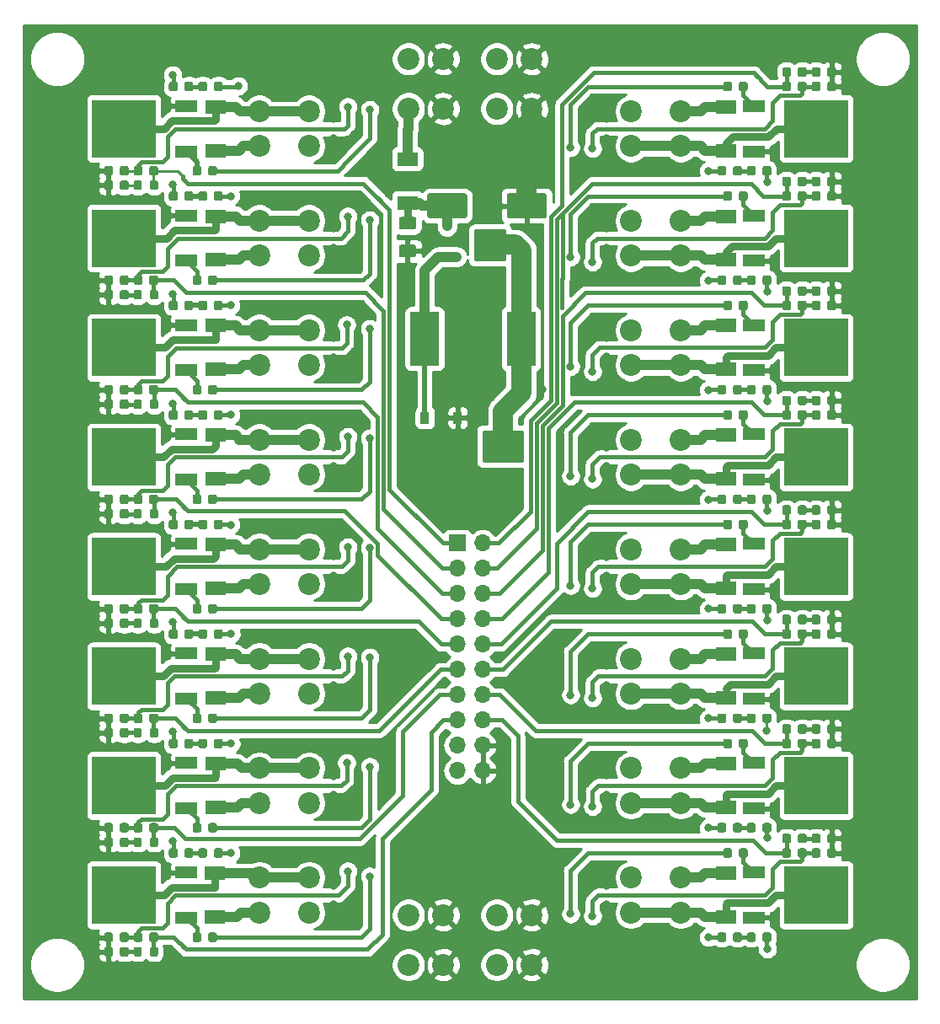
<source format=gbr>
G04 #@! TF.GenerationSoftware,KiCad,Pcbnew,(5.1.0)-1*
G04 #@! TF.CreationDate,2021-05-24T17:24:59+02:00*
G04 #@! TF.ProjectId,Magnetsteuerung,4d61676e-6574-4737-9465-756572756e67,rev?*
G04 #@! TF.SameCoordinates,Original*
G04 #@! TF.FileFunction,Copper,L1,Top*
G04 #@! TF.FilePolarity,Positive*
%FSLAX46Y46*%
G04 Gerber Fmt 4.6, Leading zero omitted, Abs format (unit mm)*
G04 Created by KiCad (PCBNEW (5.1.0)-1) date 2021-05-24 17:24:59*
%MOMM*%
%LPD*%
G04 APERTURE LIST*
%ADD10C,0.100000*%
%ADD11C,0.875000*%
%ADD12C,0.800000*%
%ADD13R,2.200000X1.200000*%
%ADD14R,6.400000X5.800000*%
%ADD15O,1.700000X1.700000*%
%ADD16R,1.700000X1.700000*%
%ADD17R,2.900000X5.400000*%
%ADD18R,2.100000X1.400000*%
%ADD19C,2.200000*%
%ADD20R,0.900000X1.200000*%
%ADD21C,2.500000*%
%ADD22C,1.250000*%
%ADD23C,0.400000*%
%ADD24C,0.250000*%
%ADD25C,1.000000*%
%ADD26C,2.000000*%
%ADD27C,0.500000*%
%ADD28C,0.700000*%
%ADD29C,0.800000*%
%ADD30C,0.254000*%
G04 APERTURE END LIST*
D10*
G36*
X167052691Y-91336053D02*
G01*
X167073926Y-91339203D01*
X167094750Y-91344419D01*
X167114962Y-91351651D01*
X167134368Y-91360830D01*
X167152781Y-91371866D01*
X167170024Y-91384654D01*
X167185930Y-91399070D01*
X167200346Y-91414976D01*
X167213134Y-91432219D01*
X167224170Y-91450632D01*
X167233349Y-91470038D01*
X167240581Y-91490250D01*
X167245797Y-91511074D01*
X167248947Y-91532309D01*
X167250000Y-91553750D01*
X167250000Y-92066250D01*
X167248947Y-92087691D01*
X167245797Y-92108926D01*
X167240581Y-92129750D01*
X167233349Y-92149962D01*
X167224170Y-92169368D01*
X167213134Y-92187781D01*
X167200346Y-92205024D01*
X167185930Y-92220930D01*
X167170024Y-92235346D01*
X167152781Y-92248134D01*
X167134368Y-92259170D01*
X167114962Y-92268349D01*
X167094750Y-92275581D01*
X167073926Y-92280797D01*
X167052691Y-92283947D01*
X167031250Y-92285000D01*
X166593750Y-92285000D01*
X166572309Y-92283947D01*
X166551074Y-92280797D01*
X166530250Y-92275581D01*
X166510038Y-92268349D01*
X166490632Y-92259170D01*
X166472219Y-92248134D01*
X166454976Y-92235346D01*
X166439070Y-92220930D01*
X166424654Y-92205024D01*
X166411866Y-92187781D01*
X166400830Y-92169368D01*
X166391651Y-92149962D01*
X166384419Y-92129750D01*
X166379203Y-92108926D01*
X166376053Y-92087691D01*
X166375000Y-92066250D01*
X166375000Y-91553750D01*
X166376053Y-91532309D01*
X166379203Y-91511074D01*
X166384419Y-91490250D01*
X166391651Y-91470038D01*
X166400830Y-91450632D01*
X166411866Y-91432219D01*
X166424654Y-91414976D01*
X166439070Y-91399070D01*
X166454976Y-91384654D01*
X166472219Y-91371866D01*
X166490632Y-91360830D01*
X166510038Y-91351651D01*
X166530250Y-91344419D01*
X166551074Y-91339203D01*
X166572309Y-91336053D01*
X166593750Y-91335000D01*
X167031250Y-91335000D01*
X167052691Y-91336053D01*
X167052691Y-91336053D01*
G37*
D11*
X166812500Y-91810000D03*
D10*
G36*
X168627691Y-91336053D02*
G01*
X168648926Y-91339203D01*
X168669750Y-91344419D01*
X168689962Y-91351651D01*
X168709368Y-91360830D01*
X168727781Y-91371866D01*
X168745024Y-91384654D01*
X168760930Y-91399070D01*
X168775346Y-91414976D01*
X168788134Y-91432219D01*
X168799170Y-91450632D01*
X168808349Y-91470038D01*
X168815581Y-91490250D01*
X168820797Y-91511074D01*
X168823947Y-91532309D01*
X168825000Y-91553750D01*
X168825000Y-92066250D01*
X168823947Y-92087691D01*
X168820797Y-92108926D01*
X168815581Y-92129750D01*
X168808349Y-92149962D01*
X168799170Y-92169368D01*
X168788134Y-92187781D01*
X168775346Y-92205024D01*
X168760930Y-92220930D01*
X168745024Y-92235346D01*
X168727781Y-92248134D01*
X168709368Y-92259170D01*
X168689962Y-92268349D01*
X168669750Y-92275581D01*
X168648926Y-92280797D01*
X168627691Y-92283947D01*
X168606250Y-92285000D01*
X168168750Y-92285000D01*
X168147309Y-92283947D01*
X168126074Y-92280797D01*
X168105250Y-92275581D01*
X168085038Y-92268349D01*
X168065632Y-92259170D01*
X168047219Y-92248134D01*
X168029976Y-92235346D01*
X168014070Y-92220930D01*
X167999654Y-92205024D01*
X167986866Y-92187781D01*
X167975830Y-92169368D01*
X167966651Y-92149962D01*
X167959419Y-92129750D01*
X167954203Y-92108926D01*
X167951053Y-92087691D01*
X167950000Y-92066250D01*
X167950000Y-91553750D01*
X167951053Y-91532309D01*
X167954203Y-91511074D01*
X167959419Y-91490250D01*
X167966651Y-91470038D01*
X167975830Y-91450632D01*
X167986866Y-91432219D01*
X167999654Y-91414976D01*
X168014070Y-91399070D01*
X168029976Y-91384654D01*
X168047219Y-91371866D01*
X168065632Y-91360830D01*
X168085038Y-91351651D01*
X168105250Y-91344419D01*
X168126074Y-91339203D01*
X168147309Y-91336053D01*
X168168750Y-91335000D01*
X168606250Y-91335000D01*
X168627691Y-91336053D01*
X168627691Y-91336053D01*
G37*
D11*
X168387500Y-91810000D03*
D10*
G36*
X167052691Y-58336053D02*
G01*
X167073926Y-58339203D01*
X167094750Y-58344419D01*
X167114962Y-58351651D01*
X167134368Y-58360830D01*
X167152781Y-58371866D01*
X167170024Y-58384654D01*
X167185930Y-58399070D01*
X167200346Y-58414976D01*
X167213134Y-58432219D01*
X167224170Y-58450632D01*
X167233349Y-58470038D01*
X167240581Y-58490250D01*
X167245797Y-58511074D01*
X167248947Y-58532309D01*
X167250000Y-58553750D01*
X167250000Y-59066250D01*
X167248947Y-59087691D01*
X167245797Y-59108926D01*
X167240581Y-59129750D01*
X167233349Y-59149962D01*
X167224170Y-59169368D01*
X167213134Y-59187781D01*
X167200346Y-59205024D01*
X167185930Y-59220930D01*
X167170024Y-59235346D01*
X167152781Y-59248134D01*
X167134368Y-59259170D01*
X167114962Y-59268349D01*
X167094750Y-59275581D01*
X167073926Y-59280797D01*
X167052691Y-59283947D01*
X167031250Y-59285000D01*
X166593750Y-59285000D01*
X166572309Y-59283947D01*
X166551074Y-59280797D01*
X166530250Y-59275581D01*
X166510038Y-59268349D01*
X166490632Y-59259170D01*
X166472219Y-59248134D01*
X166454976Y-59235346D01*
X166439070Y-59220930D01*
X166424654Y-59205024D01*
X166411866Y-59187781D01*
X166400830Y-59169368D01*
X166391651Y-59149962D01*
X166384419Y-59129750D01*
X166379203Y-59108926D01*
X166376053Y-59087691D01*
X166375000Y-59066250D01*
X166375000Y-58553750D01*
X166376053Y-58532309D01*
X166379203Y-58511074D01*
X166384419Y-58490250D01*
X166391651Y-58470038D01*
X166400830Y-58450632D01*
X166411866Y-58432219D01*
X166424654Y-58414976D01*
X166439070Y-58399070D01*
X166454976Y-58384654D01*
X166472219Y-58371866D01*
X166490632Y-58360830D01*
X166510038Y-58351651D01*
X166530250Y-58344419D01*
X166551074Y-58339203D01*
X166572309Y-58336053D01*
X166593750Y-58335000D01*
X167031250Y-58335000D01*
X167052691Y-58336053D01*
X167052691Y-58336053D01*
G37*
D11*
X166812500Y-58810000D03*
D10*
G36*
X168627691Y-58336053D02*
G01*
X168648926Y-58339203D01*
X168669750Y-58344419D01*
X168689962Y-58351651D01*
X168709368Y-58360830D01*
X168727781Y-58371866D01*
X168745024Y-58384654D01*
X168760930Y-58399070D01*
X168775346Y-58414976D01*
X168788134Y-58432219D01*
X168799170Y-58450632D01*
X168808349Y-58470038D01*
X168815581Y-58490250D01*
X168820797Y-58511074D01*
X168823947Y-58532309D01*
X168825000Y-58553750D01*
X168825000Y-59066250D01*
X168823947Y-59087691D01*
X168820797Y-59108926D01*
X168815581Y-59129750D01*
X168808349Y-59149962D01*
X168799170Y-59169368D01*
X168788134Y-59187781D01*
X168775346Y-59205024D01*
X168760930Y-59220930D01*
X168745024Y-59235346D01*
X168727781Y-59248134D01*
X168709368Y-59259170D01*
X168689962Y-59268349D01*
X168669750Y-59275581D01*
X168648926Y-59280797D01*
X168627691Y-59283947D01*
X168606250Y-59285000D01*
X168168750Y-59285000D01*
X168147309Y-59283947D01*
X168126074Y-59280797D01*
X168105250Y-59275581D01*
X168085038Y-59268349D01*
X168065632Y-59259170D01*
X168047219Y-59248134D01*
X168029976Y-59235346D01*
X168014070Y-59220930D01*
X167999654Y-59205024D01*
X167986866Y-59187781D01*
X167975830Y-59169368D01*
X167966651Y-59149962D01*
X167959419Y-59129750D01*
X167954203Y-59108926D01*
X167951053Y-59087691D01*
X167950000Y-59066250D01*
X167950000Y-58553750D01*
X167951053Y-58532309D01*
X167954203Y-58511074D01*
X167959419Y-58490250D01*
X167966651Y-58470038D01*
X167975830Y-58450632D01*
X167986866Y-58432219D01*
X167999654Y-58414976D01*
X168014070Y-58399070D01*
X168029976Y-58384654D01*
X168047219Y-58371866D01*
X168065632Y-58360830D01*
X168085038Y-58351651D01*
X168105250Y-58344419D01*
X168126074Y-58339203D01*
X168147309Y-58336053D01*
X168168750Y-58335000D01*
X168606250Y-58335000D01*
X168627691Y-58336053D01*
X168627691Y-58336053D01*
G37*
D11*
X168387500Y-58810000D03*
D10*
G36*
X167052691Y-113336053D02*
G01*
X167073926Y-113339203D01*
X167094750Y-113344419D01*
X167114962Y-113351651D01*
X167134368Y-113360830D01*
X167152781Y-113371866D01*
X167170024Y-113384654D01*
X167185930Y-113399070D01*
X167200346Y-113414976D01*
X167213134Y-113432219D01*
X167224170Y-113450632D01*
X167233349Y-113470038D01*
X167240581Y-113490250D01*
X167245797Y-113511074D01*
X167248947Y-113532309D01*
X167250000Y-113553750D01*
X167250000Y-114066250D01*
X167248947Y-114087691D01*
X167245797Y-114108926D01*
X167240581Y-114129750D01*
X167233349Y-114149962D01*
X167224170Y-114169368D01*
X167213134Y-114187781D01*
X167200346Y-114205024D01*
X167185930Y-114220930D01*
X167170024Y-114235346D01*
X167152781Y-114248134D01*
X167134368Y-114259170D01*
X167114962Y-114268349D01*
X167094750Y-114275581D01*
X167073926Y-114280797D01*
X167052691Y-114283947D01*
X167031250Y-114285000D01*
X166593750Y-114285000D01*
X166572309Y-114283947D01*
X166551074Y-114280797D01*
X166530250Y-114275581D01*
X166510038Y-114268349D01*
X166490632Y-114259170D01*
X166472219Y-114248134D01*
X166454976Y-114235346D01*
X166439070Y-114220930D01*
X166424654Y-114205024D01*
X166411866Y-114187781D01*
X166400830Y-114169368D01*
X166391651Y-114149962D01*
X166384419Y-114129750D01*
X166379203Y-114108926D01*
X166376053Y-114087691D01*
X166375000Y-114066250D01*
X166375000Y-113553750D01*
X166376053Y-113532309D01*
X166379203Y-113511074D01*
X166384419Y-113490250D01*
X166391651Y-113470038D01*
X166400830Y-113450632D01*
X166411866Y-113432219D01*
X166424654Y-113414976D01*
X166439070Y-113399070D01*
X166454976Y-113384654D01*
X166472219Y-113371866D01*
X166490632Y-113360830D01*
X166510038Y-113351651D01*
X166530250Y-113344419D01*
X166551074Y-113339203D01*
X166572309Y-113336053D01*
X166593750Y-113335000D01*
X167031250Y-113335000D01*
X167052691Y-113336053D01*
X167052691Y-113336053D01*
G37*
D11*
X166812500Y-113810000D03*
D10*
G36*
X168627691Y-113336053D02*
G01*
X168648926Y-113339203D01*
X168669750Y-113344419D01*
X168689962Y-113351651D01*
X168709368Y-113360830D01*
X168727781Y-113371866D01*
X168745024Y-113384654D01*
X168760930Y-113399070D01*
X168775346Y-113414976D01*
X168788134Y-113432219D01*
X168799170Y-113450632D01*
X168808349Y-113470038D01*
X168815581Y-113490250D01*
X168820797Y-113511074D01*
X168823947Y-113532309D01*
X168825000Y-113553750D01*
X168825000Y-114066250D01*
X168823947Y-114087691D01*
X168820797Y-114108926D01*
X168815581Y-114129750D01*
X168808349Y-114149962D01*
X168799170Y-114169368D01*
X168788134Y-114187781D01*
X168775346Y-114205024D01*
X168760930Y-114220930D01*
X168745024Y-114235346D01*
X168727781Y-114248134D01*
X168709368Y-114259170D01*
X168689962Y-114268349D01*
X168669750Y-114275581D01*
X168648926Y-114280797D01*
X168627691Y-114283947D01*
X168606250Y-114285000D01*
X168168750Y-114285000D01*
X168147309Y-114283947D01*
X168126074Y-114280797D01*
X168105250Y-114275581D01*
X168085038Y-114268349D01*
X168065632Y-114259170D01*
X168047219Y-114248134D01*
X168029976Y-114235346D01*
X168014070Y-114220930D01*
X167999654Y-114205024D01*
X167986866Y-114187781D01*
X167975830Y-114169368D01*
X167966651Y-114149962D01*
X167959419Y-114129750D01*
X167954203Y-114108926D01*
X167951053Y-114087691D01*
X167950000Y-114066250D01*
X167950000Y-113553750D01*
X167951053Y-113532309D01*
X167954203Y-113511074D01*
X167959419Y-113490250D01*
X167966651Y-113470038D01*
X167975830Y-113450632D01*
X167986866Y-113432219D01*
X167999654Y-113414976D01*
X168014070Y-113399070D01*
X168029976Y-113384654D01*
X168047219Y-113371866D01*
X168065632Y-113360830D01*
X168085038Y-113351651D01*
X168105250Y-113344419D01*
X168126074Y-113339203D01*
X168147309Y-113336053D01*
X168168750Y-113335000D01*
X168606250Y-113335000D01*
X168627691Y-113336053D01*
X168627691Y-113336053D01*
G37*
D11*
X168387500Y-113810000D03*
D10*
G36*
X167052691Y-80336053D02*
G01*
X167073926Y-80339203D01*
X167094750Y-80344419D01*
X167114962Y-80351651D01*
X167134368Y-80360830D01*
X167152781Y-80371866D01*
X167170024Y-80384654D01*
X167185930Y-80399070D01*
X167200346Y-80414976D01*
X167213134Y-80432219D01*
X167224170Y-80450632D01*
X167233349Y-80470038D01*
X167240581Y-80490250D01*
X167245797Y-80511074D01*
X167248947Y-80532309D01*
X167250000Y-80553750D01*
X167250000Y-81066250D01*
X167248947Y-81087691D01*
X167245797Y-81108926D01*
X167240581Y-81129750D01*
X167233349Y-81149962D01*
X167224170Y-81169368D01*
X167213134Y-81187781D01*
X167200346Y-81205024D01*
X167185930Y-81220930D01*
X167170024Y-81235346D01*
X167152781Y-81248134D01*
X167134368Y-81259170D01*
X167114962Y-81268349D01*
X167094750Y-81275581D01*
X167073926Y-81280797D01*
X167052691Y-81283947D01*
X167031250Y-81285000D01*
X166593750Y-81285000D01*
X166572309Y-81283947D01*
X166551074Y-81280797D01*
X166530250Y-81275581D01*
X166510038Y-81268349D01*
X166490632Y-81259170D01*
X166472219Y-81248134D01*
X166454976Y-81235346D01*
X166439070Y-81220930D01*
X166424654Y-81205024D01*
X166411866Y-81187781D01*
X166400830Y-81169368D01*
X166391651Y-81149962D01*
X166384419Y-81129750D01*
X166379203Y-81108926D01*
X166376053Y-81087691D01*
X166375000Y-81066250D01*
X166375000Y-80553750D01*
X166376053Y-80532309D01*
X166379203Y-80511074D01*
X166384419Y-80490250D01*
X166391651Y-80470038D01*
X166400830Y-80450632D01*
X166411866Y-80432219D01*
X166424654Y-80414976D01*
X166439070Y-80399070D01*
X166454976Y-80384654D01*
X166472219Y-80371866D01*
X166490632Y-80360830D01*
X166510038Y-80351651D01*
X166530250Y-80344419D01*
X166551074Y-80339203D01*
X166572309Y-80336053D01*
X166593750Y-80335000D01*
X167031250Y-80335000D01*
X167052691Y-80336053D01*
X167052691Y-80336053D01*
G37*
D11*
X166812500Y-80810000D03*
D10*
G36*
X168627691Y-80336053D02*
G01*
X168648926Y-80339203D01*
X168669750Y-80344419D01*
X168689962Y-80351651D01*
X168709368Y-80360830D01*
X168727781Y-80371866D01*
X168745024Y-80384654D01*
X168760930Y-80399070D01*
X168775346Y-80414976D01*
X168788134Y-80432219D01*
X168799170Y-80450632D01*
X168808349Y-80470038D01*
X168815581Y-80490250D01*
X168820797Y-80511074D01*
X168823947Y-80532309D01*
X168825000Y-80553750D01*
X168825000Y-81066250D01*
X168823947Y-81087691D01*
X168820797Y-81108926D01*
X168815581Y-81129750D01*
X168808349Y-81149962D01*
X168799170Y-81169368D01*
X168788134Y-81187781D01*
X168775346Y-81205024D01*
X168760930Y-81220930D01*
X168745024Y-81235346D01*
X168727781Y-81248134D01*
X168709368Y-81259170D01*
X168689962Y-81268349D01*
X168669750Y-81275581D01*
X168648926Y-81280797D01*
X168627691Y-81283947D01*
X168606250Y-81285000D01*
X168168750Y-81285000D01*
X168147309Y-81283947D01*
X168126074Y-81280797D01*
X168105250Y-81275581D01*
X168085038Y-81268349D01*
X168065632Y-81259170D01*
X168047219Y-81248134D01*
X168029976Y-81235346D01*
X168014070Y-81220930D01*
X167999654Y-81205024D01*
X167986866Y-81187781D01*
X167975830Y-81169368D01*
X167966651Y-81149962D01*
X167959419Y-81129750D01*
X167954203Y-81108926D01*
X167951053Y-81087691D01*
X167950000Y-81066250D01*
X167950000Y-80553750D01*
X167951053Y-80532309D01*
X167954203Y-80511074D01*
X167959419Y-80490250D01*
X167966651Y-80470038D01*
X167975830Y-80450632D01*
X167986866Y-80432219D01*
X167999654Y-80414976D01*
X168014070Y-80399070D01*
X168029976Y-80384654D01*
X168047219Y-80371866D01*
X168065632Y-80360830D01*
X168085038Y-80351651D01*
X168105250Y-80344419D01*
X168126074Y-80339203D01*
X168147309Y-80336053D01*
X168168750Y-80335000D01*
X168606250Y-80335000D01*
X168627691Y-80336053D01*
X168627691Y-80336053D01*
G37*
D11*
X168387500Y-80810000D03*
D10*
G36*
X167052691Y-47336053D02*
G01*
X167073926Y-47339203D01*
X167094750Y-47344419D01*
X167114962Y-47351651D01*
X167134368Y-47360830D01*
X167152781Y-47371866D01*
X167170024Y-47384654D01*
X167185930Y-47399070D01*
X167200346Y-47414976D01*
X167213134Y-47432219D01*
X167224170Y-47450632D01*
X167233349Y-47470038D01*
X167240581Y-47490250D01*
X167245797Y-47511074D01*
X167248947Y-47532309D01*
X167250000Y-47553750D01*
X167250000Y-48066250D01*
X167248947Y-48087691D01*
X167245797Y-48108926D01*
X167240581Y-48129750D01*
X167233349Y-48149962D01*
X167224170Y-48169368D01*
X167213134Y-48187781D01*
X167200346Y-48205024D01*
X167185930Y-48220930D01*
X167170024Y-48235346D01*
X167152781Y-48248134D01*
X167134368Y-48259170D01*
X167114962Y-48268349D01*
X167094750Y-48275581D01*
X167073926Y-48280797D01*
X167052691Y-48283947D01*
X167031250Y-48285000D01*
X166593750Y-48285000D01*
X166572309Y-48283947D01*
X166551074Y-48280797D01*
X166530250Y-48275581D01*
X166510038Y-48268349D01*
X166490632Y-48259170D01*
X166472219Y-48248134D01*
X166454976Y-48235346D01*
X166439070Y-48220930D01*
X166424654Y-48205024D01*
X166411866Y-48187781D01*
X166400830Y-48169368D01*
X166391651Y-48149962D01*
X166384419Y-48129750D01*
X166379203Y-48108926D01*
X166376053Y-48087691D01*
X166375000Y-48066250D01*
X166375000Y-47553750D01*
X166376053Y-47532309D01*
X166379203Y-47511074D01*
X166384419Y-47490250D01*
X166391651Y-47470038D01*
X166400830Y-47450632D01*
X166411866Y-47432219D01*
X166424654Y-47414976D01*
X166439070Y-47399070D01*
X166454976Y-47384654D01*
X166472219Y-47371866D01*
X166490632Y-47360830D01*
X166510038Y-47351651D01*
X166530250Y-47344419D01*
X166551074Y-47339203D01*
X166572309Y-47336053D01*
X166593750Y-47335000D01*
X167031250Y-47335000D01*
X167052691Y-47336053D01*
X167052691Y-47336053D01*
G37*
D11*
X166812500Y-47810000D03*
D10*
G36*
X168627691Y-47336053D02*
G01*
X168648926Y-47339203D01*
X168669750Y-47344419D01*
X168689962Y-47351651D01*
X168709368Y-47360830D01*
X168727781Y-47371866D01*
X168745024Y-47384654D01*
X168760930Y-47399070D01*
X168775346Y-47414976D01*
X168788134Y-47432219D01*
X168799170Y-47450632D01*
X168808349Y-47470038D01*
X168815581Y-47490250D01*
X168820797Y-47511074D01*
X168823947Y-47532309D01*
X168825000Y-47553750D01*
X168825000Y-48066250D01*
X168823947Y-48087691D01*
X168820797Y-48108926D01*
X168815581Y-48129750D01*
X168808349Y-48149962D01*
X168799170Y-48169368D01*
X168788134Y-48187781D01*
X168775346Y-48205024D01*
X168760930Y-48220930D01*
X168745024Y-48235346D01*
X168727781Y-48248134D01*
X168709368Y-48259170D01*
X168689962Y-48268349D01*
X168669750Y-48275581D01*
X168648926Y-48280797D01*
X168627691Y-48283947D01*
X168606250Y-48285000D01*
X168168750Y-48285000D01*
X168147309Y-48283947D01*
X168126074Y-48280797D01*
X168105250Y-48275581D01*
X168085038Y-48268349D01*
X168065632Y-48259170D01*
X168047219Y-48248134D01*
X168029976Y-48235346D01*
X168014070Y-48220930D01*
X167999654Y-48205024D01*
X167986866Y-48187781D01*
X167975830Y-48169368D01*
X167966651Y-48149962D01*
X167959419Y-48129750D01*
X167954203Y-48108926D01*
X167951053Y-48087691D01*
X167950000Y-48066250D01*
X167950000Y-47553750D01*
X167951053Y-47532309D01*
X167954203Y-47511074D01*
X167959419Y-47490250D01*
X167966651Y-47470038D01*
X167975830Y-47450632D01*
X167986866Y-47432219D01*
X167999654Y-47414976D01*
X168014070Y-47399070D01*
X168029976Y-47384654D01*
X168047219Y-47371866D01*
X168065632Y-47360830D01*
X168085038Y-47351651D01*
X168105250Y-47344419D01*
X168126074Y-47339203D01*
X168147309Y-47336053D01*
X168168750Y-47335000D01*
X168606250Y-47335000D01*
X168627691Y-47336053D01*
X168627691Y-47336053D01*
G37*
D11*
X168387500Y-47810000D03*
D10*
G36*
X167052691Y-102336053D02*
G01*
X167073926Y-102339203D01*
X167094750Y-102344419D01*
X167114962Y-102351651D01*
X167134368Y-102360830D01*
X167152781Y-102371866D01*
X167170024Y-102384654D01*
X167185930Y-102399070D01*
X167200346Y-102414976D01*
X167213134Y-102432219D01*
X167224170Y-102450632D01*
X167233349Y-102470038D01*
X167240581Y-102490250D01*
X167245797Y-102511074D01*
X167248947Y-102532309D01*
X167250000Y-102553750D01*
X167250000Y-103066250D01*
X167248947Y-103087691D01*
X167245797Y-103108926D01*
X167240581Y-103129750D01*
X167233349Y-103149962D01*
X167224170Y-103169368D01*
X167213134Y-103187781D01*
X167200346Y-103205024D01*
X167185930Y-103220930D01*
X167170024Y-103235346D01*
X167152781Y-103248134D01*
X167134368Y-103259170D01*
X167114962Y-103268349D01*
X167094750Y-103275581D01*
X167073926Y-103280797D01*
X167052691Y-103283947D01*
X167031250Y-103285000D01*
X166593750Y-103285000D01*
X166572309Y-103283947D01*
X166551074Y-103280797D01*
X166530250Y-103275581D01*
X166510038Y-103268349D01*
X166490632Y-103259170D01*
X166472219Y-103248134D01*
X166454976Y-103235346D01*
X166439070Y-103220930D01*
X166424654Y-103205024D01*
X166411866Y-103187781D01*
X166400830Y-103169368D01*
X166391651Y-103149962D01*
X166384419Y-103129750D01*
X166379203Y-103108926D01*
X166376053Y-103087691D01*
X166375000Y-103066250D01*
X166375000Y-102553750D01*
X166376053Y-102532309D01*
X166379203Y-102511074D01*
X166384419Y-102490250D01*
X166391651Y-102470038D01*
X166400830Y-102450632D01*
X166411866Y-102432219D01*
X166424654Y-102414976D01*
X166439070Y-102399070D01*
X166454976Y-102384654D01*
X166472219Y-102371866D01*
X166490632Y-102360830D01*
X166510038Y-102351651D01*
X166530250Y-102344419D01*
X166551074Y-102339203D01*
X166572309Y-102336053D01*
X166593750Y-102335000D01*
X167031250Y-102335000D01*
X167052691Y-102336053D01*
X167052691Y-102336053D01*
G37*
D11*
X166812500Y-102810000D03*
D10*
G36*
X168627691Y-102336053D02*
G01*
X168648926Y-102339203D01*
X168669750Y-102344419D01*
X168689962Y-102351651D01*
X168709368Y-102360830D01*
X168727781Y-102371866D01*
X168745024Y-102384654D01*
X168760930Y-102399070D01*
X168775346Y-102414976D01*
X168788134Y-102432219D01*
X168799170Y-102450632D01*
X168808349Y-102470038D01*
X168815581Y-102490250D01*
X168820797Y-102511074D01*
X168823947Y-102532309D01*
X168825000Y-102553750D01*
X168825000Y-103066250D01*
X168823947Y-103087691D01*
X168820797Y-103108926D01*
X168815581Y-103129750D01*
X168808349Y-103149962D01*
X168799170Y-103169368D01*
X168788134Y-103187781D01*
X168775346Y-103205024D01*
X168760930Y-103220930D01*
X168745024Y-103235346D01*
X168727781Y-103248134D01*
X168709368Y-103259170D01*
X168689962Y-103268349D01*
X168669750Y-103275581D01*
X168648926Y-103280797D01*
X168627691Y-103283947D01*
X168606250Y-103285000D01*
X168168750Y-103285000D01*
X168147309Y-103283947D01*
X168126074Y-103280797D01*
X168105250Y-103275581D01*
X168085038Y-103268349D01*
X168065632Y-103259170D01*
X168047219Y-103248134D01*
X168029976Y-103235346D01*
X168014070Y-103220930D01*
X167999654Y-103205024D01*
X167986866Y-103187781D01*
X167975830Y-103169368D01*
X167966651Y-103149962D01*
X167959419Y-103129750D01*
X167954203Y-103108926D01*
X167951053Y-103087691D01*
X167950000Y-103066250D01*
X167950000Y-102553750D01*
X167951053Y-102532309D01*
X167954203Y-102511074D01*
X167959419Y-102490250D01*
X167966651Y-102470038D01*
X167975830Y-102450632D01*
X167986866Y-102432219D01*
X167999654Y-102414976D01*
X168014070Y-102399070D01*
X168029976Y-102384654D01*
X168047219Y-102371866D01*
X168065632Y-102360830D01*
X168085038Y-102351651D01*
X168105250Y-102344419D01*
X168126074Y-102339203D01*
X168147309Y-102336053D01*
X168168750Y-102335000D01*
X168606250Y-102335000D01*
X168627691Y-102336053D01*
X168627691Y-102336053D01*
G37*
D11*
X168387500Y-102810000D03*
D10*
G36*
X167052691Y-69336053D02*
G01*
X167073926Y-69339203D01*
X167094750Y-69344419D01*
X167114962Y-69351651D01*
X167134368Y-69360830D01*
X167152781Y-69371866D01*
X167170024Y-69384654D01*
X167185930Y-69399070D01*
X167200346Y-69414976D01*
X167213134Y-69432219D01*
X167224170Y-69450632D01*
X167233349Y-69470038D01*
X167240581Y-69490250D01*
X167245797Y-69511074D01*
X167248947Y-69532309D01*
X167250000Y-69553750D01*
X167250000Y-70066250D01*
X167248947Y-70087691D01*
X167245797Y-70108926D01*
X167240581Y-70129750D01*
X167233349Y-70149962D01*
X167224170Y-70169368D01*
X167213134Y-70187781D01*
X167200346Y-70205024D01*
X167185930Y-70220930D01*
X167170024Y-70235346D01*
X167152781Y-70248134D01*
X167134368Y-70259170D01*
X167114962Y-70268349D01*
X167094750Y-70275581D01*
X167073926Y-70280797D01*
X167052691Y-70283947D01*
X167031250Y-70285000D01*
X166593750Y-70285000D01*
X166572309Y-70283947D01*
X166551074Y-70280797D01*
X166530250Y-70275581D01*
X166510038Y-70268349D01*
X166490632Y-70259170D01*
X166472219Y-70248134D01*
X166454976Y-70235346D01*
X166439070Y-70220930D01*
X166424654Y-70205024D01*
X166411866Y-70187781D01*
X166400830Y-70169368D01*
X166391651Y-70149962D01*
X166384419Y-70129750D01*
X166379203Y-70108926D01*
X166376053Y-70087691D01*
X166375000Y-70066250D01*
X166375000Y-69553750D01*
X166376053Y-69532309D01*
X166379203Y-69511074D01*
X166384419Y-69490250D01*
X166391651Y-69470038D01*
X166400830Y-69450632D01*
X166411866Y-69432219D01*
X166424654Y-69414976D01*
X166439070Y-69399070D01*
X166454976Y-69384654D01*
X166472219Y-69371866D01*
X166490632Y-69360830D01*
X166510038Y-69351651D01*
X166530250Y-69344419D01*
X166551074Y-69339203D01*
X166572309Y-69336053D01*
X166593750Y-69335000D01*
X167031250Y-69335000D01*
X167052691Y-69336053D01*
X167052691Y-69336053D01*
G37*
D11*
X166812500Y-69810000D03*
D10*
G36*
X168627691Y-69336053D02*
G01*
X168648926Y-69339203D01*
X168669750Y-69344419D01*
X168689962Y-69351651D01*
X168709368Y-69360830D01*
X168727781Y-69371866D01*
X168745024Y-69384654D01*
X168760930Y-69399070D01*
X168775346Y-69414976D01*
X168788134Y-69432219D01*
X168799170Y-69450632D01*
X168808349Y-69470038D01*
X168815581Y-69490250D01*
X168820797Y-69511074D01*
X168823947Y-69532309D01*
X168825000Y-69553750D01*
X168825000Y-70066250D01*
X168823947Y-70087691D01*
X168820797Y-70108926D01*
X168815581Y-70129750D01*
X168808349Y-70149962D01*
X168799170Y-70169368D01*
X168788134Y-70187781D01*
X168775346Y-70205024D01*
X168760930Y-70220930D01*
X168745024Y-70235346D01*
X168727781Y-70248134D01*
X168709368Y-70259170D01*
X168689962Y-70268349D01*
X168669750Y-70275581D01*
X168648926Y-70280797D01*
X168627691Y-70283947D01*
X168606250Y-70285000D01*
X168168750Y-70285000D01*
X168147309Y-70283947D01*
X168126074Y-70280797D01*
X168105250Y-70275581D01*
X168085038Y-70268349D01*
X168065632Y-70259170D01*
X168047219Y-70248134D01*
X168029976Y-70235346D01*
X168014070Y-70220930D01*
X167999654Y-70205024D01*
X167986866Y-70187781D01*
X167975830Y-70169368D01*
X167966651Y-70149962D01*
X167959419Y-70129750D01*
X167954203Y-70108926D01*
X167951053Y-70087691D01*
X167950000Y-70066250D01*
X167950000Y-69553750D01*
X167951053Y-69532309D01*
X167954203Y-69511074D01*
X167959419Y-69490250D01*
X167966651Y-69470038D01*
X167975830Y-69450632D01*
X167986866Y-69432219D01*
X167999654Y-69414976D01*
X168014070Y-69399070D01*
X168029976Y-69384654D01*
X168047219Y-69371866D01*
X168065632Y-69360830D01*
X168085038Y-69351651D01*
X168105250Y-69344419D01*
X168126074Y-69339203D01*
X168147309Y-69336053D01*
X168168750Y-69335000D01*
X168606250Y-69335000D01*
X168627691Y-69336053D01*
X168627691Y-69336053D01*
G37*
D11*
X168387500Y-69810000D03*
D10*
G36*
X167052691Y-36336053D02*
G01*
X167073926Y-36339203D01*
X167094750Y-36344419D01*
X167114962Y-36351651D01*
X167134368Y-36360830D01*
X167152781Y-36371866D01*
X167170024Y-36384654D01*
X167185930Y-36399070D01*
X167200346Y-36414976D01*
X167213134Y-36432219D01*
X167224170Y-36450632D01*
X167233349Y-36470038D01*
X167240581Y-36490250D01*
X167245797Y-36511074D01*
X167248947Y-36532309D01*
X167250000Y-36553750D01*
X167250000Y-37066250D01*
X167248947Y-37087691D01*
X167245797Y-37108926D01*
X167240581Y-37129750D01*
X167233349Y-37149962D01*
X167224170Y-37169368D01*
X167213134Y-37187781D01*
X167200346Y-37205024D01*
X167185930Y-37220930D01*
X167170024Y-37235346D01*
X167152781Y-37248134D01*
X167134368Y-37259170D01*
X167114962Y-37268349D01*
X167094750Y-37275581D01*
X167073926Y-37280797D01*
X167052691Y-37283947D01*
X167031250Y-37285000D01*
X166593750Y-37285000D01*
X166572309Y-37283947D01*
X166551074Y-37280797D01*
X166530250Y-37275581D01*
X166510038Y-37268349D01*
X166490632Y-37259170D01*
X166472219Y-37248134D01*
X166454976Y-37235346D01*
X166439070Y-37220930D01*
X166424654Y-37205024D01*
X166411866Y-37187781D01*
X166400830Y-37169368D01*
X166391651Y-37149962D01*
X166384419Y-37129750D01*
X166379203Y-37108926D01*
X166376053Y-37087691D01*
X166375000Y-37066250D01*
X166375000Y-36553750D01*
X166376053Y-36532309D01*
X166379203Y-36511074D01*
X166384419Y-36490250D01*
X166391651Y-36470038D01*
X166400830Y-36450632D01*
X166411866Y-36432219D01*
X166424654Y-36414976D01*
X166439070Y-36399070D01*
X166454976Y-36384654D01*
X166472219Y-36371866D01*
X166490632Y-36360830D01*
X166510038Y-36351651D01*
X166530250Y-36344419D01*
X166551074Y-36339203D01*
X166572309Y-36336053D01*
X166593750Y-36335000D01*
X167031250Y-36335000D01*
X167052691Y-36336053D01*
X167052691Y-36336053D01*
G37*
D11*
X166812500Y-36810000D03*
D10*
G36*
X168627691Y-36336053D02*
G01*
X168648926Y-36339203D01*
X168669750Y-36344419D01*
X168689962Y-36351651D01*
X168709368Y-36360830D01*
X168727781Y-36371866D01*
X168745024Y-36384654D01*
X168760930Y-36399070D01*
X168775346Y-36414976D01*
X168788134Y-36432219D01*
X168799170Y-36450632D01*
X168808349Y-36470038D01*
X168815581Y-36490250D01*
X168820797Y-36511074D01*
X168823947Y-36532309D01*
X168825000Y-36553750D01*
X168825000Y-37066250D01*
X168823947Y-37087691D01*
X168820797Y-37108926D01*
X168815581Y-37129750D01*
X168808349Y-37149962D01*
X168799170Y-37169368D01*
X168788134Y-37187781D01*
X168775346Y-37205024D01*
X168760930Y-37220930D01*
X168745024Y-37235346D01*
X168727781Y-37248134D01*
X168709368Y-37259170D01*
X168689962Y-37268349D01*
X168669750Y-37275581D01*
X168648926Y-37280797D01*
X168627691Y-37283947D01*
X168606250Y-37285000D01*
X168168750Y-37285000D01*
X168147309Y-37283947D01*
X168126074Y-37280797D01*
X168105250Y-37275581D01*
X168085038Y-37268349D01*
X168065632Y-37259170D01*
X168047219Y-37248134D01*
X168029976Y-37235346D01*
X168014070Y-37220930D01*
X167999654Y-37205024D01*
X167986866Y-37187781D01*
X167975830Y-37169368D01*
X167966651Y-37149962D01*
X167959419Y-37129750D01*
X167954203Y-37108926D01*
X167951053Y-37087691D01*
X167950000Y-37066250D01*
X167950000Y-36553750D01*
X167951053Y-36532309D01*
X167954203Y-36511074D01*
X167959419Y-36490250D01*
X167966651Y-36470038D01*
X167975830Y-36450632D01*
X167986866Y-36432219D01*
X167999654Y-36414976D01*
X168014070Y-36399070D01*
X168029976Y-36384654D01*
X168047219Y-36371866D01*
X168065632Y-36360830D01*
X168085038Y-36351651D01*
X168105250Y-36344419D01*
X168126074Y-36339203D01*
X168147309Y-36336053D01*
X168168750Y-36335000D01*
X168606250Y-36335000D01*
X168627691Y-36336053D01*
X168627691Y-36336053D01*
G37*
D11*
X168387500Y-36810000D03*
D10*
G36*
X98902691Y-46256053D02*
G01*
X98923926Y-46259203D01*
X98944750Y-46264419D01*
X98964962Y-46271651D01*
X98984368Y-46280830D01*
X99002781Y-46291866D01*
X99020024Y-46304654D01*
X99035930Y-46319070D01*
X99050346Y-46334976D01*
X99063134Y-46352219D01*
X99074170Y-46370632D01*
X99083349Y-46390038D01*
X99090581Y-46410250D01*
X99095797Y-46431074D01*
X99098947Y-46452309D01*
X99100000Y-46473750D01*
X99100000Y-46986250D01*
X99098947Y-47007691D01*
X99095797Y-47028926D01*
X99090581Y-47049750D01*
X99083349Y-47069962D01*
X99074170Y-47089368D01*
X99063134Y-47107781D01*
X99050346Y-47125024D01*
X99035930Y-47140930D01*
X99020024Y-47155346D01*
X99002781Y-47168134D01*
X98984368Y-47179170D01*
X98964962Y-47188349D01*
X98944750Y-47195581D01*
X98923926Y-47200797D01*
X98902691Y-47203947D01*
X98881250Y-47205000D01*
X98443750Y-47205000D01*
X98422309Y-47203947D01*
X98401074Y-47200797D01*
X98380250Y-47195581D01*
X98360038Y-47188349D01*
X98340632Y-47179170D01*
X98322219Y-47168134D01*
X98304976Y-47155346D01*
X98289070Y-47140930D01*
X98274654Y-47125024D01*
X98261866Y-47107781D01*
X98250830Y-47089368D01*
X98241651Y-47069962D01*
X98234419Y-47049750D01*
X98229203Y-47028926D01*
X98226053Y-47007691D01*
X98225000Y-46986250D01*
X98225000Y-46473750D01*
X98226053Y-46452309D01*
X98229203Y-46431074D01*
X98234419Y-46410250D01*
X98241651Y-46390038D01*
X98250830Y-46370632D01*
X98261866Y-46352219D01*
X98274654Y-46334976D01*
X98289070Y-46319070D01*
X98304976Y-46304654D01*
X98322219Y-46291866D01*
X98340632Y-46280830D01*
X98360038Y-46271651D01*
X98380250Y-46264419D01*
X98401074Y-46259203D01*
X98422309Y-46256053D01*
X98443750Y-46255000D01*
X98881250Y-46255000D01*
X98902691Y-46256053D01*
X98902691Y-46256053D01*
G37*
D11*
X98662500Y-46730000D03*
D10*
G36*
X100477691Y-46256053D02*
G01*
X100498926Y-46259203D01*
X100519750Y-46264419D01*
X100539962Y-46271651D01*
X100559368Y-46280830D01*
X100577781Y-46291866D01*
X100595024Y-46304654D01*
X100610930Y-46319070D01*
X100625346Y-46334976D01*
X100638134Y-46352219D01*
X100649170Y-46370632D01*
X100658349Y-46390038D01*
X100665581Y-46410250D01*
X100670797Y-46431074D01*
X100673947Y-46452309D01*
X100675000Y-46473750D01*
X100675000Y-46986250D01*
X100673947Y-47007691D01*
X100670797Y-47028926D01*
X100665581Y-47049750D01*
X100658349Y-47069962D01*
X100649170Y-47089368D01*
X100638134Y-47107781D01*
X100625346Y-47125024D01*
X100610930Y-47140930D01*
X100595024Y-47155346D01*
X100577781Y-47168134D01*
X100559368Y-47179170D01*
X100539962Y-47188349D01*
X100519750Y-47195581D01*
X100498926Y-47200797D01*
X100477691Y-47203947D01*
X100456250Y-47205000D01*
X100018750Y-47205000D01*
X99997309Y-47203947D01*
X99976074Y-47200797D01*
X99955250Y-47195581D01*
X99935038Y-47188349D01*
X99915632Y-47179170D01*
X99897219Y-47168134D01*
X99879976Y-47155346D01*
X99864070Y-47140930D01*
X99849654Y-47125024D01*
X99836866Y-47107781D01*
X99825830Y-47089368D01*
X99816651Y-47069962D01*
X99809419Y-47049750D01*
X99804203Y-47028926D01*
X99801053Y-47007691D01*
X99800000Y-46986250D01*
X99800000Y-46473750D01*
X99801053Y-46452309D01*
X99804203Y-46431074D01*
X99809419Y-46410250D01*
X99816651Y-46390038D01*
X99825830Y-46370632D01*
X99836866Y-46352219D01*
X99849654Y-46334976D01*
X99864070Y-46319070D01*
X99879976Y-46304654D01*
X99897219Y-46291866D01*
X99915632Y-46280830D01*
X99935038Y-46271651D01*
X99955250Y-46264419D01*
X99976074Y-46259203D01*
X99997309Y-46256053D01*
X100018750Y-46255000D01*
X100456250Y-46255000D01*
X100477691Y-46256053D01*
X100477691Y-46256053D01*
G37*
D11*
X100237500Y-46730000D03*
D10*
G36*
X103454603Y-69715963D02*
G01*
X103474018Y-69718843D01*
X103493057Y-69723612D01*
X103511537Y-69730224D01*
X103529279Y-69738616D01*
X103546114Y-69748706D01*
X103561879Y-69760398D01*
X103576421Y-69773579D01*
X103589602Y-69788121D01*
X103601294Y-69803886D01*
X103611384Y-69820721D01*
X103619776Y-69838463D01*
X103626388Y-69856943D01*
X103631157Y-69875982D01*
X103634037Y-69895397D01*
X103635000Y-69915000D01*
X103635000Y-70465000D01*
X103634037Y-70484603D01*
X103631157Y-70504018D01*
X103626388Y-70523057D01*
X103619776Y-70541537D01*
X103611384Y-70559279D01*
X103601294Y-70576114D01*
X103589602Y-70591879D01*
X103576421Y-70606421D01*
X103561879Y-70619602D01*
X103546114Y-70631294D01*
X103529279Y-70641384D01*
X103511537Y-70649776D01*
X103493057Y-70656388D01*
X103474018Y-70661157D01*
X103454603Y-70664037D01*
X103435000Y-70665000D01*
X103035000Y-70665000D01*
X103015397Y-70664037D01*
X102995982Y-70661157D01*
X102976943Y-70656388D01*
X102958463Y-70649776D01*
X102940721Y-70641384D01*
X102923886Y-70631294D01*
X102908121Y-70619602D01*
X102893579Y-70606421D01*
X102880398Y-70591879D01*
X102868706Y-70576114D01*
X102858616Y-70559279D01*
X102850224Y-70541537D01*
X102843612Y-70523057D01*
X102838843Y-70504018D01*
X102835963Y-70484603D01*
X102835000Y-70465000D01*
X102835000Y-69915000D01*
X102835963Y-69895397D01*
X102838843Y-69875982D01*
X102843612Y-69856943D01*
X102850224Y-69838463D01*
X102858616Y-69820721D01*
X102868706Y-69803886D01*
X102880398Y-69788121D01*
X102893579Y-69773579D01*
X102908121Y-69760398D01*
X102923886Y-69748706D01*
X102940721Y-69738616D01*
X102958463Y-69730224D01*
X102976943Y-69723612D01*
X102995982Y-69718843D01*
X103015397Y-69715963D01*
X103035000Y-69715000D01*
X103435000Y-69715000D01*
X103454603Y-69715963D01*
X103454603Y-69715963D01*
G37*
D12*
X103235000Y-70190000D03*
D10*
G36*
X101804603Y-69715963D02*
G01*
X101824018Y-69718843D01*
X101843057Y-69723612D01*
X101861537Y-69730224D01*
X101879279Y-69738616D01*
X101896114Y-69748706D01*
X101911879Y-69760398D01*
X101926421Y-69773579D01*
X101939602Y-69788121D01*
X101951294Y-69803886D01*
X101961384Y-69820721D01*
X101969776Y-69838463D01*
X101976388Y-69856943D01*
X101981157Y-69875982D01*
X101984037Y-69895397D01*
X101985000Y-69915000D01*
X101985000Y-70465000D01*
X101984037Y-70484603D01*
X101981157Y-70504018D01*
X101976388Y-70523057D01*
X101969776Y-70541537D01*
X101961384Y-70559279D01*
X101951294Y-70576114D01*
X101939602Y-70591879D01*
X101926421Y-70606421D01*
X101911879Y-70619602D01*
X101896114Y-70631294D01*
X101879279Y-70641384D01*
X101861537Y-70649776D01*
X101843057Y-70656388D01*
X101824018Y-70661157D01*
X101804603Y-70664037D01*
X101785000Y-70665000D01*
X101385000Y-70665000D01*
X101365397Y-70664037D01*
X101345982Y-70661157D01*
X101326943Y-70656388D01*
X101308463Y-70649776D01*
X101290721Y-70641384D01*
X101273886Y-70631294D01*
X101258121Y-70619602D01*
X101243579Y-70606421D01*
X101230398Y-70591879D01*
X101218706Y-70576114D01*
X101208616Y-70559279D01*
X101200224Y-70541537D01*
X101193612Y-70523057D01*
X101188843Y-70504018D01*
X101185963Y-70484603D01*
X101185000Y-70465000D01*
X101185000Y-69915000D01*
X101185963Y-69895397D01*
X101188843Y-69875982D01*
X101193612Y-69856943D01*
X101200224Y-69838463D01*
X101208616Y-69820721D01*
X101218706Y-69803886D01*
X101230398Y-69788121D01*
X101243579Y-69773579D01*
X101258121Y-69760398D01*
X101273886Y-69748706D01*
X101290721Y-69738616D01*
X101308463Y-69730224D01*
X101326943Y-69723612D01*
X101345982Y-69718843D01*
X101365397Y-69715963D01*
X101385000Y-69715000D01*
X101785000Y-69715000D01*
X101804603Y-69715963D01*
X101804603Y-69715963D01*
G37*
D12*
X101585000Y-70190000D03*
D10*
G36*
X103454603Y-102715963D02*
G01*
X103474018Y-102718843D01*
X103493057Y-102723612D01*
X103511537Y-102730224D01*
X103529279Y-102738616D01*
X103546114Y-102748706D01*
X103561879Y-102760398D01*
X103576421Y-102773579D01*
X103589602Y-102788121D01*
X103601294Y-102803886D01*
X103611384Y-102820721D01*
X103619776Y-102838463D01*
X103626388Y-102856943D01*
X103631157Y-102875982D01*
X103634037Y-102895397D01*
X103635000Y-102915000D01*
X103635000Y-103465000D01*
X103634037Y-103484603D01*
X103631157Y-103504018D01*
X103626388Y-103523057D01*
X103619776Y-103541537D01*
X103611384Y-103559279D01*
X103601294Y-103576114D01*
X103589602Y-103591879D01*
X103576421Y-103606421D01*
X103561879Y-103619602D01*
X103546114Y-103631294D01*
X103529279Y-103641384D01*
X103511537Y-103649776D01*
X103493057Y-103656388D01*
X103474018Y-103661157D01*
X103454603Y-103664037D01*
X103435000Y-103665000D01*
X103035000Y-103665000D01*
X103015397Y-103664037D01*
X102995982Y-103661157D01*
X102976943Y-103656388D01*
X102958463Y-103649776D01*
X102940721Y-103641384D01*
X102923886Y-103631294D01*
X102908121Y-103619602D01*
X102893579Y-103606421D01*
X102880398Y-103591879D01*
X102868706Y-103576114D01*
X102858616Y-103559279D01*
X102850224Y-103541537D01*
X102843612Y-103523057D01*
X102838843Y-103504018D01*
X102835963Y-103484603D01*
X102835000Y-103465000D01*
X102835000Y-102915000D01*
X102835963Y-102895397D01*
X102838843Y-102875982D01*
X102843612Y-102856943D01*
X102850224Y-102838463D01*
X102858616Y-102820721D01*
X102868706Y-102803886D01*
X102880398Y-102788121D01*
X102893579Y-102773579D01*
X102908121Y-102760398D01*
X102923886Y-102748706D01*
X102940721Y-102738616D01*
X102958463Y-102730224D01*
X102976943Y-102723612D01*
X102995982Y-102718843D01*
X103015397Y-102715963D01*
X103035000Y-102715000D01*
X103435000Y-102715000D01*
X103454603Y-102715963D01*
X103454603Y-102715963D01*
G37*
D12*
X103235000Y-103190000D03*
D10*
G36*
X101804603Y-102715963D02*
G01*
X101824018Y-102718843D01*
X101843057Y-102723612D01*
X101861537Y-102730224D01*
X101879279Y-102738616D01*
X101896114Y-102748706D01*
X101911879Y-102760398D01*
X101926421Y-102773579D01*
X101939602Y-102788121D01*
X101951294Y-102803886D01*
X101961384Y-102820721D01*
X101969776Y-102838463D01*
X101976388Y-102856943D01*
X101981157Y-102875982D01*
X101984037Y-102895397D01*
X101985000Y-102915000D01*
X101985000Y-103465000D01*
X101984037Y-103484603D01*
X101981157Y-103504018D01*
X101976388Y-103523057D01*
X101969776Y-103541537D01*
X101961384Y-103559279D01*
X101951294Y-103576114D01*
X101939602Y-103591879D01*
X101926421Y-103606421D01*
X101911879Y-103619602D01*
X101896114Y-103631294D01*
X101879279Y-103641384D01*
X101861537Y-103649776D01*
X101843057Y-103656388D01*
X101824018Y-103661157D01*
X101804603Y-103664037D01*
X101785000Y-103665000D01*
X101385000Y-103665000D01*
X101365397Y-103664037D01*
X101345982Y-103661157D01*
X101326943Y-103656388D01*
X101308463Y-103649776D01*
X101290721Y-103641384D01*
X101273886Y-103631294D01*
X101258121Y-103619602D01*
X101243579Y-103606421D01*
X101230398Y-103591879D01*
X101218706Y-103576114D01*
X101208616Y-103559279D01*
X101200224Y-103541537D01*
X101193612Y-103523057D01*
X101188843Y-103504018D01*
X101185963Y-103484603D01*
X101185000Y-103465000D01*
X101185000Y-102915000D01*
X101185963Y-102895397D01*
X101188843Y-102875982D01*
X101193612Y-102856943D01*
X101200224Y-102838463D01*
X101208616Y-102820721D01*
X101218706Y-102803886D01*
X101230398Y-102788121D01*
X101243579Y-102773579D01*
X101258121Y-102760398D01*
X101273886Y-102748706D01*
X101290721Y-102738616D01*
X101308463Y-102730224D01*
X101326943Y-102723612D01*
X101345982Y-102718843D01*
X101365397Y-102715963D01*
X101385000Y-102715000D01*
X101785000Y-102715000D01*
X101804603Y-102715963D01*
X101804603Y-102715963D01*
G37*
D12*
X101585000Y-103190000D03*
D10*
G36*
X103454603Y-47715963D02*
G01*
X103474018Y-47718843D01*
X103493057Y-47723612D01*
X103511537Y-47730224D01*
X103529279Y-47738616D01*
X103546114Y-47748706D01*
X103561879Y-47760398D01*
X103576421Y-47773579D01*
X103589602Y-47788121D01*
X103601294Y-47803886D01*
X103611384Y-47820721D01*
X103619776Y-47838463D01*
X103626388Y-47856943D01*
X103631157Y-47875982D01*
X103634037Y-47895397D01*
X103635000Y-47915000D01*
X103635000Y-48465000D01*
X103634037Y-48484603D01*
X103631157Y-48504018D01*
X103626388Y-48523057D01*
X103619776Y-48541537D01*
X103611384Y-48559279D01*
X103601294Y-48576114D01*
X103589602Y-48591879D01*
X103576421Y-48606421D01*
X103561879Y-48619602D01*
X103546114Y-48631294D01*
X103529279Y-48641384D01*
X103511537Y-48649776D01*
X103493057Y-48656388D01*
X103474018Y-48661157D01*
X103454603Y-48664037D01*
X103435000Y-48665000D01*
X103035000Y-48665000D01*
X103015397Y-48664037D01*
X102995982Y-48661157D01*
X102976943Y-48656388D01*
X102958463Y-48649776D01*
X102940721Y-48641384D01*
X102923886Y-48631294D01*
X102908121Y-48619602D01*
X102893579Y-48606421D01*
X102880398Y-48591879D01*
X102868706Y-48576114D01*
X102858616Y-48559279D01*
X102850224Y-48541537D01*
X102843612Y-48523057D01*
X102838843Y-48504018D01*
X102835963Y-48484603D01*
X102835000Y-48465000D01*
X102835000Y-47915000D01*
X102835963Y-47895397D01*
X102838843Y-47875982D01*
X102843612Y-47856943D01*
X102850224Y-47838463D01*
X102858616Y-47820721D01*
X102868706Y-47803886D01*
X102880398Y-47788121D01*
X102893579Y-47773579D01*
X102908121Y-47760398D01*
X102923886Y-47748706D01*
X102940721Y-47738616D01*
X102958463Y-47730224D01*
X102976943Y-47723612D01*
X102995982Y-47718843D01*
X103015397Y-47715963D01*
X103035000Y-47715000D01*
X103435000Y-47715000D01*
X103454603Y-47715963D01*
X103454603Y-47715963D01*
G37*
D12*
X103235000Y-48190000D03*
D10*
G36*
X101804603Y-47715963D02*
G01*
X101824018Y-47718843D01*
X101843057Y-47723612D01*
X101861537Y-47730224D01*
X101879279Y-47738616D01*
X101896114Y-47748706D01*
X101911879Y-47760398D01*
X101926421Y-47773579D01*
X101939602Y-47788121D01*
X101951294Y-47803886D01*
X101961384Y-47820721D01*
X101969776Y-47838463D01*
X101976388Y-47856943D01*
X101981157Y-47875982D01*
X101984037Y-47895397D01*
X101985000Y-47915000D01*
X101985000Y-48465000D01*
X101984037Y-48484603D01*
X101981157Y-48504018D01*
X101976388Y-48523057D01*
X101969776Y-48541537D01*
X101961384Y-48559279D01*
X101951294Y-48576114D01*
X101939602Y-48591879D01*
X101926421Y-48606421D01*
X101911879Y-48619602D01*
X101896114Y-48631294D01*
X101879279Y-48641384D01*
X101861537Y-48649776D01*
X101843057Y-48656388D01*
X101824018Y-48661157D01*
X101804603Y-48664037D01*
X101785000Y-48665000D01*
X101385000Y-48665000D01*
X101365397Y-48664037D01*
X101345982Y-48661157D01*
X101326943Y-48656388D01*
X101308463Y-48649776D01*
X101290721Y-48641384D01*
X101273886Y-48631294D01*
X101258121Y-48619602D01*
X101243579Y-48606421D01*
X101230398Y-48591879D01*
X101218706Y-48576114D01*
X101208616Y-48559279D01*
X101200224Y-48541537D01*
X101193612Y-48523057D01*
X101188843Y-48504018D01*
X101185963Y-48484603D01*
X101185000Y-48465000D01*
X101185000Y-47915000D01*
X101185963Y-47895397D01*
X101188843Y-47875982D01*
X101193612Y-47856943D01*
X101200224Y-47838463D01*
X101208616Y-47820721D01*
X101218706Y-47803886D01*
X101230398Y-47788121D01*
X101243579Y-47773579D01*
X101258121Y-47760398D01*
X101273886Y-47748706D01*
X101290721Y-47738616D01*
X101308463Y-47730224D01*
X101326943Y-47723612D01*
X101345982Y-47718843D01*
X101365397Y-47715963D01*
X101385000Y-47715000D01*
X101785000Y-47715000D01*
X101804603Y-47715963D01*
X101804603Y-47715963D01*
G37*
D12*
X101585000Y-48190000D03*
D10*
G36*
X103454603Y-80715963D02*
G01*
X103474018Y-80718843D01*
X103493057Y-80723612D01*
X103511537Y-80730224D01*
X103529279Y-80738616D01*
X103546114Y-80748706D01*
X103561879Y-80760398D01*
X103576421Y-80773579D01*
X103589602Y-80788121D01*
X103601294Y-80803886D01*
X103611384Y-80820721D01*
X103619776Y-80838463D01*
X103626388Y-80856943D01*
X103631157Y-80875982D01*
X103634037Y-80895397D01*
X103635000Y-80915000D01*
X103635000Y-81465000D01*
X103634037Y-81484603D01*
X103631157Y-81504018D01*
X103626388Y-81523057D01*
X103619776Y-81541537D01*
X103611384Y-81559279D01*
X103601294Y-81576114D01*
X103589602Y-81591879D01*
X103576421Y-81606421D01*
X103561879Y-81619602D01*
X103546114Y-81631294D01*
X103529279Y-81641384D01*
X103511537Y-81649776D01*
X103493057Y-81656388D01*
X103474018Y-81661157D01*
X103454603Y-81664037D01*
X103435000Y-81665000D01*
X103035000Y-81665000D01*
X103015397Y-81664037D01*
X102995982Y-81661157D01*
X102976943Y-81656388D01*
X102958463Y-81649776D01*
X102940721Y-81641384D01*
X102923886Y-81631294D01*
X102908121Y-81619602D01*
X102893579Y-81606421D01*
X102880398Y-81591879D01*
X102868706Y-81576114D01*
X102858616Y-81559279D01*
X102850224Y-81541537D01*
X102843612Y-81523057D01*
X102838843Y-81504018D01*
X102835963Y-81484603D01*
X102835000Y-81465000D01*
X102835000Y-80915000D01*
X102835963Y-80895397D01*
X102838843Y-80875982D01*
X102843612Y-80856943D01*
X102850224Y-80838463D01*
X102858616Y-80820721D01*
X102868706Y-80803886D01*
X102880398Y-80788121D01*
X102893579Y-80773579D01*
X102908121Y-80760398D01*
X102923886Y-80748706D01*
X102940721Y-80738616D01*
X102958463Y-80730224D01*
X102976943Y-80723612D01*
X102995982Y-80718843D01*
X103015397Y-80715963D01*
X103035000Y-80715000D01*
X103435000Y-80715000D01*
X103454603Y-80715963D01*
X103454603Y-80715963D01*
G37*
D12*
X103235000Y-81190000D03*
D10*
G36*
X101804603Y-80715963D02*
G01*
X101824018Y-80718843D01*
X101843057Y-80723612D01*
X101861537Y-80730224D01*
X101879279Y-80738616D01*
X101896114Y-80748706D01*
X101911879Y-80760398D01*
X101926421Y-80773579D01*
X101939602Y-80788121D01*
X101951294Y-80803886D01*
X101961384Y-80820721D01*
X101969776Y-80838463D01*
X101976388Y-80856943D01*
X101981157Y-80875982D01*
X101984037Y-80895397D01*
X101985000Y-80915000D01*
X101985000Y-81465000D01*
X101984037Y-81484603D01*
X101981157Y-81504018D01*
X101976388Y-81523057D01*
X101969776Y-81541537D01*
X101961384Y-81559279D01*
X101951294Y-81576114D01*
X101939602Y-81591879D01*
X101926421Y-81606421D01*
X101911879Y-81619602D01*
X101896114Y-81631294D01*
X101879279Y-81641384D01*
X101861537Y-81649776D01*
X101843057Y-81656388D01*
X101824018Y-81661157D01*
X101804603Y-81664037D01*
X101785000Y-81665000D01*
X101385000Y-81665000D01*
X101365397Y-81664037D01*
X101345982Y-81661157D01*
X101326943Y-81656388D01*
X101308463Y-81649776D01*
X101290721Y-81641384D01*
X101273886Y-81631294D01*
X101258121Y-81619602D01*
X101243579Y-81606421D01*
X101230398Y-81591879D01*
X101218706Y-81576114D01*
X101208616Y-81559279D01*
X101200224Y-81541537D01*
X101193612Y-81523057D01*
X101188843Y-81504018D01*
X101185963Y-81484603D01*
X101185000Y-81465000D01*
X101185000Y-80915000D01*
X101185963Y-80895397D01*
X101188843Y-80875982D01*
X101193612Y-80856943D01*
X101200224Y-80838463D01*
X101208616Y-80820721D01*
X101218706Y-80803886D01*
X101230398Y-80788121D01*
X101243579Y-80773579D01*
X101258121Y-80760398D01*
X101273886Y-80748706D01*
X101290721Y-80738616D01*
X101308463Y-80730224D01*
X101326943Y-80723612D01*
X101345982Y-80718843D01*
X101365397Y-80715963D01*
X101385000Y-80715000D01*
X101785000Y-80715000D01*
X101804603Y-80715963D01*
X101804603Y-80715963D01*
G37*
D12*
X101585000Y-81190000D03*
D10*
G36*
X103454603Y-113715963D02*
G01*
X103474018Y-113718843D01*
X103493057Y-113723612D01*
X103511537Y-113730224D01*
X103529279Y-113738616D01*
X103546114Y-113748706D01*
X103561879Y-113760398D01*
X103576421Y-113773579D01*
X103589602Y-113788121D01*
X103601294Y-113803886D01*
X103611384Y-113820721D01*
X103619776Y-113838463D01*
X103626388Y-113856943D01*
X103631157Y-113875982D01*
X103634037Y-113895397D01*
X103635000Y-113915000D01*
X103635000Y-114465000D01*
X103634037Y-114484603D01*
X103631157Y-114504018D01*
X103626388Y-114523057D01*
X103619776Y-114541537D01*
X103611384Y-114559279D01*
X103601294Y-114576114D01*
X103589602Y-114591879D01*
X103576421Y-114606421D01*
X103561879Y-114619602D01*
X103546114Y-114631294D01*
X103529279Y-114641384D01*
X103511537Y-114649776D01*
X103493057Y-114656388D01*
X103474018Y-114661157D01*
X103454603Y-114664037D01*
X103435000Y-114665000D01*
X103035000Y-114665000D01*
X103015397Y-114664037D01*
X102995982Y-114661157D01*
X102976943Y-114656388D01*
X102958463Y-114649776D01*
X102940721Y-114641384D01*
X102923886Y-114631294D01*
X102908121Y-114619602D01*
X102893579Y-114606421D01*
X102880398Y-114591879D01*
X102868706Y-114576114D01*
X102858616Y-114559279D01*
X102850224Y-114541537D01*
X102843612Y-114523057D01*
X102838843Y-114504018D01*
X102835963Y-114484603D01*
X102835000Y-114465000D01*
X102835000Y-113915000D01*
X102835963Y-113895397D01*
X102838843Y-113875982D01*
X102843612Y-113856943D01*
X102850224Y-113838463D01*
X102858616Y-113820721D01*
X102868706Y-113803886D01*
X102880398Y-113788121D01*
X102893579Y-113773579D01*
X102908121Y-113760398D01*
X102923886Y-113748706D01*
X102940721Y-113738616D01*
X102958463Y-113730224D01*
X102976943Y-113723612D01*
X102995982Y-113718843D01*
X103015397Y-113715963D01*
X103035000Y-113715000D01*
X103435000Y-113715000D01*
X103454603Y-113715963D01*
X103454603Y-113715963D01*
G37*
D12*
X103235000Y-114190000D03*
D10*
G36*
X101804603Y-113715963D02*
G01*
X101824018Y-113718843D01*
X101843057Y-113723612D01*
X101861537Y-113730224D01*
X101879279Y-113738616D01*
X101896114Y-113748706D01*
X101911879Y-113760398D01*
X101926421Y-113773579D01*
X101939602Y-113788121D01*
X101951294Y-113803886D01*
X101961384Y-113820721D01*
X101969776Y-113838463D01*
X101976388Y-113856943D01*
X101981157Y-113875982D01*
X101984037Y-113895397D01*
X101985000Y-113915000D01*
X101985000Y-114465000D01*
X101984037Y-114484603D01*
X101981157Y-114504018D01*
X101976388Y-114523057D01*
X101969776Y-114541537D01*
X101961384Y-114559279D01*
X101951294Y-114576114D01*
X101939602Y-114591879D01*
X101926421Y-114606421D01*
X101911879Y-114619602D01*
X101896114Y-114631294D01*
X101879279Y-114641384D01*
X101861537Y-114649776D01*
X101843057Y-114656388D01*
X101824018Y-114661157D01*
X101804603Y-114664037D01*
X101785000Y-114665000D01*
X101385000Y-114665000D01*
X101365397Y-114664037D01*
X101345982Y-114661157D01*
X101326943Y-114656388D01*
X101308463Y-114649776D01*
X101290721Y-114641384D01*
X101273886Y-114631294D01*
X101258121Y-114619602D01*
X101243579Y-114606421D01*
X101230398Y-114591879D01*
X101218706Y-114576114D01*
X101208616Y-114559279D01*
X101200224Y-114541537D01*
X101193612Y-114523057D01*
X101188843Y-114504018D01*
X101185963Y-114484603D01*
X101185000Y-114465000D01*
X101185000Y-113915000D01*
X101185963Y-113895397D01*
X101188843Y-113875982D01*
X101193612Y-113856943D01*
X101200224Y-113838463D01*
X101208616Y-113820721D01*
X101218706Y-113803886D01*
X101230398Y-113788121D01*
X101243579Y-113773579D01*
X101258121Y-113760398D01*
X101273886Y-113748706D01*
X101290721Y-113738616D01*
X101308463Y-113730224D01*
X101326943Y-113723612D01*
X101345982Y-113718843D01*
X101365397Y-113715963D01*
X101385000Y-113715000D01*
X101785000Y-113715000D01*
X101804603Y-113715963D01*
X101804603Y-113715963D01*
G37*
D12*
X101585000Y-114190000D03*
D10*
G36*
X103454603Y-58715963D02*
G01*
X103474018Y-58718843D01*
X103493057Y-58723612D01*
X103511537Y-58730224D01*
X103529279Y-58738616D01*
X103546114Y-58748706D01*
X103561879Y-58760398D01*
X103576421Y-58773579D01*
X103589602Y-58788121D01*
X103601294Y-58803886D01*
X103611384Y-58820721D01*
X103619776Y-58838463D01*
X103626388Y-58856943D01*
X103631157Y-58875982D01*
X103634037Y-58895397D01*
X103635000Y-58915000D01*
X103635000Y-59465000D01*
X103634037Y-59484603D01*
X103631157Y-59504018D01*
X103626388Y-59523057D01*
X103619776Y-59541537D01*
X103611384Y-59559279D01*
X103601294Y-59576114D01*
X103589602Y-59591879D01*
X103576421Y-59606421D01*
X103561879Y-59619602D01*
X103546114Y-59631294D01*
X103529279Y-59641384D01*
X103511537Y-59649776D01*
X103493057Y-59656388D01*
X103474018Y-59661157D01*
X103454603Y-59664037D01*
X103435000Y-59665000D01*
X103035000Y-59665000D01*
X103015397Y-59664037D01*
X102995982Y-59661157D01*
X102976943Y-59656388D01*
X102958463Y-59649776D01*
X102940721Y-59641384D01*
X102923886Y-59631294D01*
X102908121Y-59619602D01*
X102893579Y-59606421D01*
X102880398Y-59591879D01*
X102868706Y-59576114D01*
X102858616Y-59559279D01*
X102850224Y-59541537D01*
X102843612Y-59523057D01*
X102838843Y-59504018D01*
X102835963Y-59484603D01*
X102835000Y-59465000D01*
X102835000Y-58915000D01*
X102835963Y-58895397D01*
X102838843Y-58875982D01*
X102843612Y-58856943D01*
X102850224Y-58838463D01*
X102858616Y-58820721D01*
X102868706Y-58803886D01*
X102880398Y-58788121D01*
X102893579Y-58773579D01*
X102908121Y-58760398D01*
X102923886Y-58748706D01*
X102940721Y-58738616D01*
X102958463Y-58730224D01*
X102976943Y-58723612D01*
X102995982Y-58718843D01*
X103015397Y-58715963D01*
X103035000Y-58715000D01*
X103435000Y-58715000D01*
X103454603Y-58715963D01*
X103454603Y-58715963D01*
G37*
D12*
X103235000Y-59190000D03*
D10*
G36*
X101804603Y-58715963D02*
G01*
X101824018Y-58718843D01*
X101843057Y-58723612D01*
X101861537Y-58730224D01*
X101879279Y-58738616D01*
X101896114Y-58748706D01*
X101911879Y-58760398D01*
X101926421Y-58773579D01*
X101939602Y-58788121D01*
X101951294Y-58803886D01*
X101961384Y-58820721D01*
X101969776Y-58838463D01*
X101976388Y-58856943D01*
X101981157Y-58875982D01*
X101984037Y-58895397D01*
X101985000Y-58915000D01*
X101985000Y-59465000D01*
X101984037Y-59484603D01*
X101981157Y-59504018D01*
X101976388Y-59523057D01*
X101969776Y-59541537D01*
X101961384Y-59559279D01*
X101951294Y-59576114D01*
X101939602Y-59591879D01*
X101926421Y-59606421D01*
X101911879Y-59619602D01*
X101896114Y-59631294D01*
X101879279Y-59641384D01*
X101861537Y-59649776D01*
X101843057Y-59656388D01*
X101824018Y-59661157D01*
X101804603Y-59664037D01*
X101785000Y-59665000D01*
X101385000Y-59665000D01*
X101365397Y-59664037D01*
X101345982Y-59661157D01*
X101326943Y-59656388D01*
X101308463Y-59649776D01*
X101290721Y-59641384D01*
X101273886Y-59631294D01*
X101258121Y-59619602D01*
X101243579Y-59606421D01*
X101230398Y-59591879D01*
X101218706Y-59576114D01*
X101208616Y-59559279D01*
X101200224Y-59541537D01*
X101193612Y-59523057D01*
X101188843Y-59504018D01*
X101185963Y-59484603D01*
X101185000Y-59465000D01*
X101185000Y-58915000D01*
X101185963Y-58895397D01*
X101188843Y-58875982D01*
X101193612Y-58856943D01*
X101200224Y-58838463D01*
X101208616Y-58820721D01*
X101218706Y-58803886D01*
X101230398Y-58788121D01*
X101243579Y-58773579D01*
X101258121Y-58760398D01*
X101273886Y-58748706D01*
X101290721Y-58738616D01*
X101308463Y-58730224D01*
X101326943Y-58723612D01*
X101345982Y-58718843D01*
X101365397Y-58715963D01*
X101385000Y-58715000D01*
X101785000Y-58715000D01*
X101804603Y-58715963D01*
X101804603Y-58715963D01*
G37*
D12*
X101585000Y-59190000D03*
D10*
G36*
X103454603Y-91715963D02*
G01*
X103474018Y-91718843D01*
X103493057Y-91723612D01*
X103511537Y-91730224D01*
X103529279Y-91738616D01*
X103546114Y-91748706D01*
X103561879Y-91760398D01*
X103576421Y-91773579D01*
X103589602Y-91788121D01*
X103601294Y-91803886D01*
X103611384Y-91820721D01*
X103619776Y-91838463D01*
X103626388Y-91856943D01*
X103631157Y-91875982D01*
X103634037Y-91895397D01*
X103635000Y-91915000D01*
X103635000Y-92465000D01*
X103634037Y-92484603D01*
X103631157Y-92504018D01*
X103626388Y-92523057D01*
X103619776Y-92541537D01*
X103611384Y-92559279D01*
X103601294Y-92576114D01*
X103589602Y-92591879D01*
X103576421Y-92606421D01*
X103561879Y-92619602D01*
X103546114Y-92631294D01*
X103529279Y-92641384D01*
X103511537Y-92649776D01*
X103493057Y-92656388D01*
X103474018Y-92661157D01*
X103454603Y-92664037D01*
X103435000Y-92665000D01*
X103035000Y-92665000D01*
X103015397Y-92664037D01*
X102995982Y-92661157D01*
X102976943Y-92656388D01*
X102958463Y-92649776D01*
X102940721Y-92641384D01*
X102923886Y-92631294D01*
X102908121Y-92619602D01*
X102893579Y-92606421D01*
X102880398Y-92591879D01*
X102868706Y-92576114D01*
X102858616Y-92559279D01*
X102850224Y-92541537D01*
X102843612Y-92523057D01*
X102838843Y-92504018D01*
X102835963Y-92484603D01*
X102835000Y-92465000D01*
X102835000Y-91915000D01*
X102835963Y-91895397D01*
X102838843Y-91875982D01*
X102843612Y-91856943D01*
X102850224Y-91838463D01*
X102858616Y-91820721D01*
X102868706Y-91803886D01*
X102880398Y-91788121D01*
X102893579Y-91773579D01*
X102908121Y-91760398D01*
X102923886Y-91748706D01*
X102940721Y-91738616D01*
X102958463Y-91730224D01*
X102976943Y-91723612D01*
X102995982Y-91718843D01*
X103015397Y-91715963D01*
X103035000Y-91715000D01*
X103435000Y-91715000D01*
X103454603Y-91715963D01*
X103454603Y-91715963D01*
G37*
D12*
X103235000Y-92190000D03*
D10*
G36*
X101804603Y-91715963D02*
G01*
X101824018Y-91718843D01*
X101843057Y-91723612D01*
X101861537Y-91730224D01*
X101879279Y-91738616D01*
X101896114Y-91748706D01*
X101911879Y-91760398D01*
X101926421Y-91773579D01*
X101939602Y-91788121D01*
X101951294Y-91803886D01*
X101961384Y-91820721D01*
X101969776Y-91838463D01*
X101976388Y-91856943D01*
X101981157Y-91875982D01*
X101984037Y-91895397D01*
X101985000Y-91915000D01*
X101985000Y-92465000D01*
X101984037Y-92484603D01*
X101981157Y-92504018D01*
X101976388Y-92523057D01*
X101969776Y-92541537D01*
X101961384Y-92559279D01*
X101951294Y-92576114D01*
X101939602Y-92591879D01*
X101926421Y-92606421D01*
X101911879Y-92619602D01*
X101896114Y-92631294D01*
X101879279Y-92641384D01*
X101861537Y-92649776D01*
X101843057Y-92656388D01*
X101824018Y-92661157D01*
X101804603Y-92664037D01*
X101785000Y-92665000D01*
X101385000Y-92665000D01*
X101365397Y-92664037D01*
X101345982Y-92661157D01*
X101326943Y-92656388D01*
X101308463Y-92649776D01*
X101290721Y-92641384D01*
X101273886Y-92631294D01*
X101258121Y-92619602D01*
X101243579Y-92606421D01*
X101230398Y-92591879D01*
X101218706Y-92576114D01*
X101208616Y-92559279D01*
X101200224Y-92541537D01*
X101193612Y-92523057D01*
X101188843Y-92504018D01*
X101185963Y-92484603D01*
X101185000Y-92465000D01*
X101185000Y-91915000D01*
X101185963Y-91895397D01*
X101188843Y-91875982D01*
X101193612Y-91856943D01*
X101200224Y-91838463D01*
X101208616Y-91820721D01*
X101218706Y-91803886D01*
X101230398Y-91788121D01*
X101243579Y-91773579D01*
X101258121Y-91760398D01*
X101273886Y-91748706D01*
X101290721Y-91738616D01*
X101308463Y-91730224D01*
X101326943Y-91723612D01*
X101345982Y-91718843D01*
X101365397Y-91715963D01*
X101385000Y-91715000D01*
X101785000Y-91715000D01*
X101804603Y-91715963D01*
X101804603Y-91715963D01*
G37*
D12*
X101585000Y-92190000D03*
D10*
G36*
X103454603Y-124715963D02*
G01*
X103474018Y-124718843D01*
X103493057Y-124723612D01*
X103511537Y-124730224D01*
X103529279Y-124738616D01*
X103546114Y-124748706D01*
X103561879Y-124760398D01*
X103576421Y-124773579D01*
X103589602Y-124788121D01*
X103601294Y-124803886D01*
X103611384Y-124820721D01*
X103619776Y-124838463D01*
X103626388Y-124856943D01*
X103631157Y-124875982D01*
X103634037Y-124895397D01*
X103635000Y-124915000D01*
X103635000Y-125465000D01*
X103634037Y-125484603D01*
X103631157Y-125504018D01*
X103626388Y-125523057D01*
X103619776Y-125541537D01*
X103611384Y-125559279D01*
X103601294Y-125576114D01*
X103589602Y-125591879D01*
X103576421Y-125606421D01*
X103561879Y-125619602D01*
X103546114Y-125631294D01*
X103529279Y-125641384D01*
X103511537Y-125649776D01*
X103493057Y-125656388D01*
X103474018Y-125661157D01*
X103454603Y-125664037D01*
X103435000Y-125665000D01*
X103035000Y-125665000D01*
X103015397Y-125664037D01*
X102995982Y-125661157D01*
X102976943Y-125656388D01*
X102958463Y-125649776D01*
X102940721Y-125641384D01*
X102923886Y-125631294D01*
X102908121Y-125619602D01*
X102893579Y-125606421D01*
X102880398Y-125591879D01*
X102868706Y-125576114D01*
X102858616Y-125559279D01*
X102850224Y-125541537D01*
X102843612Y-125523057D01*
X102838843Y-125504018D01*
X102835963Y-125484603D01*
X102835000Y-125465000D01*
X102835000Y-124915000D01*
X102835963Y-124895397D01*
X102838843Y-124875982D01*
X102843612Y-124856943D01*
X102850224Y-124838463D01*
X102858616Y-124820721D01*
X102868706Y-124803886D01*
X102880398Y-124788121D01*
X102893579Y-124773579D01*
X102908121Y-124760398D01*
X102923886Y-124748706D01*
X102940721Y-124738616D01*
X102958463Y-124730224D01*
X102976943Y-124723612D01*
X102995982Y-124718843D01*
X103015397Y-124715963D01*
X103035000Y-124715000D01*
X103435000Y-124715000D01*
X103454603Y-124715963D01*
X103454603Y-124715963D01*
G37*
D12*
X103235000Y-125190000D03*
D10*
G36*
X101804603Y-124715963D02*
G01*
X101824018Y-124718843D01*
X101843057Y-124723612D01*
X101861537Y-124730224D01*
X101879279Y-124738616D01*
X101896114Y-124748706D01*
X101911879Y-124760398D01*
X101926421Y-124773579D01*
X101939602Y-124788121D01*
X101951294Y-124803886D01*
X101961384Y-124820721D01*
X101969776Y-124838463D01*
X101976388Y-124856943D01*
X101981157Y-124875982D01*
X101984037Y-124895397D01*
X101985000Y-124915000D01*
X101985000Y-125465000D01*
X101984037Y-125484603D01*
X101981157Y-125504018D01*
X101976388Y-125523057D01*
X101969776Y-125541537D01*
X101961384Y-125559279D01*
X101951294Y-125576114D01*
X101939602Y-125591879D01*
X101926421Y-125606421D01*
X101911879Y-125619602D01*
X101896114Y-125631294D01*
X101879279Y-125641384D01*
X101861537Y-125649776D01*
X101843057Y-125656388D01*
X101824018Y-125661157D01*
X101804603Y-125664037D01*
X101785000Y-125665000D01*
X101385000Y-125665000D01*
X101365397Y-125664037D01*
X101345982Y-125661157D01*
X101326943Y-125656388D01*
X101308463Y-125649776D01*
X101290721Y-125641384D01*
X101273886Y-125631294D01*
X101258121Y-125619602D01*
X101243579Y-125606421D01*
X101230398Y-125591879D01*
X101218706Y-125576114D01*
X101208616Y-125559279D01*
X101200224Y-125541537D01*
X101193612Y-125523057D01*
X101188843Y-125504018D01*
X101185963Y-125484603D01*
X101185000Y-125465000D01*
X101185000Y-124915000D01*
X101185963Y-124895397D01*
X101188843Y-124875982D01*
X101193612Y-124856943D01*
X101200224Y-124838463D01*
X101208616Y-124820721D01*
X101218706Y-124803886D01*
X101230398Y-124788121D01*
X101243579Y-124773579D01*
X101258121Y-124760398D01*
X101273886Y-124748706D01*
X101290721Y-124738616D01*
X101308463Y-124730224D01*
X101326943Y-124723612D01*
X101345982Y-124718843D01*
X101365397Y-124715963D01*
X101385000Y-124715000D01*
X101785000Y-124715000D01*
X101804603Y-124715963D01*
X101804603Y-124715963D01*
G37*
D12*
X101585000Y-125190000D03*
D13*
X106500000Y-55780000D03*
X106500000Y-51220000D03*
D14*
X100200000Y-53500000D03*
X169800000Y-42500000D03*
D13*
X163500000Y-44780000D03*
X163500000Y-40220000D03*
D15*
X133725000Y-89225000D03*
X133725000Y-96845000D03*
X133725000Y-101925000D03*
X136265000Y-104465000D03*
X133725000Y-107005000D03*
X133725000Y-86685000D03*
X136265000Y-89225000D03*
X133725000Y-91765000D03*
X136265000Y-91765000D03*
X133725000Y-94305000D03*
X136265000Y-94305000D03*
X136265000Y-86685000D03*
D16*
X133725000Y-84145000D03*
D15*
X136265000Y-96845000D03*
X136265000Y-101925000D03*
X133725000Y-104465000D03*
X136265000Y-107005000D03*
X136265000Y-84145000D03*
X133725000Y-99385000D03*
X136265000Y-99385000D03*
D17*
X130425000Y-63600000D03*
X140125000Y-63600000D03*
D18*
X128700000Y-49950000D03*
X128700000Y-45550000D03*
D19*
X151200000Y-99250000D03*
X156200000Y-99250000D03*
X156200000Y-95750000D03*
X151200000Y-95750000D03*
X151200000Y-66250000D03*
X156200000Y-66250000D03*
X156200000Y-62750000D03*
X151200000Y-62750000D03*
X151200000Y-121250000D03*
X156200000Y-121250000D03*
X156200000Y-117750000D03*
X151200000Y-117750000D03*
X151200000Y-88250000D03*
X156200000Y-88250000D03*
X156200000Y-84750000D03*
X151200000Y-84750000D03*
X151200000Y-55250000D03*
X156200000Y-55250000D03*
X156200000Y-51750000D03*
X151200000Y-51750000D03*
X151200000Y-110250000D03*
X156200000Y-110250000D03*
X156200000Y-106750000D03*
X151200000Y-106750000D03*
X137700000Y-35500000D03*
X137700000Y-40500000D03*
X141200000Y-40500000D03*
X141200000Y-35500000D03*
X128800000Y-35500000D03*
X128800000Y-40500000D03*
X132300000Y-40500000D03*
X132300000Y-35500000D03*
X151200000Y-77250000D03*
X156200000Y-77250000D03*
X156200000Y-73750000D03*
X151200000Y-73750000D03*
X151200000Y-44250000D03*
X156200000Y-44250000D03*
X156200000Y-40750000D03*
X151200000Y-40750000D03*
X141200000Y-126500000D03*
X141200000Y-121500000D03*
X137700000Y-121500000D03*
X137700000Y-126500000D03*
X132300000Y-126500000D03*
X132300000Y-121500000D03*
X128800000Y-121500000D03*
X128800000Y-126500000D03*
X118800000Y-40750000D03*
X113800000Y-40750000D03*
X113800000Y-44250000D03*
X118800000Y-44250000D03*
X118800000Y-51750000D03*
X113800000Y-51750000D03*
X113800000Y-55250000D03*
X118800000Y-55250000D03*
X118800000Y-62750000D03*
X113800000Y-62750000D03*
X113800000Y-66250000D03*
X118800000Y-66250000D03*
X118800000Y-73750000D03*
X113800000Y-73750000D03*
X113800000Y-77250000D03*
X118800000Y-77250000D03*
X118800000Y-84750000D03*
X113800000Y-84750000D03*
X113800000Y-88250000D03*
X118800000Y-88250000D03*
X118800000Y-95750000D03*
X113800000Y-95750000D03*
X113800000Y-99250000D03*
X118800000Y-99250000D03*
X118800000Y-106750000D03*
X113800000Y-106750000D03*
X113800000Y-110250000D03*
X118800000Y-110250000D03*
X118800000Y-117750000D03*
X113800000Y-117750000D03*
X113800000Y-121250000D03*
X118800000Y-121250000D03*
D18*
X160700000Y-62300000D03*
X160700000Y-66700000D03*
X160700000Y-51300000D03*
X160700000Y-55700000D03*
X160700000Y-95300000D03*
X160700000Y-99700000D03*
X160700000Y-117300000D03*
X160700000Y-121700000D03*
X160700000Y-84300000D03*
X160700000Y-88700000D03*
X160700000Y-106300000D03*
X160700000Y-110700000D03*
X160700000Y-73300000D03*
X160700000Y-77700000D03*
D10*
G36*
X165077691Y-101256053D02*
G01*
X165098926Y-101259203D01*
X165119750Y-101264419D01*
X165139962Y-101271651D01*
X165159368Y-101280830D01*
X165177781Y-101291866D01*
X165195024Y-101304654D01*
X165210930Y-101319070D01*
X165225346Y-101334976D01*
X165238134Y-101352219D01*
X165249170Y-101370632D01*
X165258349Y-101390038D01*
X165265581Y-101410250D01*
X165270797Y-101431074D01*
X165273947Y-101452309D01*
X165275000Y-101473750D01*
X165275000Y-101986250D01*
X165273947Y-102007691D01*
X165270797Y-102028926D01*
X165265581Y-102049750D01*
X165258349Y-102069962D01*
X165249170Y-102089368D01*
X165238134Y-102107781D01*
X165225346Y-102125024D01*
X165210930Y-102140930D01*
X165195024Y-102155346D01*
X165177781Y-102168134D01*
X165159368Y-102179170D01*
X165139962Y-102188349D01*
X165119750Y-102195581D01*
X165098926Y-102200797D01*
X165077691Y-102203947D01*
X165056250Y-102205000D01*
X164618750Y-102205000D01*
X164597309Y-102203947D01*
X164576074Y-102200797D01*
X164555250Y-102195581D01*
X164535038Y-102188349D01*
X164515632Y-102179170D01*
X164497219Y-102168134D01*
X164479976Y-102155346D01*
X164464070Y-102140930D01*
X164449654Y-102125024D01*
X164436866Y-102107781D01*
X164425830Y-102089368D01*
X164416651Y-102069962D01*
X164409419Y-102049750D01*
X164404203Y-102028926D01*
X164401053Y-102007691D01*
X164400000Y-101986250D01*
X164400000Y-101473750D01*
X164401053Y-101452309D01*
X164404203Y-101431074D01*
X164409419Y-101410250D01*
X164416651Y-101390038D01*
X164425830Y-101370632D01*
X164436866Y-101352219D01*
X164449654Y-101334976D01*
X164464070Y-101319070D01*
X164479976Y-101304654D01*
X164497219Y-101291866D01*
X164515632Y-101280830D01*
X164535038Y-101271651D01*
X164555250Y-101264419D01*
X164576074Y-101259203D01*
X164597309Y-101256053D01*
X164618750Y-101255000D01*
X165056250Y-101255000D01*
X165077691Y-101256053D01*
X165077691Y-101256053D01*
G37*
D11*
X164837500Y-101730000D03*
D10*
G36*
X163502691Y-101256053D02*
G01*
X163523926Y-101259203D01*
X163544750Y-101264419D01*
X163564962Y-101271651D01*
X163584368Y-101280830D01*
X163602781Y-101291866D01*
X163620024Y-101304654D01*
X163635930Y-101319070D01*
X163650346Y-101334976D01*
X163663134Y-101352219D01*
X163674170Y-101370632D01*
X163683349Y-101390038D01*
X163690581Y-101410250D01*
X163695797Y-101431074D01*
X163698947Y-101452309D01*
X163700000Y-101473750D01*
X163700000Y-101986250D01*
X163698947Y-102007691D01*
X163695797Y-102028926D01*
X163690581Y-102049750D01*
X163683349Y-102069962D01*
X163674170Y-102089368D01*
X163663134Y-102107781D01*
X163650346Y-102125024D01*
X163635930Y-102140930D01*
X163620024Y-102155346D01*
X163602781Y-102168134D01*
X163584368Y-102179170D01*
X163564962Y-102188349D01*
X163544750Y-102195581D01*
X163523926Y-102200797D01*
X163502691Y-102203947D01*
X163481250Y-102205000D01*
X163043750Y-102205000D01*
X163022309Y-102203947D01*
X163001074Y-102200797D01*
X162980250Y-102195581D01*
X162960038Y-102188349D01*
X162940632Y-102179170D01*
X162922219Y-102168134D01*
X162904976Y-102155346D01*
X162889070Y-102140930D01*
X162874654Y-102125024D01*
X162861866Y-102107781D01*
X162850830Y-102089368D01*
X162841651Y-102069962D01*
X162834419Y-102049750D01*
X162829203Y-102028926D01*
X162826053Y-102007691D01*
X162825000Y-101986250D01*
X162825000Y-101473750D01*
X162826053Y-101452309D01*
X162829203Y-101431074D01*
X162834419Y-101410250D01*
X162841651Y-101390038D01*
X162850830Y-101370632D01*
X162861866Y-101352219D01*
X162874654Y-101334976D01*
X162889070Y-101319070D01*
X162904976Y-101304654D01*
X162922219Y-101291866D01*
X162940632Y-101280830D01*
X162960038Y-101271651D01*
X162980250Y-101264419D01*
X163001074Y-101259203D01*
X163022309Y-101256053D01*
X163043750Y-101255000D01*
X163481250Y-101255000D01*
X163502691Y-101256053D01*
X163502691Y-101256053D01*
G37*
D11*
X163262500Y-101730000D03*
D10*
G36*
X165077691Y-68256053D02*
G01*
X165098926Y-68259203D01*
X165119750Y-68264419D01*
X165139962Y-68271651D01*
X165159368Y-68280830D01*
X165177781Y-68291866D01*
X165195024Y-68304654D01*
X165210930Y-68319070D01*
X165225346Y-68334976D01*
X165238134Y-68352219D01*
X165249170Y-68370632D01*
X165258349Y-68390038D01*
X165265581Y-68410250D01*
X165270797Y-68431074D01*
X165273947Y-68452309D01*
X165275000Y-68473750D01*
X165275000Y-68986250D01*
X165273947Y-69007691D01*
X165270797Y-69028926D01*
X165265581Y-69049750D01*
X165258349Y-69069962D01*
X165249170Y-69089368D01*
X165238134Y-69107781D01*
X165225346Y-69125024D01*
X165210930Y-69140930D01*
X165195024Y-69155346D01*
X165177781Y-69168134D01*
X165159368Y-69179170D01*
X165139962Y-69188349D01*
X165119750Y-69195581D01*
X165098926Y-69200797D01*
X165077691Y-69203947D01*
X165056250Y-69205000D01*
X164618750Y-69205000D01*
X164597309Y-69203947D01*
X164576074Y-69200797D01*
X164555250Y-69195581D01*
X164535038Y-69188349D01*
X164515632Y-69179170D01*
X164497219Y-69168134D01*
X164479976Y-69155346D01*
X164464070Y-69140930D01*
X164449654Y-69125024D01*
X164436866Y-69107781D01*
X164425830Y-69089368D01*
X164416651Y-69069962D01*
X164409419Y-69049750D01*
X164404203Y-69028926D01*
X164401053Y-69007691D01*
X164400000Y-68986250D01*
X164400000Y-68473750D01*
X164401053Y-68452309D01*
X164404203Y-68431074D01*
X164409419Y-68410250D01*
X164416651Y-68390038D01*
X164425830Y-68370632D01*
X164436866Y-68352219D01*
X164449654Y-68334976D01*
X164464070Y-68319070D01*
X164479976Y-68304654D01*
X164497219Y-68291866D01*
X164515632Y-68280830D01*
X164535038Y-68271651D01*
X164555250Y-68264419D01*
X164576074Y-68259203D01*
X164597309Y-68256053D01*
X164618750Y-68255000D01*
X165056250Y-68255000D01*
X165077691Y-68256053D01*
X165077691Y-68256053D01*
G37*
D11*
X164837500Y-68730000D03*
D10*
G36*
X163502691Y-68256053D02*
G01*
X163523926Y-68259203D01*
X163544750Y-68264419D01*
X163564962Y-68271651D01*
X163584368Y-68280830D01*
X163602781Y-68291866D01*
X163620024Y-68304654D01*
X163635930Y-68319070D01*
X163650346Y-68334976D01*
X163663134Y-68352219D01*
X163674170Y-68370632D01*
X163683349Y-68390038D01*
X163690581Y-68410250D01*
X163695797Y-68431074D01*
X163698947Y-68452309D01*
X163700000Y-68473750D01*
X163700000Y-68986250D01*
X163698947Y-69007691D01*
X163695797Y-69028926D01*
X163690581Y-69049750D01*
X163683349Y-69069962D01*
X163674170Y-69089368D01*
X163663134Y-69107781D01*
X163650346Y-69125024D01*
X163635930Y-69140930D01*
X163620024Y-69155346D01*
X163602781Y-69168134D01*
X163584368Y-69179170D01*
X163564962Y-69188349D01*
X163544750Y-69195581D01*
X163523926Y-69200797D01*
X163502691Y-69203947D01*
X163481250Y-69205000D01*
X163043750Y-69205000D01*
X163022309Y-69203947D01*
X163001074Y-69200797D01*
X162980250Y-69195581D01*
X162960038Y-69188349D01*
X162940632Y-69179170D01*
X162922219Y-69168134D01*
X162904976Y-69155346D01*
X162889070Y-69140930D01*
X162874654Y-69125024D01*
X162861866Y-69107781D01*
X162850830Y-69089368D01*
X162841651Y-69069962D01*
X162834419Y-69049750D01*
X162829203Y-69028926D01*
X162826053Y-69007691D01*
X162825000Y-68986250D01*
X162825000Y-68473750D01*
X162826053Y-68452309D01*
X162829203Y-68431074D01*
X162834419Y-68410250D01*
X162841651Y-68390038D01*
X162850830Y-68370632D01*
X162861866Y-68352219D01*
X162874654Y-68334976D01*
X162889070Y-68319070D01*
X162904976Y-68304654D01*
X162922219Y-68291866D01*
X162940632Y-68280830D01*
X162960038Y-68271651D01*
X162980250Y-68264419D01*
X163001074Y-68259203D01*
X163022309Y-68256053D01*
X163043750Y-68255000D01*
X163481250Y-68255000D01*
X163502691Y-68256053D01*
X163502691Y-68256053D01*
G37*
D11*
X163262500Y-68730000D03*
D10*
G36*
X162702691Y-92796053D02*
G01*
X162723926Y-92799203D01*
X162744750Y-92804419D01*
X162764962Y-92811651D01*
X162784368Y-92820830D01*
X162802781Y-92831866D01*
X162820024Y-92844654D01*
X162835930Y-92859070D01*
X162850346Y-92874976D01*
X162863134Y-92892219D01*
X162874170Y-92910632D01*
X162883349Y-92930038D01*
X162890581Y-92950250D01*
X162895797Y-92971074D01*
X162898947Y-92992309D01*
X162900000Y-93013750D01*
X162900000Y-93526250D01*
X162898947Y-93547691D01*
X162895797Y-93568926D01*
X162890581Y-93589750D01*
X162883349Y-93609962D01*
X162874170Y-93629368D01*
X162863134Y-93647781D01*
X162850346Y-93665024D01*
X162835930Y-93680930D01*
X162820024Y-93695346D01*
X162802781Y-93708134D01*
X162784368Y-93719170D01*
X162764962Y-93728349D01*
X162744750Y-93735581D01*
X162723926Y-93740797D01*
X162702691Y-93743947D01*
X162681250Y-93745000D01*
X162243750Y-93745000D01*
X162222309Y-93743947D01*
X162201074Y-93740797D01*
X162180250Y-93735581D01*
X162160038Y-93728349D01*
X162140632Y-93719170D01*
X162122219Y-93708134D01*
X162104976Y-93695346D01*
X162089070Y-93680930D01*
X162074654Y-93665024D01*
X162061866Y-93647781D01*
X162050830Y-93629368D01*
X162041651Y-93609962D01*
X162034419Y-93589750D01*
X162029203Y-93568926D01*
X162026053Y-93547691D01*
X162025000Y-93526250D01*
X162025000Y-93013750D01*
X162026053Y-92992309D01*
X162029203Y-92971074D01*
X162034419Y-92950250D01*
X162041651Y-92930038D01*
X162050830Y-92910632D01*
X162061866Y-92892219D01*
X162074654Y-92874976D01*
X162089070Y-92859070D01*
X162104976Y-92844654D01*
X162122219Y-92831866D01*
X162140632Y-92820830D01*
X162160038Y-92811651D01*
X162180250Y-92804419D01*
X162201074Y-92799203D01*
X162222309Y-92796053D01*
X162243750Y-92795000D01*
X162681250Y-92795000D01*
X162702691Y-92796053D01*
X162702691Y-92796053D01*
G37*
D11*
X162462500Y-93270000D03*
D10*
G36*
X161127691Y-92796053D02*
G01*
X161148926Y-92799203D01*
X161169750Y-92804419D01*
X161189962Y-92811651D01*
X161209368Y-92820830D01*
X161227781Y-92831866D01*
X161245024Y-92844654D01*
X161260930Y-92859070D01*
X161275346Y-92874976D01*
X161288134Y-92892219D01*
X161299170Y-92910632D01*
X161308349Y-92930038D01*
X161315581Y-92950250D01*
X161320797Y-92971074D01*
X161323947Y-92992309D01*
X161325000Y-93013750D01*
X161325000Y-93526250D01*
X161323947Y-93547691D01*
X161320797Y-93568926D01*
X161315581Y-93589750D01*
X161308349Y-93609962D01*
X161299170Y-93629368D01*
X161288134Y-93647781D01*
X161275346Y-93665024D01*
X161260930Y-93680930D01*
X161245024Y-93695346D01*
X161227781Y-93708134D01*
X161209368Y-93719170D01*
X161189962Y-93728349D01*
X161169750Y-93735581D01*
X161148926Y-93740797D01*
X161127691Y-93743947D01*
X161106250Y-93745000D01*
X160668750Y-93745000D01*
X160647309Y-93743947D01*
X160626074Y-93740797D01*
X160605250Y-93735581D01*
X160585038Y-93728349D01*
X160565632Y-93719170D01*
X160547219Y-93708134D01*
X160529976Y-93695346D01*
X160514070Y-93680930D01*
X160499654Y-93665024D01*
X160486866Y-93647781D01*
X160475830Y-93629368D01*
X160466651Y-93609962D01*
X160459419Y-93589750D01*
X160454203Y-93568926D01*
X160451053Y-93547691D01*
X160450000Y-93526250D01*
X160450000Y-93013750D01*
X160451053Y-92992309D01*
X160454203Y-92971074D01*
X160459419Y-92950250D01*
X160466651Y-92930038D01*
X160475830Y-92910632D01*
X160486866Y-92892219D01*
X160499654Y-92874976D01*
X160514070Y-92859070D01*
X160529976Y-92844654D01*
X160547219Y-92831866D01*
X160565632Y-92820830D01*
X160585038Y-92811651D01*
X160605250Y-92804419D01*
X160626074Y-92799203D01*
X160647309Y-92796053D01*
X160668750Y-92795000D01*
X161106250Y-92795000D01*
X161127691Y-92796053D01*
X161127691Y-92796053D01*
G37*
D11*
X160887500Y-93270000D03*
D10*
G36*
X162702691Y-59796053D02*
G01*
X162723926Y-59799203D01*
X162744750Y-59804419D01*
X162764962Y-59811651D01*
X162784368Y-59820830D01*
X162802781Y-59831866D01*
X162820024Y-59844654D01*
X162835930Y-59859070D01*
X162850346Y-59874976D01*
X162863134Y-59892219D01*
X162874170Y-59910632D01*
X162883349Y-59930038D01*
X162890581Y-59950250D01*
X162895797Y-59971074D01*
X162898947Y-59992309D01*
X162900000Y-60013750D01*
X162900000Y-60526250D01*
X162898947Y-60547691D01*
X162895797Y-60568926D01*
X162890581Y-60589750D01*
X162883349Y-60609962D01*
X162874170Y-60629368D01*
X162863134Y-60647781D01*
X162850346Y-60665024D01*
X162835930Y-60680930D01*
X162820024Y-60695346D01*
X162802781Y-60708134D01*
X162784368Y-60719170D01*
X162764962Y-60728349D01*
X162744750Y-60735581D01*
X162723926Y-60740797D01*
X162702691Y-60743947D01*
X162681250Y-60745000D01*
X162243750Y-60745000D01*
X162222309Y-60743947D01*
X162201074Y-60740797D01*
X162180250Y-60735581D01*
X162160038Y-60728349D01*
X162140632Y-60719170D01*
X162122219Y-60708134D01*
X162104976Y-60695346D01*
X162089070Y-60680930D01*
X162074654Y-60665024D01*
X162061866Y-60647781D01*
X162050830Y-60629368D01*
X162041651Y-60609962D01*
X162034419Y-60589750D01*
X162029203Y-60568926D01*
X162026053Y-60547691D01*
X162025000Y-60526250D01*
X162025000Y-60013750D01*
X162026053Y-59992309D01*
X162029203Y-59971074D01*
X162034419Y-59950250D01*
X162041651Y-59930038D01*
X162050830Y-59910632D01*
X162061866Y-59892219D01*
X162074654Y-59874976D01*
X162089070Y-59859070D01*
X162104976Y-59844654D01*
X162122219Y-59831866D01*
X162140632Y-59820830D01*
X162160038Y-59811651D01*
X162180250Y-59804419D01*
X162201074Y-59799203D01*
X162222309Y-59796053D01*
X162243750Y-59795000D01*
X162681250Y-59795000D01*
X162702691Y-59796053D01*
X162702691Y-59796053D01*
G37*
D11*
X162462500Y-60270000D03*
D10*
G36*
X161127691Y-59796053D02*
G01*
X161148926Y-59799203D01*
X161169750Y-59804419D01*
X161189962Y-59811651D01*
X161209368Y-59820830D01*
X161227781Y-59831866D01*
X161245024Y-59844654D01*
X161260930Y-59859070D01*
X161275346Y-59874976D01*
X161288134Y-59892219D01*
X161299170Y-59910632D01*
X161308349Y-59930038D01*
X161315581Y-59950250D01*
X161320797Y-59971074D01*
X161323947Y-59992309D01*
X161325000Y-60013750D01*
X161325000Y-60526250D01*
X161323947Y-60547691D01*
X161320797Y-60568926D01*
X161315581Y-60589750D01*
X161308349Y-60609962D01*
X161299170Y-60629368D01*
X161288134Y-60647781D01*
X161275346Y-60665024D01*
X161260930Y-60680930D01*
X161245024Y-60695346D01*
X161227781Y-60708134D01*
X161209368Y-60719170D01*
X161189962Y-60728349D01*
X161169750Y-60735581D01*
X161148926Y-60740797D01*
X161127691Y-60743947D01*
X161106250Y-60745000D01*
X160668750Y-60745000D01*
X160647309Y-60743947D01*
X160626074Y-60740797D01*
X160605250Y-60735581D01*
X160585038Y-60728349D01*
X160565632Y-60719170D01*
X160547219Y-60708134D01*
X160529976Y-60695346D01*
X160514070Y-60680930D01*
X160499654Y-60665024D01*
X160486866Y-60647781D01*
X160475830Y-60629368D01*
X160466651Y-60609962D01*
X160459419Y-60589750D01*
X160454203Y-60568926D01*
X160451053Y-60547691D01*
X160450000Y-60526250D01*
X160450000Y-60013750D01*
X160451053Y-59992309D01*
X160454203Y-59971074D01*
X160459419Y-59950250D01*
X160466651Y-59930038D01*
X160475830Y-59910632D01*
X160486866Y-59892219D01*
X160499654Y-59874976D01*
X160514070Y-59859070D01*
X160529976Y-59844654D01*
X160547219Y-59831866D01*
X160565632Y-59820830D01*
X160585038Y-59811651D01*
X160605250Y-59804419D01*
X160626074Y-59799203D01*
X160647309Y-59796053D01*
X160668750Y-59795000D01*
X161106250Y-59795000D01*
X161127691Y-59796053D01*
X161127691Y-59796053D01*
G37*
D11*
X160887500Y-60270000D03*
D10*
G36*
X170012691Y-92796053D02*
G01*
X170033926Y-92799203D01*
X170054750Y-92804419D01*
X170074962Y-92811651D01*
X170094368Y-92820830D01*
X170112781Y-92831866D01*
X170130024Y-92844654D01*
X170145930Y-92859070D01*
X170160346Y-92874976D01*
X170173134Y-92892219D01*
X170184170Y-92910632D01*
X170193349Y-92930038D01*
X170200581Y-92950250D01*
X170205797Y-92971074D01*
X170208947Y-92992309D01*
X170210000Y-93013750D01*
X170210000Y-93526250D01*
X170208947Y-93547691D01*
X170205797Y-93568926D01*
X170200581Y-93589750D01*
X170193349Y-93609962D01*
X170184170Y-93629368D01*
X170173134Y-93647781D01*
X170160346Y-93665024D01*
X170145930Y-93680930D01*
X170130024Y-93695346D01*
X170112781Y-93708134D01*
X170094368Y-93719170D01*
X170074962Y-93728349D01*
X170054750Y-93735581D01*
X170033926Y-93740797D01*
X170012691Y-93743947D01*
X169991250Y-93745000D01*
X169553750Y-93745000D01*
X169532309Y-93743947D01*
X169511074Y-93740797D01*
X169490250Y-93735581D01*
X169470038Y-93728349D01*
X169450632Y-93719170D01*
X169432219Y-93708134D01*
X169414976Y-93695346D01*
X169399070Y-93680930D01*
X169384654Y-93665024D01*
X169371866Y-93647781D01*
X169360830Y-93629368D01*
X169351651Y-93609962D01*
X169344419Y-93589750D01*
X169339203Y-93568926D01*
X169336053Y-93547691D01*
X169335000Y-93526250D01*
X169335000Y-93013750D01*
X169336053Y-92992309D01*
X169339203Y-92971074D01*
X169344419Y-92950250D01*
X169351651Y-92930038D01*
X169360830Y-92910632D01*
X169371866Y-92892219D01*
X169384654Y-92874976D01*
X169399070Y-92859070D01*
X169414976Y-92844654D01*
X169432219Y-92831866D01*
X169450632Y-92820830D01*
X169470038Y-92811651D01*
X169490250Y-92804419D01*
X169511074Y-92799203D01*
X169532309Y-92796053D01*
X169553750Y-92795000D01*
X169991250Y-92795000D01*
X170012691Y-92796053D01*
X170012691Y-92796053D01*
G37*
D11*
X169772500Y-93270000D03*
D10*
G36*
X171587691Y-92796053D02*
G01*
X171608926Y-92799203D01*
X171629750Y-92804419D01*
X171649962Y-92811651D01*
X171669368Y-92820830D01*
X171687781Y-92831866D01*
X171705024Y-92844654D01*
X171720930Y-92859070D01*
X171735346Y-92874976D01*
X171748134Y-92892219D01*
X171759170Y-92910632D01*
X171768349Y-92930038D01*
X171775581Y-92950250D01*
X171780797Y-92971074D01*
X171783947Y-92992309D01*
X171785000Y-93013750D01*
X171785000Y-93526250D01*
X171783947Y-93547691D01*
X171780797Y-93568926D01*
X171775581Y-93589750D01*
X171768349Y-93609962D01*
X171759170Y-93629368D01*
X171748134Y-93647781D01*
X171735346Y-93665024D01*
X171720930Y-93680930D01*
X171705024Y-93695346D01*
X171687781Y-93708134D01*
X171669368Y-93719170D01*
X171649962Y-93728349D01*
X171629750Y-93735581D01*
X171608926Y-93740797D01*
X171587691Y-93743947D01*
X171566250Y-93745000D01*
X171128750Y-93745000D01*
X171107309Y-93743947D01*
X171086074Y-93740797D01*
X171065250Y-93735581D01*
X171045038Y-93728349D01*
X171025632Y-93719170D01*
X171007219Y-93708134D01*
X170989976Y-93695346D01*
X170974070Y-93680930D01*
X170959654Y-93665024D01*
X170946866Y-93647781D01*
X170935830Y-93629368D01*
X170926651Y-93609962D01*
X170919419Y-93589750D01*
X170914203Y-93568926D01*
X170911053Y-93547691D01*
X170910000Y-93526250D01*
X170910000Y-93013750D01*
X170911053Y-92992309D01*
X170914203Y-92971074D01*
X170919419Y-92950250D01*
X170926651Y-92930038D01*
X170935830Y-92910632D01*
X170946866Y-92892219D01*
X170959654Y-92874976D01*
X170974070Y-92859070D01*
X170989976Y-92844654D01*
X171007219Y-92831866D01*
X171025632Y-92820830D01*
X171045038Y-92811651D01*
X171065250Y-92804419D01*
X171086074Y-92799203D01*
X171107309Y-92796053D01*
X171128750Y-92795000D01*
X171566250Y-92795000D01*
X171587691Y-92796053D01*
X171587691Y-92796053D01*
G37*
D11*
X171347500Y-93270000D03*
D10*
G36*
X167052691Y-92796053D02*
G01*
X167073926Y-92799203D01*
X167094750Y-92804419D01*
X167114962Y-92811651D01*
X167134368Y-92820830D01*
X167152781Y-92831866D01*
X167170024Y-92844654D01*
X167185930Y-92859070D01*
X167200346Y-92874976D01*
X167213134Y-92892219D01*
X167224170Y-92910632D01*
X167233349Y-92930038D01*
X167240581Y-92950250D01*
X167245797Y-92971074D01*
X167248947Y-92992309D01*
X167250000Y-93013750D01*
X167250000Y-93526250D01*
X167248947Y-93547691D01*
X167245797Y-93568926D01*
X167240581Y-93589750D01*
X167233349Y-93609962D01*
X167224170Y-93629368D01*
X167213134Y-93647781D01*
X167200346Y-93665024D01*
X167185930Y-93680930D01*
X167170024Y-93695346D01*
X167152781Y-93708134D01*
X167134368Y-93719170D01*
X167114962Y-93728349D01*
X167094750Y-93735581D01*
X167073926Y-93740797D01*
X167052691Y-93743947D01*
X167031250Y-93745000D01*
X166593750Y-93745000D01*
X166572309Y-93743947D01*
X166551074Y-93740797D01*
X166530250Y-93735581D01*
X166510038Y-93728349D01*
X166490632Y-93719170D01*
X166472219Y-93708134D01*
X166454976Y-93695346D01*
X166439070Y-93680930D01*
X166424654Y-93665024D01*
X166411866Y-93647781D01*
X166400830Y-93629368D01*
X166391651Y-93609962D01*
X166384419Y-93589750D01*
X166379203Y-93568926D01*
X166376053Y-93547691D01*
X166375000Y-93526250D01*
X166375000Y-93013750D01*
X166376053Y-92992309D01*
X166379203Y-92971074D01*
X166384419Y-92950250D01*
X166391651Y-92930038D01*
X166400830Y-92910632D01*
X166411866Y-92892219D01*
X166424654Y-92874976D01*
X166439070Y-92859070D01*
X166454976Y-92844654D01*
X166472219Y-92831866D01*
X166490632Y-92820830D01*
X166510038Y-92811651D01*
X166530250Y-92804419D01*
X166551074Y-92799203D01*
X166572309Y-92796053D01*
X166593750Y-92795000D01*
X167031250Y-92795000D01*
X167052691Y-92796053D01*
X167052691Y-92796053D01*
G37*
D11*
X166812500Y-93270000D03*
D10*
G36*
X168627691Y-92796053D02*
G01*
X168648926Y-92799203D01*
X168669750Y-92804419D01*
X168689962Y-92811651D01*
X168709368Y-92820830D01*
X168727781Y-92831866D01*
X168745024Y-92844654D01*
X168760930Y-92859070D01*
X168775346Y-92874976D01*
X168788134Y-92892219D01*
X168799170Y-92910632D01*
X168808349Y-92930038D01*
X168815581Y-92950250D01*
X168820797Y-92971074D01*
X168823947Y-92992309D01*
X168825000Y-93013750D01*
X168825000Y-93526250D01*
X168823947Y-93547691D01*
X168820797Y-93568926D01*
X168815581Y-93589750D01*
X168808349Y-93609962D01*
X168799170Y-93629368D01*
X168788134Y-93647781D01*
X168775346Y-93665024D01*
X168760930Y-93680930D01*
X168745024Y-93695346D01*
X168727781Y-93708134D01*
X168709368Y-93719170D01*
X168689962Y-93728349D01*
X168669750Y-93735581D01*
X168648926Y-93740797D01*
X168627691Y-93743947D01*
X168606250Y-93745000D01*
X168168750Y-93745000D01*
X168147309Y-93743947D01*
X168126074Y-93740797D01*
X168105250Y-93735581D01*
X168085038Y-93728349D01*
X168065632Y-93719170D01*
X168047219Y-93708134D01*
X168029976Y-93695346D01*
X168014070Y-93680930D01*
X167999654Y-93665024D01*
X167986866Y-93647781D01*
X167975830Y-93629368D01*
X167966651Y-93609962D01*
X167959419Y-93589750D01*
X167954203Y-93568926D01*
X167951053Y-93547691D01*
X167950000Y-93526250D01*
X167950000Y-93013750D01*
X167951053Y-92992309D01*
X167954203Y-92971074D01*
X167959419Y-92950250D01*
X167966651Y-92930038D01*
X167975830Y-92910632D01*
X167986866Y-92892219D01*
X167999654Y-92874976D01*
X168014070Y-92859070D01*
X168029976Y-92844654D01*
X168047219Y-92831866D01*
X168065632Y-92820830D01*
X168085038Y-92811651D01*
X168105250Y-92804419D01*
X168126074Y-92799203D01*
X168147309Y-92796053D01*
X168168750Y-92795000D01*
X168606250Y-92795000D01*
X168627691Y-92796053D01*
X168627691Y-92796053D01*
G37*
D11*
X168387500Y-93270000D03*
D10*
G36*
X170012691Y-59796053D02*
G01*
X170033926Y-59799203D01*
X170054750Y-59804419D01*
X170074962Y-59811651D01*
X170094368Y-59820830D01*
X170112781Y-59831866D01*
X170130024Y-59844654D01*
X170145930Y-59859070D01*
X170160346Y-59874976D01*
X170173134Y-59892219D01*
X170184170Y-59910632D01*
X170193349Y-59930038D01*
X170200581Y-59950250D01*
X170205797Y-59971074D01*
X170208947Y-59992309D01*
X170210000Y-60013750D01*
X170210000Y-60526250D01*
X170208947Y-60547691D01*
X170205797Y-60568926D01*
X170200581Y-60589750D01*
X170193349Y-60609962D01*
X170184170Y-60629368D01*
X170173134Y-60647781D01*
X170160346Y-60665024D01*
X170145930Y-60680930D01*
X170130024Y-60695346D01*
X170112781Y-60708134D01*
X170094368Y-60719170D01*
X170074962Y-60728349D01*
X170054750Y-60735581D01*
X170033926Y-60740797D01*
X170012691Y-60743947D01*
X169991250Y-60745000D01*
X169553750Y-60745000D01*
X169532309Y-60743947D01*
X169511074Y-60740797D01*
X169490250Y-60735581D01*
X169470038Y-60728349D01*
X169450632Y-60719170D01*
X169432219Y-60708134D01*
X169414976Y-60695346D01*
X169399070Y-60680930D01*
X169384654Y-60665024D01*
X169371866Y-60647781D01*
X169360830Y-60629368D01*
X169351651Y-60609962D01*
X169344419Y-60589750D01*
X169339203Y-60568926D01*
X169336053Y-60547691D01*
X169335000Y-60526250D01*
X169335000Y-60013750D01*
X169336053Y-59992309D01*
X169339203Y-59971074D01*
X169344419Y-59950250D01*
X169351651Y-59930038D01*
X169360830Y-59910632D01*
X169371866Y-59892219D01*
X169384654Y-59874976D01*
X169399070Y-59859070D01*
X169414976Y-59844654D01*
X169432219Y-59831866D01*
X169450632Y-59820830D01*
X169470038Y-59811651D01*
X169490250Y-59804419D01*
X169511074Y-59799203D01*
X169532309Y-59796053D01*
X169553750Y-59795000D01*
X169991250Y-59795000D01*
X170012691Y-59796053D01*
X170012691Y-59796053D01*
G37*
D11*
X169772500Y-60270000D03*
D10*
G36*
X171587691Y-59796053D02*
G01*
X171608926Y-59799203D01*
X171629750Y-59804419D01*
X171649962Y-59811651D01*
X171669368Y-59820830D01*
X171687781Y-59831866D01*
X171705024Y-59844654D01*
X171720930Y-59859070D01*
X171735346Y-59874976D01*
X171748134Y-59892219D01*
X171759170Y-59910632D01*
X171768349Y-59930038D01*
X171775581Y-59950250D01*
X171780797Y-59971074D01*
X171783947Y-59992309D01*
X171785000Y-60013750D01*
X171785000Y-60526250D01*
X171783947Y-60547691D01*
X171780797Y-60568926D01*
X171775581Y-60589750D01*
X171768349Y-60609962D01*
X171759170Y-60629368D01*
X171748134Y-60647781D01*
X171735346Y-60665024D01*
X171720930Y-60680930D01*
X171705024Y-60695346D01*
X171687781Y-60708134D01*
X171669368Y-60719170D01*
X171649962Y-60728349D01*
X171629750Y-60735581D01*
X171608926Y-60740797D01*
X171587691Y-60743947D01*
X171566250Y-60745000D01*
X171128750Y-60745000D01*
X171107309Y-60743947D01*
X171086074Y-60740797D01*
X171065250Y-60735581D01*
X171045038Y-60728349D01*
X171025632Y-60719170D01*
X171007219Y-60708134D01*
X170989976Y-60695346D01*
X170974070Y-60680930D01*
X170959654Y-60665024D01*
X170946866Y-60647781D01*
X170935830Y-60629368D01*
X170926651Y-60609962D01*
X170919419Y-60589750D01*
X170914203Y-60568926D01*
X170911053Y-60547691D01*
X170910000Y-60526250D01*
X170910000Y-60013750D01*
X170911053Y-59992309D01*
X170914203Y-59971074D01*
X170919419Y-59950250D01*
X170926651Y-59930038D01*
X170935830Y-59910632D01*
X170946866Y-59892219D01*
X170959654Y-59874976D01*
X170974070Y-59859070D01*
X170989976Y-59844654D01*
X171007219Y-59831866D01*
X171025632Y-59820830D01*
X171045038Y-59811651D01*
X171065250Y-59804419D01*
X171086074Y-59799203D01*
X171107309Y-59796053D01*
X171128750Y-59795000D01*
X171566250Y-59795000D01*
X171587691Y-59796053D01*
X171587691Y-59796053D01*
G37*
D11*
X171347500Y-60270000D03*
D10*
G36*
X167052691Y-59796053D02*
G01*
X167073926Y-59799203D01*
X167094750Y-59804419D01*
X167114962Y-59811651D01*
X167134368Y-59820830D01*
X167152781Y-59831866D01*
X167170024Y-59844654D01*
X167185930Y-59859070D01*
X167200346Y-59874976D01*
X167213134Y-59892219D01*
X167224170Y-59910632D01*
X167233349Y-59930038D01*
X167240581Y-59950250D01*
X167245797Y-59971074D01*
X167248947Y-59992309D01*
X167250000Y-60013750D01*
X167250000Y-60526250D01*
X167248947Y-60547691D01*
X167245797Y-60568926D01*
X167240581Y-60589750D01*
X167233349Y-60609962D01*
X167224170Y-60629368D01*
X167213134Y-60647781D01*
X167200346Y-60665024D01*
X167185930Y-60680930D01*
X167170024Y-60695346D01*
X167152781Y-60708134D01*
X167134368Y-60719170D01*
X167114962Y-60728349D01*
X167094750Y-60735581D01*
X167073926Y-60740797D01*
X167052691Y-60743947D01*
X167031250Y-60745000D01*
X166593750Y-60745000D01*
X166572309Y-60743947D01*
X166551074Y-60740797D01*
X166530250Y-60735581D01*
X166510038Y-60728349D01*
X166490632Y-60719170D01*
X166472219Y-60708134D01*
X166454976Y-60695346D01*
X166439070Y-60680930D01*
X166424654Y-60665024D01*
X166411866Y-60647781D01*
X166400830Y-60629368D01*
X166391651Y-60609962D01*
X166384419Y-60589750D01*
X166379203Y-60568926D01*
X166376053Y-60547691D01*
X166375000Y-60526250D01*
X166375000Y-60013750D01*
X166376053Y-59992309D01*
X166379203Y-59971074D01*
X166384419Y-59950250D01*
X166391651Y-59930038D01*
X166400830Y-59910632D01*
X166411866Y-59892219D01*
X166424654Y-59874976D01*
X166439070Y-59859070D01*
X166454976Y-59844654D01*
X166472219Y-59831866D01*
X166490632Y-59820830D01*
X166510038Y-59811651D01*
X166530250Y-59804419D01*
X166551074Y-59799203D01*
X166572309Y-59796053D01*
X166593750Y-59795000D01*
X167031250Y-59795000D01*
X167052691Y-59796053D01*
X167052691Y-59796053D01*
G37*
D11*
X166812500Y-60270000D03*
D10*
G36*
X168627691Y-59796053D02*
G01*
X168648926Y-59799203D01*
X168669750Y-59804419D01*
X168689962Y-59811651D01*
X168709368Y-59820830D01*
X168727781Y-59831866D01*
X168745024Y-59844654D01*
X168760930Y-59859070D01*
X168775346Y-59874976D01*
X168788134Y-59892219D01*
X168799170Y-59910632D01*
X168808349Y-59930038D01*
X168815581Y-59950250D01*
X168820797Y-59971074D01*
X168823947Y-59992309D01*
X168825000Y-60013750D01*
X168825000Y-60526250D01*
X168823947Y-60547691D01*
X168820797Y-60568926D01*
X168815581Y-60589750D01*
X168808349Y-60609962D01*
X168799170Y-60629368D01*
X168788134Y-60647781D01*
X168775346Y-60665024D01*
X168760930Y-60680930D01*
X168745024Y-60695346D01*
X168727781Y-60708134D01*
X168709368Y-60719170D01*
X168689962Y-60728349D01*
X168669750Y-60735581D01*
X168648926Y-60740797D01*
X168627691Y-60743947D01*
X168606250Y-60745000D01*
X168168750Y-60745000D01*
X168147309Y-60743947D01*
X168126074Y-60740797D01*
X168105250Y-60735581D01*
X168085038Y-60728349D01*
X168065632Y-60719170D01*
X168047219Y-60708134D01*
X168029976Y-60695346D01*
X168014070Y-60680930D01*
X167999654Y-60665024D01*
X167986866Y-60647781D01*
X167975830Y-60629368D01*
X167966651Y-60609962D01*
X167959419Y-60589750D01*
X167954203Y-60568926D01*
X167951053Y-60547691D01*
X167950000Y-60526250D01*
X167950000Y-60013750D01*
X167951053Y-59992309D01*
X167954203Y-59971074D01*
X167959419Y-59950250D01*
X167966651Y-59930038D01*
X167975830Y-59910632D01*
X167986866Y-59892219D01*
X167999654Y-59874976D01*
X168014070Y-59859070D01*
X168029976Y-59844654D01*
X168047219Y-59831866D01*
X168065632Y-59820830D01*
X168085038Y-59811651D01*
X168105250Y-59804419D01*
X168126074Y-59799203D01*
X168147309Y-59796053D01*
X168168750Y-59795000D01*
X168606250Y-59795000D01*
X168627691Y-59796053D01*
X168627691Y-59796053D01*
G37*
D11*
X168387500Y-60270000D03*
D10*
G36*
X165077691Y-123256053D02*
G01*
X165098926Y-123259203D01*
X165119750Y-123264419D01*
X165139962Y-123271651D01*
X165159368Y-123280830D01*
X165177781Y-123291866D01*
X165195024Y-123304654D01*
X165210930Y-123319070D01*
X165225346Y-123334976D01*
X165238134Y-123352219D01*
X165249170Y-123370632D01*
X165258349Y-123390038D01*
X165265581Y-123410250D01*
X165270797Y-123431074D01*
X165273947Y-123452309D01*
X165275000Y-123473750D01*
X165275000Y-123986250D01*
X165273947Y-124007691D01*
X165270797Y-124028926D01*
X165265581Y-124049750D01*
X165258349Y-124069962D01*
X165249170Y-124089368D01*
X165238134Y-124107781D01*
X165225346Y-124125024D01*
X165210930Y-124140930D01*
X165195024Y-124155346D01*
X165177781Y-124168134D01*
X165159368Y-124179170D01*
X165139962Y-124188349D01*
X165119750Y-124195581D01*
X165098926Y-124200797D01*
X165077691Y-124203947D01*
X165056250Y-124205000D01*
X164618750Y-124205000D01*
X164597309Y-124203947D01*
X164576074Y-124200797D01*
X164555250Y-124195581D01*
X164535038Y-124188349D01*
X164515632Y-124179170D01*
X164497219Y-124168134D01*
X164479976Y-124155346D01*
X164464070Y-124140930D01*
X164449654Y-124125024D01*
X164436866Y-124107781D01*
X164425830Y-124089368D01*
X164416651Y-124069962D01*
X164409419Y-124049750D01*
X164404203Y-124028926D01*
X164401053Y-124007691D01*
X164400000Y-123986250D01*
X164400000Y-123473750D01*
X164401053Y-123452309D01*
X164404203Y-123431074D01*
X164409419Y-123410250D01*
X164416651Y-123390038D01*
X164425830Y-123370632D01*
X164436866Y-123352219D01*
X164449654Y-123334976D01*
X164464070Y-123319070D01*
X164479976Y-123304654D01*
X164497219Y-123291866D01*
X164515632Y-123280830D01*
X164535038Y-123271651D01*
X164555250Y-123264419D01*
X164576074Y-123259203D01*
X164597309Y-123256053D01*
X164618750Y-123255000D01*
X165056250Y-123255000D01*
X165077691Y-123256053D01*
X165077691Y-123256053D01*
G37*
D11*
X164837500Y-123730000D03*
D10*
G36*
X163502691Y-123256053D02*
G01*
X163523926Y-123259203D01*
X163544750Y-123264419D01*
X163564962Y-123271651D01*
X163584368Y-123280830D01*
X163602781Y-123291866D01*
X163620024Y-123304654D01*
X163635930Y-123319070D01*
X163650346Y-123334976D01*
X163663134Y-123352219D01*
X163674170Y-123370632D01*
X163683349Y-123390038D01*
X163690581Y-123410250D01*
X163695797Y-123431074D01*
X163698947Y-123452309D01*
X163700000Y-123473750D01*
X163700000Y-123986250D01*
X163698947Y-124007691D01*
X163695797Y-124028926D01*
X163690581Y-124049750D01*
X163683349Y-124069962D01*
X163674170Y-124089368D01*
X163663134Y-124107781D01*
X163650346Y-124125024D01*
X163635930Y-124140930D01*
X163620024Y-124155346D01*
X163602781Y-124168134D01*
X163584368Y-124179170D01*
X163564962Y-124188349D01*
X163544750Y-124195581D01*
X163523926Y-124200797D01*
X163502691Y-124203947D01*
X163481250Y-124205000D01*
X163043750Y-124205000D01*
X163022309Y-124203947D01*
X163001074Y-124200797D01*
X162980250Y-124195581D01*
X162960038Y-124188349D01*
X162940632Y-124179170D01*
X162922219Y-124168134D01*
X162904976Y-124155346D01*
X162889070Y-124140930D01*
X162874654Y-124125024D01*
X162861866Y-124107781D01*
X162850830Y-124089368D01*
X162841651Y-124069962D01*
X162834419Y-124049750D01*
X162829203Y-124028926D01*
X162826053Y-124007691D01*
X162825000Y-123986250D01*
X162825000Y-123473750D01*
X162826053Y-123452309D01*
X162829203Y-123431074D01*
X162834419Y-123410250D01*
X162841651Y-123390038D01*
X162850830Y-123370632D01*
X162861866Y-123352219D01*
X162874654Y-123334976D01*
X162889070Y-123319070D01*
X162904976Y-123304654D01*
X162922219Y-123291866D01*
X162940632Y-123280830D01*
X162960038Y-123271651D01*
X162980250Y-123264419D01*
X163001074Y-123259203D01*
X163022309Y-123256053D01*
X163043750Y-123255000D01*
X163481250Y-123255000D01*
X163502691Y-123256053D01*
X163502691Y-123256053D01*
G37*
D11*
X163262500Y-123730000D03*
D10*
G36*
X165077691Y-90256053D02*
G01*
X165098926Y-90259203D01*
X165119750Y-90264419D01*
X165139962Y-90271651D01*
X165159368Y-90280830D01*
X165177781Y-90291866D01*
X165195024Y-90304654D01*
X165210930Y-90319070D01*
X165225346Y-90334976D01*
X165238134Y-90352219D01*
X165249170Y-90370632D01*
X165258349Y-90390038D01*
X165265581Y-90410250D01*
X165270797Y-90431074D01*
X165273947Y-90452309D01*
X165275000Y-90473750D01*
X165275000Y-90986250D01*
X165273947Y-91007691D01*
X165270797Y-91028926D01*
X165265581Y-91049750D01*
X165258349Y-91069962D01*
X165249170Y-91089368D01*
X165238134Y-91107781D01*
X165225346Y-91125024D01*
X165210930Y-91140930D01*
X165195024Y-91155346D01*
X165177781Y-91168134D01*
X165159368Y-91179170D01*
X165139962Y-91188349D01*
X165119750Y-91195581D01*
X165098926Y-91200797D01*
X165077691Y-91203947D01*
X165056250Y-91205000D01*
X164618750Y-91205000D01*
X164597309Y-91203947D01*
X164576074Y-91200797D01*
X164555250Y-91195581D01*
X164535038Y-91188349D01*
X164515632Y-91179170D01*
X164497219Y-91168134D01*
X164479976Y-91155346D01*
X164464070Y-91140930D01*
X164449654Y-91125024D01*
X164436866Y-91107781D01*
X164425830Y-91089368D01*
X164416651Y-91069962D01*
X164409419Y-91049750D01*
X164404203Y-91028926D01*
X164401053Y-91007691D01*
X164400000Y-90986250D01*
X164400000Y-90473750D01*
X164401053Y-90452309D01*
X164404203Y-90431074D01*
X164409419Y-90410250D01*
X164416651Y-90390038D01*
X164425830Y-90370632D01*
X164436866Y-90352219D01*
X164449654Y-90334976D01*
X164464070Y-90319070D01*
X164479976Y-90304654D01*
X164497219Y-90291866D01*
X164515632Y-90280830D01*
X164535038Y-90271651D01*
X164555250Y-90264419D01*
X164576074Y-90259203D01*
X164597309Y-90256053D01*
X164618750Y-90255000D01*
X165056250Y-90255000D01*
X165077691Y-90256053D01*
X165077691Y-90256053D01*
G37*
D11*
X164837500Y-90730000D03*
D10*
G36*
X163502691Y-90256053D02*
G01*
X163523926Y-90259203D01*
X163544750Y-90264419D01*
X163564962Y-90271651D01*
X163584368Y-90280830D01*
X163602781Y-90291866D01*
X163620024Y-90304654D01*
X163635930Y-90319070D01*
X163650346Y-90334976D01*
X163663134Y-90352219D01*
X163674170Y-90370632D01*
X163683349Y-90390038D01*
X163690581Y-90410250D01*
X163695797Y-90431074D01*
X163698947Y-90452309D01*
X163700000Y-90473750D01*
X163700000Y-90986250D01*
X163698947Y-91007691D01*
X163695797Y-91028926D01*
X163690581Y-91049750D01*
X163683349Y-91069962D01*
X163674170Y-91089368D01*
X163663134Y-91107781D01*
X163650346Y-91125024D01*
X163635930Y-91140930D01*
X163620024Y-91155346D01*
X163602781Y-91168134D01*
X163584368Y-91179170D01*
X163564962Y-91188349D01*
X163544750Y-91195581D01*
X163523926Y-91200797D01*
X163502691Y-91203947D01*
X163481250Y-91205000D01*
X163043750Y-91205000D01*
X163022309Y-91203947D01*
X163001074Y-91200797D01*
X162980250Y-91195581D01*
X162960038Y-91188349D01*
X162940632Y-91179170D01*
X162922219Y-91168134D01*
X162904976Y-91155346D01*
X162889070Y-91140930D01*
X162874654Y-91125024D01*
X162861866Y-91107781D01*
X162850830Y-91089368D01*
X162841651Y-91069962D01*
X162834419Y-91049750D01*
X162829203Y-91028926D01*
X162826053Y-91007691D01*
X162825000Y-90986250D01*
X162825000Y-90473750D01*
X162826053Y-90452309D01*
X162829203Y-90431074D01*
X162834419Y-90410250D01*
X162841651Y-90390038D01*
X162850830Y-90370632D01*
X162861866Y-90352219D01*
X162874654Y-90334976D01*
X162889070Y-90319070D01*
X162904976Y-90304654D01*
X162922219Y-90291866D01*
X162940632Y-90280830D01*
X162960038Y-90271651D01*
X162980250Y-90264419D01*
X163001074Y-90259203D01*
X163022309Y-90256053D01*
X163043750Y-90255000D01*
X163481250Y-90255000D01*
X163502691Y-90256053D01*
X163502691Y-90256053D01*
G37*
D11*
X163262500Y-90730000D03*
D10*
G36*
X165077691Y-57256053D02*
G01*
X165098926Y-57259203D01*
X165119750Y-57264419D01*
X165139962Y-57271651D01*
X165159368Y-57280830D01*
X165177781Y-57291866D01*
X165195024Y-57304654D01*
X165210930Y-57319070D01*
X165225346Y-57334976D01*
X165238134Y-57352219D01*
X165249170Y-57370632D01*
X165258349Y-57390038D01*
X165265581Y-57410250D01*
X165270797Y-57431074D01*
X165273947Y-57452309D01*
X165275000Y-57473750D01*
X165275000Y-57986250D01*
X165273947Y-58007691D01*
X165270797Y-58028926D01*
X165265581Y-58049750D01*
X165258349Y-58069962D01*
X165249170Y-58089368D01*
X165238134Y-58107781D01*
X165225346Y-58125024D01*
X165210930Y-58140930D01*
X165195024Y-58155346D01*
X165177781Y-58168134D01*
X165159368Y-58179170D01*
X165139962Y-58188349D01*
X165119750Y-58195581D01*
X165098926Y-58200797D01*
X165077691Y-58203947D01*
X165056250Y-58205000D01*
X164618750Y-58205000D01*
X164597309Y-58203947D01*
X164576074Y-58200797D01*
X164555250Y-58195581D01*
X164535038Y-58188349D01*
X164515632Y-58179170D01*
X164497219Y-58168134D01*
X164479976Y-58155346D01*
X164464070Y-58140930D01*
X164449654Y-58125024D01*
X164436866Y-58107781D01*
X164425830Y-58089368D01*
X164416651Y-58069962D01*
X164409419Y-58049750D01*
X164404203Y-58028926D01*
X164401053Y-58007691D01*
X164400000Y-57986250D01*
X164400000Y-57473750D01*
X164401053Y-57452309D01*
X164404203Y-57431074D01*
X164409419Y-57410250D01*
X164416651Y-57390038D01*
X164425830Y-57370632D01*
X164436866Y-57352219D01*
X164449654Y-57334976D01*
X164464070Y-57319070D01*
X164479976Y-57304654D01*
X164497219Y-57291866D01*
X164515632Y-57280830D01*
X164535038Y-57271651D01*
X164555250Y-57264419D01*
X164576074Y-57259203D01*
X164597309Y-57256053D01*
X164618750Y-57255000D01*
X165056250Y-57255000D01*
X165077691Y-57256053D01*
X165077691Y-57256053D01*
G37*
D11*
X164837500Y-57730000D03*
D10*
G36*
X163502691Y-57256053D02*
G01*
X163523926Y-57259203D01*
X163544750Y-57264419D01*
X163564962Y-57271651D01*
X163584368Y-57280830D01*
X163602781Y-57291866D01*
X163620024Y-57304654D01*
X163635930Y-57319070D01*
X163650346Y-57334976D01*
X163663134Y-57352219D01*
X163674170Y-57370632D01*
X163683349Y-57390038D01*
X163690581Y-57410250D01*
X163695797Y-57431074D01*
X163698947Y-57452309D01*
X163700000Y-57473750D01*
X163700000Y-57986250D01*
X163698947Y-58007691D01*
X163695797Y-58028926D01*
X163690581Y-58049750D01*
X163683349Y-58069962D01*
X163674170Y-58089368D01*
X163663134Y-58107781D01*
X163650346Y-58125024D01*
X163635930Y-58140930D01*
X163620024Y-58155346D01*
X163602781Y-58168134D01*
X163584368Y-58179170D01*
X163564962Y-58188349D01*
X163544750Y-58195581D01*
X163523926Y-58200797D01*
X163502691Y-58203947D01*
X163481250Y-58205000D01*
X163043750Y-58205000D01*
X163022309Y-58203947D01*
X163001074Y-58200797D01*
X162980250Y-58195581D01*
X162960038Y-58188349D01*
X162940632Y-58179170D01*
X162922219Y-58168134D01*
X162904976Y-58155346D01*
X162889070Y-58140930D01*
X162874654Y-58125024D01*
X162861866Y-58107781D01*
X162850830Y-58089368D01*
X162841651Y-58069962D01*
X162834419Y-58049750D01*
X162829203Y-58028926D01*
X162826053Y-58007691D01*
X162825000Y-57986250D01*
X162825000Y-57473750D01*
X162826053Y-57452309D01*
X162829203Y-57431074D01*
X162834419Y-57410250D01*
X162841651Y-57390038D01*
X162850830Y-57370632D01*
X162861866Y-57352219D01*
X162874654Y-57334976D01*
X162889070Y-57319070D01*
X162904976Y-57304654D01*
X162922219Y-57291866D01*
X162940632Y-57280830D01*
X162960038Y-57271651D01*
X162980250Y-57264419D01*
X163001074Y-57259203D01*
X163022309Y-57256053D01*
X163043750Y-57255000D01*
X163481250Y-57255000D01*
X163502691Y-57256053D01*
X163502691Y-57256053D01*
G37*
D11*
X163262500Y-57730000D03*
D10*
G36*
X162702691Y-114796053D02*
G01*
X162723926Y-114799203D01*
X162744750Y-114804419D01*
X162764962Y-114811651D01*
X162784368Y-114820830D01*
X162802781Y-114831866D01*
X162820024Y-114844654D01*
X162835930Y-114859070D01*
X162850346Y-114874976D01*
X162863134Y-114892219D01*
X162874170Y-114910632D01*
X162883349Y-114930038D01*
X162890581Y-114950250D01*
X162895797Y-114971074D01*
X162898947Y-114992309D01*
X162900000Y-115013750D01*
X162900000Y-115526250D01*
X162898947Y-115547691D01*
X162895797Y-115568926D01*
X162890581Y-115589750D01*
X162883349Y-115609962D01*
X162874170Y-115629368D01*
X162863134Y-115647781D01*
X162850346Y-115665024D01*
X162835930Y-115680930D01*
X162820024Y-115695346D01*
X162802781Y-115708134D01*
X162784368Y-115719170D01*
X162764962Y-115728349D01*
X162744750Y-115735581D01*
X162723926Y-115740797D01*
X162702691Y-115743947D01*
X162681250Y-115745000D01*
X162243750Y-115745000D01*
X162222309Y-115743947D01*
X162201074Y-115740797D01*
X162180250Y-115735581D01*
X162160038Y-115728349D01*
X162140632Y-115719170D01*
X162122219Y-115708134D01*
X162104976Y-115695346D01*
X162089070Y-115680930D01*
X162074654Y-115665024D01*
X162061866Y-115647781D01*
X162050830Y-115629368D01*
X162041651Y-115609962D01*
X162034419Y-115589750D01*
X162029203Y-115568926D01*
X162026053Y-115547691D01*
X162025000Y-115526250D01*
X162025000Y-115013750D01*
X162026053Y-114992309D01*
X162029203Y-114971074D01*
X162034419Y-114950250D01*
X162041651Y-114930038D01*
X162050830Y-114910632D01*
X162061866Y-114892219D01*
X162074654Y-114874976D01*
X162089070Y-114859070D01*
X162104976Y-114844654D01*
X162122219Y-114831866D01*
X162140632Y-114820830D01*
X162160038Y-114811651D01*
X162180250Y-114804419D01*
X162201074Y-114799203D01*
X162222309Y-114796053D01*
X162243750Y-114795000D01*
X162681250Y-114795000D01*
X162702691Y-114796053D01*
X162702691Y-114796053D01*
G37*
D11*
X162462500Y-115270000D03*
D10*
G36*
X161127691Y-114796053D02*
G01*
X161148926Y-114799203D01*
X161169750Y-114804419D01*
X161189962Y-114811651D01*
X161209368Y-114820830D01*
X161227781Y-114831866D01*
X161245024Y-114844654D01*
X161260930Y-114859070D01*
X161275346Y-114874976D01*
X161288134Y-114892219D01*
X161299170Y-114910632D01*
X161308349Y-114930038D01*
X161315581Y-114950250D01*
X161320797Y-114971074D01*
X161323947Y-114992309D01*
X161325000Y-115013750D01*
X161325000Y-115526250D01*
X161323947Y-115547691D01*
X161320797Y-115568926D01*
X161315581Y-115589750D01*
X161308349Y-115609962D01*
X161299170Y-115629368D01*
X161288134Y-115647781D01*
X161275346Y-115665024D01*
X161260930Y-115680930D01*
X161245024Y-115695346D01*
X161227781Y-115708134D01*
X161209368Y-115719170D01*
X161189962Y-115728349D01*
X161169750Y-115735581D01*
X161148926Y-115740797D01*
X161127691Y-115743947D01*
X161106250Y-115745000D01*
X160668750Y-115745000D01*
X160647309Y-115743947D01*
X160626074Y-115740797D01*
X160605250Y-115735581D01*
X160585038Y-115728349D01*
X160565632Y-115719170D01*
X160547219Y-115708134D01*
X160529976Y-115695346D01*
X160514070Y-115680930D01*
X160499654Y-115665024D01*
X160486866Y-115647781D01*
X160475830Y-115629368D01*
X160466651Y-115609962D01*
X160459419Y-115589750D01*
X160454203Y-115568926D01*
X160451053Y-115547691D01*
X160450000Y-115526250D01*
X160450000Y-115013750D01*
X160451053Y-114992309D01*
X160454203Y-114971074D01*
X160459419Y-114950250D01*
X160466651Y-114930038D01*
X160475830Y-114910632D01*
X160486866Y-114892219D01*
X160499654Y-114874976D01*
X160514070Y-114859070D01*
X160529976Y-114844654D01*
X160547219Y-114831866D01*
X160565632Y-114820830D01*
X160585038Y-114811651D01*
X160605250Y-114804419D01*
X160626074Y-114799203D01*
X160647309Y-114796053D01*
X160668750Y-114795000D01*
X161106250Y-114795000D01*
X161127691Y-114796053D01*
X161127691Y-114796053D01*
G37*
D11*
X160887500Y-115270000D03*
D10*
G36*
X162702691Y-81796053D02*
G01*
X162723926Y-81799203D01*
X162744750Y-81804419D01*
X162764962Y-81811651D01*
X162784368Y-81820830D01*
X162802781Y-81831866D01*
X162820024Y-81844654D01*
X162835930Y-81859070D01*
X162850346Y-81874976D01*
X162863134Y-81892219D01*
X162874170Y-81910632D01*
X162883349Y-81930038D01*
X162890581Y-81950250D01*
X162895797Y-81971074D01*
X162898947Y-81992309D01*
X162900000Y-82013750D01*
X162900000Y-82526250D01*
X162898947Y-82547691D01*
X162895797Y-82568926D01*
X162890581Y-82589750D01*
X162883349Y-82609962D01*
X162874170Y-82629368D01*
X162863134Y-82647781D01*
X162850346Y-82665024D01*
X162835930Y-82680930D01*
X162820024Y-82695346D01*
X162802781Y-82708134D01*
X162784368Y-82719170D01*
X162764962Y-82728349D01*
X162744750Y-82735581D01*
X162723926Y-82740797D01*
X162702691Y-82743947D01*
X162681250Y-82745000D01*
X162243750Y-82745000D01*
X162222309Y-82743947D01*
X162201074Y-82740797D01*
X162180250Y-82735581D01*
X162160038Y-82728349D01*
X162140632Y-82719170D01*
X162122219Y-82708134D01*
X162104976Y-82695346D01*
X162089070Y-82680930D01*
X162074654Y-82665024D01*
X162061866Y-82647781D01*
X162050830Y-82629368D01*
X162041651Y-82609962D01*
X162034419Y-82589750D01*
X162029203Y-82568926D01*
X162026053Y-82547691D01*
X162025000Y-82526250D01*
X162025000Y-82013750D01*
X162026053Y-81992309D01*
X162029203Y-81971074D01*
X162034419Y-81950250D01*
X162041651Y-81930038D01*
X162050830Y-81910632D01*
X162061866Y-81892219D01*
X162074654Y-81874976D01*
X162089070Y-81859070D01*
X162104976Y-81844654D01*
X162122219Y-81831866D01*
X162140632Y-81820830D01*
X162160038Y-81811651D01*
X162180250Y-81804419D01*
X162201074Y-81799203D01*
X162222309Y-81796053D01*
X162243750Y-81795000D01*
X162681250Y-81795000D01*
X162702691Y-81796053D01*
X162702691Y-81796053D01*
G37*
D11*
X162462500Y-82270000D03*
D10*
G36*
X161127691Y-81796053D02*
G01*
X161148926Y-81799203D01*
X161169750Y-81804419D01*
X161189962Y-81811651D01*
X161209368Y-81820830D01*
X161227781Y-81831866D01*
X161245024Y-81844654D01*
X161260930Y-81859070D01*
X161275346Y-81874976D01*
X161288134Y-81892219D01*
X161299170Y-81910632D01*
X161308349Y-81930038D01*
X161315581Y-81950250D01*
X161320797Y-81971074D01*
X161323947Y-81992309D01*
X161325000Y-82013750D01*
X161325000Y-82526250D01*
X161323947Y-82547691D01*
X161320797Y-82568926D01*
X161315581Y-82589750D01*
X161308349Y-82609962D01*
X161299170Y-82629368D01*
X161288134Y-82647781D01*
X161275346Y-82665024D01*
X161260930Y-82680930D01*
X161245024Y-82695346D01*
X161227781Y-82708134D01*
X161209368Y-82719170D01*
X161189962Y-82728349D01*
X161169750Y-82735581D01*
X161148926Y-82740797D01*
X161127691Y-82743947D01*
X161106250Y-82745000D01*
X160668750Y-82745000D01*
X160647309Y-82743947D01*
X160626074Y-82740797D01*
X160605250Y-82735581D01*
X160585038Y-82728349D01*
X160565632Y-82719170D01*
X160547219Y-82708134D01*
X160529976Y-82695346D01*
X160514070Y-82680930D01*
X160499654Y-82665024D01*
X160486866Y-82647781D01*
X160475830Y-82629368D01*
X160466651Y-82609962D01*
X160459419Y-82589750D01*
X160454203Y-82568926D01*
X160451053Y-82547691D01*
X160450000Y-82526250D01*
X160450000Y-82013750D01*
X160451053Y-81992309D01*
X160454203Y-81971074D01*
X160459419Y-81950250D01*
X160466651Y-81930038D01*
X160475830Y-81910632D01*
X160486866Y-81892219D01*
X160499654Y-81874976D01*
X160514070Y-81859070D01*
X160529976Y-81844654D01*
X160547219Y-81831866D01*
X160565632Y-81820830D01*
X160585038Y-81811651D01*
X160605250Y-81804419D01*
X160626074Y-81799203D01*
X160647309Y-81796053D01*
X160668750Y-81795000D01*
X161106250Y-81795000D01*
X161127691Y-81796053D01*
X161127691Y-81796053D01*
G37*
D11*
X160887500Y-82270000D03*
D10*
G36*
X162702691Y-48796053D02*
G01*
X162723926Y-48799203D01*
X162744750Y-48804419D01*
X162764962Y-48811651D01*
X162784368Y-48820830D01*
X162802781Y-48831866D01*
X162820024Y-48844654D01*
X162835930Y-48859070D01*
X162850346Y-48874976D01*
X162863134Y-48892219D01*
X162874170Y-48910632D01*
X162883349Y-48930038D01*
X162890581Y-48950250D01*
X162895797Y-48971074D01*
X162898947Y-48992309D01*
X162900000Y-49013750D01*
X162900000Y-49526250D01*
X162898947Y-49547691D01*
X162895797Y-49568926D01*
X162890581Y-49589750D01*
X162883349Y-49609962D01*
X162874170Y-49629368D01*
X162863134Y-49647781D01*
X162850346Y-49665024D01*
X162835930Y-49680930D01*
X162820024Y-49695346D01*
X162802781Y-49708134D01*
X162784368Y-49719170D01*
X162764962Y-49728349D01*
X162744750Y-49735581D01*
X162723926Y-49740797D01*
X162702691Y-49743947D01*
X162681250Y-49745000D01*
X162243750Y-49745000D01*
X162222309Y-49743947D01*
X162201074Y-49740797D01*
X162180250Y-49735581D01*
X162160038Y-49728349D01*
X162140632Y-49719170D01*
X162122219Y-49708134D01*
X162104976Y-49695346D01*
X162089070Y-49680930D01*
X162074654Y-49665024D01*
X162061866Y-49647781D01*
X162050830Y-49629368D01*
X162041651Y-49609962D01*
X162034419Y-49589750D01*
X162029203Y-49568926D01*
X162026053Y-49547691D01*
X162025000Y-49526250D01*
X162025000Y-49013750D01*
X162026053Y-48992309D01*
X162029203Y-48971074D01*
X162034419Y-48950250D01*
X162041651Y-48930038D01*
X162050830Y-48910632D01*
X162061866Y-48892219D01*
X162074654Y-48874976D01*
X162089070Y-48859070D01*
X162104976Y-48844654D01*
X162122219Y-48831866D01*
X162140632Y-48820830D01*
X162160038Y-48811651D01*
X162180250Y-48804419D01*
X162201074Y-48799203D01*
X162222309Y-48796053D01*
X162243750Y-48795000D01*
X162681250Y-48795000D01*
X162702691Y-48796053D01*
X162702691Y-48796053D01*
G37*
D11*
X162462500Y-49270000D03*
D10*
G36*
X161127691Y-48796053D02*
G01*
X161148926Y-48799203D01*
X161169750Y-48804419D01*
X161189962Y-48811651D01*
X161209368Y-48820830D01*
X161227781Y-48831866D01*
X161245024Y-48844654D01*
X161260930Y-48859070D01*
X161275346Y-48874976D01*
X161288134Y-48892219D01*
X161299170Y-48910632D01*
X161308349Y-48930038D01*
X161315581Y-48950250D01*
X161320797Y-48971074D01*
X161323947Y-48992309D01*
X161325000Y-49013750D01*
X161325000Y-49526250D01*
X161323947Y-49547691D01*
X161320797Y-49568926D01*
X161315581Y-49589750D01*
X161308349Y-49609962D01*
X161299170Y-49629368D01*
X161288134Y-49647781D01*
X161275346Y-49665024D01*
X161260930Y-49680930D01*
X161245024Y-49695346D01*
X161227781Y-49708134D01*
X161209368Y-49719170D01*
X161189962Y-49728349D01*
X161169750Y-49735581D01*
X161148926Y-49740797D01*
X161127691Y-49743947D01*
X161106250Y-49745000D01*
X160668750Y-49745000D01*
X160647309Y-49743947D01*
X160626074Y-49740797D01*
X160605250Y-49735581D01*
X160585038Y-49728349D01*
X160565632Y-49719170D01*
X160547219Y-49708134D01*
X160529976Y-49695346D01*
X160514070Y-49680930D01*
X160499654Y-49665024D01*
X160486866Y-49647781D01*
X160475830Y-49629368D01*
X160466651Y-49609962D01*
X160459419Y-49589750D01*
X160454203Y-49568926D01*
X160451053Y-49547691D01*
X160450000Y-49526250D01*
X160450000Y-49013750D01*
X160451053Y-48992309D01*
X160454203Y-48971074D01*
X160459419Y-48950250D01*
X160466651Y-48930038D01*
X160475830Y-48910632D01*
X160486866Y-48892219D01*
X160499654Y-48874976D01*
X160514070Y-48859070D01*
X160529976Y-48844654D01*
X160547219Y-48831866D01*
X160565632Y-48820830D01*
X160585038Y-48811651D01*
X160605250Y-48804419D01*
X160626074Y-48799203D01*
X160647309Y-48796053D01*
X160668750Y-48795000D01*
X161106250Y-48795000D01*
X161127691Y-48796053D01*
X161127691Y-48796053D01*
G37*
D11*
X160887500Y-49270000D03*
D10*
G36*
X170012691Y-114796053D02*
G01*
X170033926Y-114799203D01*
X170054750Y-114804419D01*
X170074962Y-114811651D01*
X170094368Y-114820830D01*
X170112781Y-114831866D01*
X170130024Y-114844654D01*
X170145930Y-114859070D01*
X170160346Y-114874976D01*
X170173134Y-114892219D01*
X170184170Y-114910632D01*
X170193349Y-114930038D01*
X170200581Y-114950250D01*
X170205797Y-114971074D01*
X170208947Y-114992309D01*
X170210000Y-115013750D01*
X170210000Y-115526250D01*
X170208947Y-115547691D01*
X170205797Y-115568926D01*
X170200581Y-115589750D01*
X170193349Y-115609962D01*
X170184170Y-115629368D01*
X170173134Y-115647781D01*
X170160346Y-115665024D01*
X170145930Y-115680930D01*
X170130024Y-115695346D01*
X170112781Y-115708134D01*
X170094368Y-115719170D01*
X170074962Y-115728349D01*
X170054750Y-115735581D01*
X170033926Y-115740797D01*
X170012691Y-115743947D01*
X169991250Y-115745000D01*
X169553750Y-115745000D01*
X169532309Y-115743947D01*
X169511074Y-115740797D01*
X169490250Y-115735581D01*
X169470038Y-115728349D01*
X169450632Y-115719170D01*
X169432219Y-115708134D01*
X169414976Y-115695346D01*
X169399070Y-115680930D01*
X169384654Y-115665024D01*
X169371866Y-115647781D01*
X169360830Y-115629368D01*
X169351651Y-115609962D01*
X169344419Y-115589750D01*
X169339203Y-115568926D01*
X169336053Y-115547691D01*
X169335000Y-115526250D01*
X169335000Y-115013750D01*
X169336053Y-114992309D01*
X169339203Y-114971074D01*
X169344419Y-114950250D01*
X169351651Y-114930038D01*
X169360830Y-114910632D01*
X169371866Y-114892219D01*
X169384654Y-114874976D01*
X169399070Y-114859070D01*
X169414976Y-114844654D01*
X169432219Y-114831866D01*
X169450632Y-114820830D01*
X169470038Y-114811651D01*
X169490250Y-114804419D01*
X169511074Y-114799203D01*
X169532309Y-114796053D01*
X169553750Y-114795000D01*
X169991250Y-114795000D01*
X170012691Y-114796053D01*
X170012691Y-114796053D01*
G37*
D11*
X169772500Y-115270000D03*
D10*
G36*
X171587691Y-114796053D02*
G01*
X171608926Y-114799203D01*
X171629750Y-114804419D01*
X171649962Y-114811651D01*
X171669368Y-114820830D01*
X171687781Y-114831866D01*
X171705024Y-114844654D01*
X171720930Y-114859070D01*
X171735346Y-114874976D01*
X171748134Y-114892219D01*
X171759170Y-114910632D01*
X171768349Y-114930038D01*
X171775581Y-114950250D01*
X171780797Y-114971074D01*
X171783947Y-114992309D01*
X171785000Y-115013750D01*
X171785000Y-115526250D01*
X171783947Y-115547691D01*
X171780797Y-115568926D01*
X171775581Y-115589750D01*
X171768349Y-115609962D01*
X171759170Y-115629368D01*
X171748134Y-115647781D01*
X171735346Y-115665024D01*
X171720930Y-115680930D01*
X171705024Y-115695346D01*
X171687781Y-115708134D01*
X171669368Y-115719170D01*
X171649962Y-115728349D01*
X171629750Y-115735581D01*
X171608926Y-115740797D01*
X171587691Y-115743947D01*
X171566250Y-115745000D01*
X171128750Y-115745000D01*
X171107309Y-115743947D01*
X171086074Y-115740797D01*
X171065250Y-115735581D01*
X171045038Y-115728349D01*
X171025632Y-115719170D01*
X171007219Y-115708134D01*
X170989976Y-115695346D01*
X170974070Y-115680930D01*
X170959654Y-115665024D01*
X170946866Y-115647781D01*
X170935830Y-115629368D01*
X170926651Y-115609962D01*
X170919419Y-115589750D01*
X170914203Y-115568926D01*
X170911053Y-115547691D01*
X170910000Y-115526250D01*
X170910000Y-115013750D01*
X170911053Y-114992309D01*
X170914203Y-114971074D01*
X170919419Y-114950250D01*
X170926651Y-114930038D01*
X170935830Y-114910632D01*
X170946866Y-114892219D01*
X170959654Y-114874976D01*
X170974070Y-114859070D01*
X170989976Y-114844654D01*
X171007219Y-114831866D01*
X171025632Y-114820830D01*
X171045038Y-114811651D01*
X171065250Y-114804419D01*
X171086074Y-114799203D01*
X171107309Y-114796053D01*
X171128750Y-114795000D01*
X171566250Y-114795000D01*
X171587691Y-114796053D01*
X171587691Y-114796053D01*
G37*
D11*
X171347500Y-115270000D03*
D10*
G36*
X167052691Y-114796053D02*
G01*
X167073926Y-114799203D01*
X167094750Y-114804419D01*
X167114962Y-114811651D01*
X167134368Y-114820830D01*
X167152781Y-114831866D01*
X167170024Y-114844654D01*
X167185930Y-114859070D01*
X167200346Y-114874976D01*
X167213134Y-114892219D01*
X167224170Y-114910632D01*
X167233349Y-114930038D01*
X167240581Y-114950250D01*
X167245797Y-114971074D01*
X167248947Y-114992309D01*
X167250000Y-115013750D01*
X167250000Y-115526250D01*
X167248947Y-115547691D01*
X167245797Y-115568926D01*
X167240581Y-115589750D01*
X167233349Y-115609962D01*
X167224170Y-115629368D01*
X167213134Y-115647781D01*
X167200346Y-115665024D01*
X167185930Y-115680930D01*
X167170024Y-115695346D01*
X167152781Y-115708134D01*
X167134368Y-115719170D01*
X167114962Y-115728349D01*
X167094750Y-115735581D01*
X167073926Y-115740797D01*
X167052691Y-115743947D01*
X167031250Y-115745000D01*
X166593750Y-115745000D01*
X166572309Y-115743947D01*
X166551074Y-115740797D01*
X166530250Y-115735581D01*
X166510038Y-115728349D01*
X166490632Y-115719170D01*
X166472219Y-115708134D01*
X166454976Y-115695346D01*
X166439070Y-115680930D01*
X166424654Y-115665024D01*
X166411866Y-115647781D01*
X166400830Y-115629368D01*
X166391651Y-115609962D01*
X166384419Y-115589750D01*
X166379203Y-115568926D01*
X166376053Y-115547691D01*
X166375000Y-115526250D01*
X166375000Y-115013750D01*
X166376053Y-114992309D01*
X166379203Y-114971074D01*
X166384419Y-114950250D01*
X166391651Y-114930038D01*
X166400830Y-114910632D01*
X166411866Y-114892219D01*
X166424654Y-114874976D01*
X166439070Y-114859070D01*
X166454976Y-114844654D01*
X166472219Y-114831866D01*
X166490632Y-114820830D01*
X166510038Y-114811651D01*
X166530250Y-114804419D01*
X166551074Y-114799203D01*
X166572309Y-114796053D01*
X166593750Y-114795000D01*
X167031250Y-114795000D01*
X167052691Y-114796053D01*
X167052691Y-114796053D01*
G37*
D11*
X166812500Y-115270000D03*
D10*
G36*
X168627691Y-114796053D02*
G01*
X168648926Y-114799203D01*
X168669750Y-114804419D01*
X168689962Y-114811651D01*
X168709368Y-114820830D01*
X168727781Y-114831866D01*
X168745024Y-114844654D01*
X168760930Y-114859070D01*
X168775346Y-114874976D01*
X168788134Y-114892219D01*
X168799170Y-114910632D01*
X168808349Y-114930038D01*
X168815581Y-114950250D01*
X168820797Y-114971074D01*
X168823947Y-114992309D01*
X168825000Y-115013750D01*
X168825000Y-115526250D01*
X168823947Y-115547691D01*
X168820797Y-115568926D01*
X168815581Y-115589750D01*
X168808349Y-115609962D01*
X168799170Y-115629368D01*
X168788134Y-115647781D01*
X168775346Y-115665024D01*
X168760930Y-115680930D01*
X168745024Y-115695346D01*
X168727781Y-115708134D01*
X168709368Y-115719170D01*
X168689962Y-115728349D01*
X168669750Y-115735581D01*
X168648926Y-115740797D01*
X168627691Y-115743947D01*
X168606250Y-115745000D01*
X168168750Y-115745000D01*
X168147309Y-115743947D01*
X168126074Y-115740797D01*
X168105250Y-115735581D01*
X168085038Y-115728349D01*
X168065632Y-115719170D01*
X168047219Y-115708134D01*
X168029976Y-115695346D01*
X168014070Y-115680930D01*
X167999654Y-115665024D01*
X167986866Y-115647781D01*
X167975830Y-115629368D01*
X167966651Y-115609962D01*
X167959419Y-115589750D01*
X167954203Y-115568926D01*
X167951053Y-115547691D01*
X167950000Y-115526250D01*
X167950000Y-115013750D01*
X167951053Y-114992309D01*
X167954203Y-114971074D01*
X167959419Y-114950250D01*
X167966651Y-114930038D01*
X167975830Y-114910632D01*
X167986866Y-114892219D01*
X167999654Y-114874976D01*
X168014070Y-114859070D01*
X168029976Y-114844654D01*
X168047219Y-114831866D01*
X168065632Y-114820830D01*
X168085038Y-114811651D01*
X168105250Y-114804419D01*
X168126074Y-114799203D01*
X168147309Y-114796053D01*
X168168750Y-114795000D01*
X168606250Y-114795000D01*
X168627691Y-114796053D01*
X168627691Y-114796053D01*
G37*
D11*
X168387500Y-115270000D03*
D10*
G36*
X170012691Y-81796053D02*
G01*
X170033926Y-81799203D01*
X170054750Y-81804419D01*
X170074962Y-81811651D01*
X170094368Y-81820830D01*
X170112781Y-81831866D01*
X170130024Y-81844654D01*
X170145930Y-81859070D01*
X170160346Y-81874976D01*
X170173134Y-81892219D01*
X170184170Y-81910632D01*
X170193349Y-81930038D01*
X170200581Y-81950250D01*
X170205797Y-81971074D01*
X170208947Y-81992309D01*
X170210000Y-82013750D01*
X170210000Y-82526250D01*
X170208947Y-82547691D01*
X170205797Y-82568926D01*
X170200581Y-82589750D01*
X170193349Y-82609962D01*
X170184170Y-82629368D01*
X170173134Y-82647781D01*
X170160346Y-82665024D01*
X170145930Y-82680930D01*
X170130024Y-82695346D01*
X170112781Y-82708134D01*
X170094368Y-82719170D01*
X170074962Y-82728349D01*
X170054750Y-82735581D01*
X170033926Y-82740797D01*
X170012691Y-82743947D01*
X169991250Y-82745000D01*
X169553750Y-82745000D01*
X169532309Y-82743947D01*
X169511074Y-82740797D01*
X169490250Y-82735581D01*
X169470038Y-82728349D01*
X169450632Y-82719170D01*
X169432219Y-82708134D01*
X169414976Y-82695346D01*
X169399070Y-82680930D01*
X169384654Y-82665024D01*
X169371866Y-82647781D01*
X169360830Y-82629368D01*
X169351651Y-82609962D01*
X169344419Y-82589750D01*
X169339203Y-82568926D01*
X169336053Y-82547691D01*
X169335000Y-82526250D01*
X169335000Y-82013750D01*
X169336053Y-81992309D01*
X169339203Y-81971074D01*
X169344419Y-81950250D01*
X169351651Y-81930038D01*
X169360830Y-81910632D01*
X169371866Y-81892219D01*
X169384654Y-81874976D01*
X169399070Y-81859070D01*
X169414976Y-81844654D01*
X169432219Y-81831866D01*
X169450632Y-81820830D01*
X169470038Y-81811651D01*
X169490250Y-81804419D01*
X169511074Y-81799203D01*
X169532309Y-81796053D01*
X169553750Y-81795000D01*
X169991250Y-81795000D01*
X170012691Y-81796053D01*
X170012691Y-81796053D01*
G37*
D11*
X169772500Y-82270000D03*
D10*
G36*
X171587691Y-81796053D02*
G01*
X171608926Y-81799203D01*
X171629750Y-81804419D01*
X171649962Y-81811651D01*
X171669368Y-81820830D01*
X171687781Y-81831866D01*
X171705024Y-81844654D01*
X171720930Y-81859070D01*
X171735346Y-81874976D01*
X171748134Y-81892219D01*
X171759170Y-81910632D01*
X171768349Y-81930038D01*
X171775581Y-81950250D01*
X171780797Y-81971074D01*
X171783947Y-81992309D01*
X171785000Y-82013750D01*
X171785000Y-82526250D01*
X171783947Y-82547691D01*
X171780797Y-82568926D01*
X171775581Y-82589750D01*
X171768349Y-82609962D01*
X171759170Y-82629368D01*
X171748134Y-82647781D01*
X171735346Y-82665024D01*
X171720930Y-82680930D01*
X171705024Y-82695346D01*
X171687781Y-82708134D01*
X171669368Y-82719170D01*
X171649962Y-82728349D01*
X171629750Y-82735581D01*
X171608926Y-82740797D01*
X171587691Y-82743947D01*
X171566250Y-82745000D01*
X171128750Y-82745000D01*
X171107309Y-82743947D01*
X171086074Y-82740797D01*
X171065250Y-82735581D01*
X171045038Y-82728349D01*
X171025632Y-82719170D01*
X171007219Y-82708134D01*
X170989976Y-82695346D01*
X170974070Y-82680930D01*
X170959654Y-82665024D01*
X170946866Y-82647781D01*
X170935830Y-82629368D01*
X170926651Y-82609962D01*
X170919419Y-82589750D01*
X170914203Y-82568926D01*
X170911053Y-82547691D01*
X170910000Y-82526250D01*
X170910000Y-82013750D01*
X170911053Y-81992309D01*
X170914203Y-81971074D01*
X170919419Y-81950250D01*
X170926651Y-81930038D01*
X170935830Y-81910632D01*
X170946866Y-81892219D01*
X170959654Y-81874976D01*
X170974070Y-81859070D01*
X170989976Y-81844654D01*
X171007219Y-81831866D01*
X171025632Y-81820830D01*
X171045038Y-81811651D01*
X171065250Y-81804419D01*
X171086074Y-81799203D01*
X171107309Y-81796053D01*
X171128750Y-81795000D01*
X171566250Y-81795000D01*
X171587691Y-81796053D01*
X171587691Y-81796053D01*
G37*
D11*
X171347500Y-82270000D03*
D10*
G36*
X167052691Y-81796053D02*
G01*
X167073926Y-81799203D01*
X167094750Y-81804419D01*
X167114962Y-81811651D01*
X167134368Y-81820830D01*
X167152781Y-81831866D01*
X167170024Y-81844654D01*
X167185930Y-81859070D01*
X167200346Y-81874976D01*
X167213134Y-81892219D01*
X167224170Y-81910632D01*
X167233349Y-81930038D01*
X167240581Y-81950250D01*
X167245797Y-81971074D01*
X167248947Y-81992309D01*
X167250000Y-82013750D01*
X167250000Y-82526250D01*
X167248947Y-82547691D01*
X167245797Y-82568926D01*
X167240581Y-82589750D01*
X167233349Y-82609962D01*
X167224170Y-82629368D01*
X167213134Y-82647781D01*
X167200346Y-82665024D01*
X167185930Y-82680930D01*
X167170024Y-82695346D01*
X167152781Y-82708134D01*
X167134368Y-82719170D01*
X167114962Y-82728349D01*
X167094750Y-82735581D01*
X167073926Y-82740797D01*
X167052691Y-82743947D01*
X167031250Y-82745000D01*
X166593750Y-82745000D01*
X166572309Y-82743947D01*
X166551074Y-82740797D01*
X166530250Y-82735581D01*
X166510038Y-82728349D01*
X166490632Y-82719170D01*
X166472219Y-82708134D01*
X166454976Y-82695346D01*
X166439070Y-82680930D01*
X166424654Y-82665024D01*
X166411866Y-82647781D01*
X166400830Y-82629368D01*
X166391651Y-82609962D01*
X166384419Y-82589750D01*
X166379203Y-82568926D01*
X166376053Y-82547691D01*
X166375000Y-82526250D01*
X166375000Y-82013750D01*
X166376053Y-81992309D01*
X166379203Y-81971074D01*
X166384419Y-81950250D01*
X166391651Y-81930038D01*
X166400830Y-81910632D01*
X166411866Y-81892219D01*
X166424654Y-81874976D01*
X166439070Y-81859070D01*
X166454976Y-81844654D01*
X166472219Y-81831866D01*
X166490632Y-81820830D01*
X166510038Y-81811651D01*
X166530250Y-81804419D01*
X166551074Y-81799203D01*
X166572309Y-81796053D01*
X166593750Y-81795000D01*
X167031250Y-81795000D01*
X167052691Y-81796053D01*
X167052691Y-81796053D01*
G37*
D11*
X166812500Y-82270000D03*
D10*
G36*
X168627691Y-81796053D02*
G01*
X168648926Y-81799203D01*
X168669750Y-81804419D01*
X168689962Y-81811651D01*
X168709368Y-81820830D01*
X168727781Y-81831866D01*
X168745024Y-81844654D01*
X168760930Y-81859070D01*
X168775346Y-81874976D01*
X168788134Y-81892219D01*
X168799170Y-81910632D01*
X168808349Y-81930038D01*
X168815581Y-81950250D01*
X168820797Y-81971074D01*
X168823947Y-81992309D01*
X168825000Y-82013750D01*
X168825000Y-82526250D01*
X168823947Y-82547691D01*
X168820797Y-82568926D01*
X168815581Y-82589750D01*
X168808349Y-82609962D01*
X168799170Y-82629368D01*
X168788134Y-82647781D01*
X168775346Y-82665024D01*
X168760930Y-82680930D01*
X168745024Y-82695346D01*
X168727781Y-82708134D01*
X168709368Y-82719170D01*
X168689962Y-82728349D01*
X168669750Y-82735581D01*
X168648926Y-82740797D01*
X168627691Y-82743947D01*
X168606250Y-82745000D01*
X168168750Y-82745000D01*
X168147309Y-82743947D01*
X168126074Y-82740797D01*
X168105250Y-82735581D01*
X168085038Y-82728349D01*
X168065632Y-82719170D01*
X168047219Y-82708134D01*
X168029976Y-82695346D01*
X168014070Y-82680930D01*
X167999654Y-82665024D01*
X167986866Y-82647781D01*
X167975830Y-82629368D01*
X167966651Y-82609962D01*
X167959419Y-82589750D01*
X167954203Y-82568926D01*
X167951053Y-82547691D01*
X167950000Y-82526250D01*
X167950000Y-82013750D01*
X167951053Y-81992309D01*
X167954203Y-81971074D01*
X167959419Y-81950250D01*
X167966651Y-81930038D01*
X167975830Y-81910632D01*
X167986866Y-81892219D01*
X167999654Y-81874976D01*
X168014070Y-81859070D01*
X168029976Y-81844654D01*
X168047219Y-81831866D01*
X168065632Y-81820830D01*
X168085038Y-81811651D01*
X168105250Y-81804419D01*
X168126074Y-81799203D01*
X168147309Y-81796053D01*
X168168750Y-81795000D01*
X168606250Y-81795000D01*
X168627691Y-81796053D01*
X168627691Y-81796053D01*
G37*
D11*
X168387500Y-82270000D03*
D10*
G36*
X170012691Y-48796053D02*
G01*
X170033926Y-48799203D01*
X170054750Y-48804419D01*
X170074962Y-48811651D01*
X170094368Y-48820830D01*
X170112781Y-48831866D01*
X170130024Y-48844654D01*
X170145930Y-48859070D01*
X170160346Y-48874976D01*
X170173134Y-48892219D01*
X170184170Y-48910632D01*
X170193349Y-48930038D01*
X170200581Y-48950250D01*
X170205797Y-48971074D01*
X170208947Y-48992309D01*
X170210000Y-49013750D01*
X170210000Y-49526250D01*
X170208947Y-49547691D01*
X170205797Y-49568926D01*
X170200581Y-49589750D01*
X170193349Y-49609962D01*
X170184170Y-49629368D01*
X170173134Y-49647781D01*
X170160346Y-49665024D01*
X170145930Y-49680930D01*
X170130024Y-49695346D01*
X170112781Y-49708134D01*
X170094368Y-49719170D01*
X170074962Y-49728349D01*
X170054750Y-49735581D01*
X170033926Y-49740797D01*
X170012691Y-49743947D01*
X169991250Y-49745000D01*
X169553750Y-49745000D01*
X169532309Y-49743947D01*
X169511074Y-49740797D01*
X169490250Y-49735581D01*
X169470038Y-49728349D01*
X169450632Y-49719170D01*
X169432219Y-49708134D01*
X169414976Y-49695346D01*
X169399070Y-49680930D01*
X169384654Y-49665024D01*
X169371866Y-49647781D01*
X169360830Y-49629368D01*
X169351651Y-49609962D01*
X169344419Y-49589750D01*
X169339203Y-49568926D01*
X169336053Y-49547691D01*
X169335000Y-49526250D01*
X169335000Y-49013750D01*
X169336053Y-48992309D01*
X169339203Y-48971074D01*
X169344419Y-48950250D01*
X169351651Y-48930038D01*
X169360830Y-48910632D01*
X169371866Y-48892219D01*
X169384654Y-48874976D01*
X169399070Y-48859070D01*
X169414976Y-48844654D01*
X169432219Y-48831866D01*
X169450632Y-48820830D01*
X169470038Y-48811651D01*
X169490250Y-48804419D01*
X169511074Y-48799203D01*
X169532309Y-48796053D01*
X169553750Y-48795000D01*
X169991250Y-48795000D01*
X170012691Y-48796053D01*
X170012691Y-48796053D01*
G37*
D11*
X169772500Y-49270000D03*
D10*
G36*
X171587691Y-48796053D02*
G01*
X171608926Y-48799203D01*
X171629750Y-48804419D01*
X171649962Y-48811651D01*
X171669368Y-48820830D01*
X171687781Y-48831866D01*
X171705024Y-48844654D01*
X171720930Y-48859070D01*
X171735346Y-48874976D01*
X171748134Y-48892219D01*
X171759170Y-48910632D01*
X171768349Y-48930038D01*
X171775581Y-48950250D01*
X171780797Y-48971074D01*
X171783947Y-48992309D01*
X171785000Y-49013750D01*
X171785000Y-49526250D01*
X171783947Y-49547691D01*
X171780797Y-49568926D01*
X171775581Y-49589750D01*
X171768349Y-49609962D01*
X171759170Y-49629368D01*
X171748134Y-49647781D01*
X171735346Y-49665024D01*
X171720930Y-49680930D01*
X171705024Y-49695346D01*
X171687781Y-49708134D01*
X171669368Y-49719170D01*
X171649962Y-49728349D01*
X171629750Y-49735581D01*
X171608926Y-49740797D01*
X171587691Y-49743947D01*
X171566250Y-49745000D01*
X171128750Y-49745000D01*
X171107309Y-49743947D01*
X171086074Y-49740797D01*
X171065250Y-49735581D01*
X171045038Y-49728349D01*
X171025632Y-49719170D01*
X171007219Y-49708134D01*
X170989976Y-49695346D01*
X170974070Y-49680930D01*
X170959654Y-49665024D01*
X170946866Y-49647781D01*
X170935830Y-49629368D01*
X170926651Y-49609962D01*
X170919419Y-49589750D01*
X170914203Y-49568926D01*
X170911053Y-49547691D01*
X170910000Y-49526250D01*
X170910000Y-49013750D01*
X170911053Y-48992309D01*
X170914203Y-48971074D01*
X170919419Y-48950250D01*
X170926651Y-48930038D01*
X170935830Y-48910632D01*
X170946866Y-48892219D01*
X170959654Y-48874976D01*
X170974070Y-48859070D01*
X170989976Y-48844654D01*
X171007219Y-48831866D01*
X171025632Y-48820830D01*
X171045038Y-48811651D01*
X171065250Y-48804419D01*
X171086074Y-48799203D01*
X171107309Y-48796053D01*
X171128750Y-48795000D01*
X171566250Y-48795000D01*
X171587691Y-48796053D01*
X171587691Y-48796053D01*
G37*
D11*
X171347500Y-49270000D03*
D10*
G36*
X167052691Y-48796053D02*
G01*
X167073926Y-48799203D01*
X167094750Y-48804419D01*
X167114962Y-48811651D01*
X167134368Y-48820830D01*
X167152781Y-48831866D01*
X167170024Y-48844654D01*
X167185930Y-48859070D01*
X167200346Y-48874976D01*
X167213134Y-48892219D01*
X167224170Y-48910632D01*
X167233349Y-48930038D01*
X167240581Y-48950250D01*
X167245797Y-48971074D01*
X167248947Y-48992309D01*
X167250000Y-49013750D01*
X167250000Y-49526250D01*
X167248947Y-49547691D01*
X167245797Y-49568926D01*
X167240581Y-49589750D01*
X167233349Y-49609962D01*
X167224170Y-49629368D01*
X167213134Y-49647781D01*
X167200346Y-49665024D01*
X167185930Y-49680930D01*
X167170024Y-49695346D01*
X167152781Y-49708134D01*
X167134368Y-49719170D01*
X167114962Y-49728349D01*
X167094750Y-49735581D01*
X167073926Y-49740797D01*
X167052691Y-49743947D01*
X167031250Y-49745000D01*
X166593750Y-49745000D01*
X166572309Y-49743947D01*
X166551074Y-49740797D01*
X166530250Y-49735581D01*
X166510038Y-49728349D01*
X166490632Y-49719170D01*
X166472219Y-49708134D01*
X166454976Y-49695346D01*
X166439070Y-49680930D01*
X166424654Y-49665024D01*
X166411866Y-49647781D01*
X166400830Y-49629368D01*
X166391651Y-49609962D01*
X166384419Y-49589750D01*
X166379203Y-49568926D01*
X166376053Y-49547691D01*
X166375000Y-49526250D01*
X166375000Y-49013750D01*
X166376053Y-48992309D01*
X166379203Y-48971074D01*
X166384419Y-48950250D01*
X166391651Y-48930038D01*
X166400830Y-48910632D01*
X166411866Y-48892219D01*
X166424654Y-48874976D01*
X166439070Y-48859070D01*
X166454976Y-48844654D01*
X166472219Y-48831866D01*
X166490632Y-48820830D01*
X166510038Y-48811651D01*
X166530250Y-48804419D01*
X166551074Y-48799203D01*
X166572309Y-48796053D01*
X166593750Y-48795000D01*
X167031250Y-48795000D01*
X167052691Y-48796053D01*
X167052691Y-48796053D01*
G37*
D11*
X166812500Y-49270000D03*
D10*
G36*
X168627691Y-48796053D02*
G01*
X168648926Y-48799203D01*
X168669750Y-48804419D01*
X168689962Y-48811651D01*
X168709368Y-48820830D01*
X168727781Y-48831866D01*
X168745024Y-48844654D01*
X168760930Y-48859070D01*
X168775346Y-48874976D01*
X168788134Y-48892219D01*
X168799170Y-48910632D01*
X168808349Y-48930038D01*
X168815581Y-48950250D01*
X168820797Y-48971074D01*
X168823947Y-48992309D01*
X168825000Y-49013750D01*
X168825000Y-49526250D01*
X168823947Y-49547691D01*
X168820797Y-49568926D01*
X168815581Y-49589750D01*
X168808349Y-49609962D01*
X168799170Y-49629368D01*
X168788134Y-49647781D01*
X168775346Y-49665024D01*
X168760930Y-49680930D01*
X168745024Y-49695346D01*
X168727781Y-49708134D01*
X168709368Y-49719170D01*
X168689962Y-49728349D01*
X168669750Y-49735581D01*
X168648926Y-49740797D01*
X168627691Y-49743947D01*
X168606250Y-49745000D01*
X168168750Y-49745000D01*
X168147309Y-49743947D01*
X168126074Y-49740797D01*
X168105250Y-49735581D01*
X168085038Y-49728349D01*
X168065632Y-49719170D01*
X168047219Y-49708134D01*
X168029976Y-49695346D01*
X168014070Y-49680930D01*
X167999654Y-49665024D01*
X167986866Y-49647781D01*
X167975830Y-49629368D01*
X167966651Y-49609962D01*
X167959419Y-49589750D01*
X167954203Y-49568926D01*
X167951053Y-49547691D01*
X167950000Y-49526250D01*
X167950000Y-49013750D01*
X167951053Y-48992309D01*
X167954203Y-48971074D01*
X167959419Y-48950250D01*
X167966651Y-48930038D01*
X167975830Y-48910632D01*
X167986866Y-48892219D01*
X167999654Y-48874976D01*
X168014070Y-48859070D01*
X168029976Y-48844654D01*
X168047219Y-48831866D01*
X168065632Y-48820830D01*
X168085038Y-48811651D01*
X168105250Y-48804419D01*
X168126074Y-48799203D01*
X168147309Y-48796053D01*
X168168750Y-48795000D01*
X168606250Y-48795000D01*
X168627691Y-48796053D01*
X168627691Y-48796053D01*
G37*
D11*
X168387500Y-49270000D03*
D10*
G36*
X165077691Y-112256053D02*
G01*
X165098926Y-112259203D01*
X165119750Y-112264419D01*
X165139962Y-112271651D01*
X165159368Y-112280830D01*
X165177781Y-112291866D01*
X165195024Y-112304654D01*
X165210930Y-112319070D01*
X165225346Y-112334976D01*
X165238134Y-112352219D01*
X165249170Y-112370632D01*
X165258349Y-112390038D01*
X165265581Y-112410250D01*
X165270797Y-112431074D01*
X165273947Y-112452309D01*
X165275000Y-112473750D01*
X165275000Y-112986250D01*
X165273947Y-113007691D01*
X165270797Y-113028926D01*
X165265581Y-113049750D01*
X165258349Y-113069962D01*
X165249170Y-113089368D01*
X165238134Y-113107781D01*
X165225346Y-113125024D01*
X165210930Y-113140930D01*
X165195024Y-113155346D01*
X165177781Y-113168134D01*
X165159368Y-113179170D01*
X165139962Y-113188349D01*
X165119750Y-113195581D01*
X165098926Y-113200797D01*
X165077691Y-113203947D01*
X165056250Y-113205000D01*
X164618750Y-113205000D01*
X164597309Y-113203947D01*
X164576074Y-113200797D01*
X164555250Y-113195581D01*
X164535038Y-113188349D01*
X164515632Y-113179170D01*
X164497219Y-113168134D01*
X164479976Y-113155346D01*
X164464070Y-113140930D01*
X164449654Y-113125024D01*
X164436866Y-113107781D01*
X164425830Y-113089368D01*
X164416651Y-113069962D01*
X164409419Y-113049750D01*
X164404203Y-113028926D01*
X164401053Y-113007691D01*
X164400000Y-112986250D01*
X164400000Y-112473750D01*
X164401053Y-112452309D01*
X164404203Y-112431074D01*
X164409419Y-112410250D01*
X164416651Y-112390038D01*
X164425830Y-112370632D01*
X164436866Y-112352219D01*
X164449654Y-112334976D01*
X164464070Y-112319070D01*
X164479976Y-112304654D01*
X164497219Y-112291866D01*
X164515632Y-112280830D01*
X164535038Y-112271651D01*
X164555250Y-112264419D01*
X164576074Y-112259203D01*
X164597309Y-112256053D01*
X164618750Y-112255000D01*
X165056250Y-112255000D01*
X165077691Y-112256053D01*
X165077691Y-112256053D01*
G37*
D11*
X164837500Y-112730000D03*
D10*
G36*
X163502691Y-112256053D02*
G01*
X163523926Y-112259203D01*
X163544750Y-112264419D01*
X163564962Y-112271651D01*
X163584368Y-112280830D01*
X163602781Y-112291866D01*
X163620024Y-112304654D01*
X163635930Y-112319070D01*
X163650346Y-112334976D01*
X163663134Y-112352219D01*
X163674170Y-112370632D01*
X163683349Y-112390038D01*
X163690581Y-112410250D01*
X163695797Y-112431074D01*
X163698947Y-112452309D01*
X163700000Y-112473750D01*
X163700000Y-112986250D01*
X163698947Y-113007691D01*
X163695797Y-113028926D01*
X163690581Y-113049750D01*
X163683349Y-113069962D01*
X163674170Y-113089368D01*
X163663134Y-113107781D01*
X163650346Y-113125024D01*
X163635930Y-113140930D01*
X163620024Y-113155346D01*
X163602781Y-113168134D01*
X163584368Y-113179170D01*
X163564962Y-113188349D01*
X163544750Y-113195581D01*
X163523926Y-113200797D01*
X163502691Y-113203947D01*
X163481250Y-113205000D01*
X163043750Y-113205000D01*
X163022309Y-113203947D01*
X163001074Y-113200797D01*
X162980250Y-113195581D01*
X162960038Y-113188349D01*
X162940632Y-113179170D01*
X162922219Y-113168134D01*
X162904976Y-113155346D01*
X162889070Y-113140930D01*
X162874654Y-113125024D01*
X162861866Y-113107781D01*
X162850830Y-113089368D01*
X162841651Y-113069962D01*
X162834419Y-113049750D01*
X162829203Y-113028926D01*
X162826053Y-113007691D01*
X162825000Y-112986250D01*
X162825000Y-112473750D01*
X162826053Y-112452309D01*
X162829203Y-112431074D01*
X162834419Y-112410250D01*
X162841651Y-112390038D01*
X162850830Y-112370632D01*
X162861866Y-112352219D01*
X162874654Y-112334976D01*
X162889070Y-112319070D01*
X162904976Y-112304654D01*
X162922219Y-112291866D01*
X162940632Y-112280830D01*
X162960038Y-112271651D01*
X162980250Y-112264419D01*
X163001074Y-112259203D01*
X163022309Y-112256053D01*
X163043750Y-112255000D01*
X163481250Y-112255000D01*
X163502691Y-112256053D01*
X163502691Y-112256053D01*
G37*
D11*
X163262500Y-112730000D03*
D10*
G36*
X165077691Y-79256053D02*
G01*
X165098926Y-79259203D01*
X165119750Y-79264419D01*
X165139962Y-79271651D01*
X165159368Y-79280830D01*
X165177781Y-79291866D01*
X165195024Y-79304654D01*
X165210930Y-79319070D01*
X165225346Y-79334976D01*
X165238134Y-79352219D01*
X165249170Y-79370632D01*
X165258349Y-79390038D01*
X165265581Y-79410250D01*
X165270797Y-79431074D01*
X165273947Y-79452309D01*
X165275000Y-79473750D01*
X165275000Y-79986250D01*
X165273947Y-80007691D01*
X165270797Y-80028926D01*
X165265581Y-80049750D01*
X165258349Y-80069962D01*
X165249170Y-80089368D01*
X165238134Y-80107781D01*
X165225346Y-80125024D01*
X165210930Y-80140930D01*
X165195024Y-80155346D01*
X165177781Y-80168134D01*
X165159368Y-80179170D01*
X165139962Y-80188349D01*
X165119750Y-80195581D01*
X165098926Y-80200797D01*
X165077691Y-80203947D01*
X165056250Y-80205000D01*
X164618750Y-80205000D01*
X164597309Y-80203947D01*
X164576074Y-80200797D01*
X164555250Y-80195581D01*
X164535038Y-80188349D01*
X164515632Y-80179170D01*
X164497219Y-80168134D01*
X164479976Y-80155346D01*
X164464070Y-80140930D01*
X164449654Y-80125024D01*
X164436866Y-80107781D01*
X164425830Y-80089368D01*
X164416651Y-80069962D01*
X164409419Y-80049750D01*
X164404203Y-80028926D01*
X164401053Y-80007691D01*
X164400000Y-79986250D01*
X164400000Y-79473750D01*
X164401053Y-79452309D01*
X164404203Y-79431074D01*
X164409419Y-79410250D01*
X164416651Y-79390038D01*
X164425830Y-79370632D01*
X164436866Y-79352219D01*
X164449654Y-79334976D01*
X164464070Y-79319070D01*
X164479976Y-79304654D01*
X164497219Y-79291866D01*
X164515632Y-79280830D01*
X164535038Y-79271651D01*
X164555250Y-79264419D01*
X164576074Y-79259203D01*
X164597309Y-79256053D01*
X164618750Y-79255000D01*
X165056250Y-79255000D01*
X165077691Y-79256053D01*
X165077691Y-79256053D01*
G37*
D11*
X164837500Y-79730000D03*
D10*
G36*
X163502691Y-79256053D02*
G01*
X163523926Y-79259203D01*
X163544750Y-79264419D01*
X163564962Y-79271651D01*
X163584368Y-79280830D01*
X163602781Y-79291866D01*
X163620024Y-79304654D01*
X163635930Y-79319070D01*
X163650346Y-79334976D01*
X163663134Y-79352219D01*
X163674170Y-79370632D01*
X163683349Y-79390038D01*
X163690581Y-79410250D01*
X163695797Y-79431074D01*
X163698947Y-79452309D01*
X163700000Y-79473750D01*
X163700000Y-79986250D01*
X163698947Y-80007691D01*
X163695797Y-80028926D01*
X163690581Y-80049750D01*
X163683349Y-80069962D01*
X163674170Y-80089368D01*
X163663134Y-80107781D01*
X163650346Y-80125024D01*
X163635930Y-80140930D01*
X163620024Y-80155346D01*
X163602781Y-80168134D01*
X163584368Y-80179170D01*
X163564962Y-80188349D01*
X163544750Y-80195581D01*
X163523926Y-80200797D01*
X163502691Y-80203947D01*
X163481250Y-80205000D01*
X163043750Y-80205000D01*
X163022309Y-80203947D01*
X163001074Y-80200797D01*
X162980250Y-80195581D01*
X162960038Y-80188349D01*
X162940632Y-80179170D01*
X162922219Y-80168134D01*
X162904976Y-80155346D01*
X162889070Y-80140930D01*
X162874654Y-80125024D01*
X162861866Y-80107781D01*
X162850830Y-80089368D01*
X162841651Y-80069962D01*
X162834419Y-80049750D01*
X162829203Y-80028926D01*
X162826053Y-80007691D01*
X162825000Y-79986250D01*
X162825000Y-79473750D01*
X162826053Y-79452309D01*
X162829203Y-79431074D01*
X162834419Y-79410250D01*
X162841651Y-79390038D01*
X162850830Y-79370632D01*
X162861866Y-79352219D01*
X162874654Y-79334976D01*
X162889070Y-79319070D01*
X162904976Y-79304654D01*
X162922219Y-79291866D01*
X162940632Y-79280830D01*
X162960038Y-79271651D01*
X162980250Y-79264419D01*
X163001074Y-79259203D01*
X163022309Y-79256053D01*
X163043750Y-79255000D01*
X163481250Y-79255000D01*
X163502691Y-79256053D01*
X163502691Y-79256053D01*
G37*
D11*
X163262500Y-79730000D03*
D10*
G36*
X165077691Y-46256053D02*
G01*
X165098926Y-46259203D01*
X165119750Y-46264419D01*
X165139962Y-46271651D01*
X165159368Y-46280830D01*
X165177781Y-46291866D01*
X165195024Y-46304654D01*
X165210930Y-46319070D01*
X165225346Y-46334976D01*
X165238134Y-46352219D01*
X165249170Y-46370632D01*
X165258349Y-46390038D01*
X165265581Y-46410250D01*
X165270797Y-46431074D01*
X165273947Y-46452309D01*
X165275000Y-46473750D01*
X165275000Y-46986250D01*
X165273947Y-47007691D01*
X165270797Y-47028926D01*
X165265581Y-47049750D01*
X165258349Y-47069962D01*
X165249170Y-47089368D01*
X165238134Y-47107781D01*
X165225346Y-47125024D01*
X165210930Y-47140930D01*
X165195024Y-47155346D01*
X165177781Y-47168134D01*
X165159368Y-47179170D01*
X165139962Y-47188349D01*
X165119750Y-47195581D01*
X165098926Y-47200797D01*
X165077691Y-47203947D01*
X165056250Y-47205000D01*
X164618750Y-47205000D01*
X164597309Y-47203947D01*
X164576074Y-47200797D01*
X164555250Y-47195581D01*
X164535038Y-47188349D01*
X164515632Y-47179170D01*
X164497219Y-47168134D01*
X164479976Y-47155346D01*
X164464070Y-47140930D01*
X164449654Y-47125024D01*
X164436866Y-47107781D01*
X164425830Y-47089368D01*
X164416651Y-47069962D01*
X164409419Y-47049750D01*
X164404203Y-47028926D01*
X164401053Y-47007691D01*
X164400000Y-46986250D01*
X164400000Y-46473750D01*
X164401053Y-46452309D01*
X164404203Y-46431074D01*
X164409419Y-46410250D01*
X164416651Y-46390038D01*
X164425830Y-46370632D01*
X164436866Y-46352219D01*
X164449654Y-46334976D01*
X164464070Y-46319070D01*
X164479976Y-46304654D01*
X164497219Y-46291866D01*
X164515632Y-46280830D01*
X164535038Y-46271651D01*
X164555250Y-46264419D01*
X164576074Y-46259203D01*
X164597309Y-46256053D01*
X164618750Y-46255000D01*
X165056250Y-46255000D01*
X165077691Y-46256053D01*
X165077691Y-46256053D01*
G37*
D11*
X164837500Y-46730000D03*
D10*
G36*
X163502691Y-46256053D02*
G01*
X163523926Y-46259203D01*
X163544750Y-46264419D01*
X163564962Y-46271651D01*
X163584368Y-46280830D01*
X163602781Y-46291866D01*
X163620024Y-46304654D01*
X163635930Y-46319070D01*
X163650346Y-46334976D01*
X163663134Y-46352219D01*
X163674170Y-46370632D01*
X163683349Y-46390038D01*
X163690581Y-46410250D01*
X163695797Y-46431074D01*
X163698947Y-46452309D01*
X163700000Y-46473750D01*
X163700000Y-46986250D01*
X163698947Y-47007691D01*
X163695797Y-47028926D01*
X163690581Y-47049750D01*
X163683349Y-47069962D01*
X163674170Y-47089368D01*
X163663134Y-47107781D01*
X163650346Y-47125024D01*
X163635930Y-47140930D01*
X163620024Y-47155346D01*
X163602781Y-47168134D01*
X163584368Y-47179170D01*
X163564962Y-47188349D01*
X163544750Y-47195581D01*
X163523926Y-47200797D01*
X163502691Y-47203947D01*
X163481250Y-47205000D01*
X163043750Y-47205000D01*
X163022309Y-47203947D01*
X163001074Y-47200797D01*
X162980250Y-47195581D01*
X162960038Y-47188349D01*
X162940632Y-47179170D01*
X162922219Y-47168134D01*
X162904976Y-47155346D01*
X162889070Y-47140930D01*
X162874654Y-47125024D01*
X162861866Y-47107781D01*
X162850830Y-47089368D01*
X162841651Y-47069962D01*
X162834419Y-47049750D01*
X162829203Y-47028926D01*
X162826053Y-47007691D01*
X162825000Y-46986250D01*
X162825000Y-46473750D01*
X162826053Y-46452309D01*
X162829203Y-46431074D01*
X162834419Y-46410250D01*
X162841651Y-46390038D01*
X162850830Y-46370632D01*
X162861866Y-46352219D01*
X162874654Y-46334976D01*
X162889070Y-46319070D01*
X162904976Y-46304654D01*
X162922219Y-46291866D01*
X162940632Y-46280830D01*
X162960038Y-46271651D01*
X162980250Y-46264419D01*
X163001074Y-46259203D01*
X163022309Y-46256053D01*
X163043750Y-46255000D01*
X163481250Y-46255000D01*
X163502691Y-46256053D01*
X163502691Y-46256053D01*
G37*
D11*
X163262500Y-46730000D03*
D10*
G36*
X162702691Y-103796053D02*
G01*
X162723926Y-103799203D01*
X162744750Y-103804419D01*
X162764962Y-103811651D01*
X162784368Y-103820830D01*
X162802781Y-103831866D01*
X162820024Y-103844654D01*
X162835930Y-103859070D01*
X162850346Y-103874976D01*
X162863134Y-103892219D01*
X162874170Y-103910632D01*
X162883349Y-103930038D01*
X162890581Y-103950250D01*
X162895797Y-103971074D01*
X162898947Y-103992309D01*
X162900000Y-104013750D01*
X162900000Y-104526250D01*
X162898947Y-104547691D01*
X162895797Y-104568926D01*
X162890581Y-104589750D01*
X162883349Y-104609962D01*
X162874170Y-104629368D01*
X162863134Y-104647781D01*
X162850346Y-104665024D01*
X162835930Y-104680930D01*
X162820024Y-104695346D01*
X162802781Y-104708134D01*
X162784368Y-104719170D01*
X162764962Y-104728349D01*
X162744750Y-104735581D01*
X162723926Y-104740797D01*
X162702691Y-104743947D01*
X162681250Y-104745000D01*
X162243750Y-104745000D01*
X162222309Y-104743947D01*
X162201074Y-104740797D01*
X162180250Y-104735581D01*
X162160038Y-104728349D01*
X162140632Y-104719170D01*
X162122219Y-104708134D01*
X162104976Y-104695346D01*
X162089070Y-104680930D01*
X162074654Y-104665024D01*
X162061866Y-104647781D01*
X162050830Y-104629368D01*
X162041651Y-104609962D01*
X162034419Y-104589750D01*
X162029203Y-104568926D01*
X162026053Y-104547691D01*
X162025000Y-104526250D01*
X162025000Y-104013750D01*
X162026053Y-103992309D01*
X162029203Y-103971074D01*
X162034419Y-103950250D01*
X162041651Y-103930038D01*
X162050830Y-103910632D01*
X162061866Y-103892219D01*
X162074654Y-103874976D01*
X162089070Y-103859070D01*
X162104976Y-103844654D01*
X162122219Y-103831866D01*
X162140632Y-103820830D01*
X162160038Y-103811651D01*
X162180250Y-103804419D01*
X162201074Y-103799203D01*
X162222309Y-103796053D01*
X162243750Y-103795000D01*
X162681250Y-103795000D01*
X162702691Y-103796053D01*
X162702691Y-103796053D01*
G37*
D11*
X162462500Y-104270000D03*
D10*
G36*
X161127691Y-103796053D02*
G01*
X161148926Y-103799203D01*
X161169750Y-103804419D01*
X161189962Y-103811651D01*
X161209368Y-103820830D01*
X161227781Y-103831866D01*
X161245024Y-103844654D01*
X161260930Y-103859070D01*
X161275346Y-103874976D01*
X161288134Y-103892219D01*
X161299170Y-103910632D01*
X161308349Y-103930038D01*
X161315581Y-103950250D01*
X161320797Y-103971074D01*
X161323947Y-103992309D01*
X161325000Y-104013750D01*
X161325000Y-104526250D01*
X161323947Y-104547691D01*
X161320797Y-104568926D01*
X161315581Y-104589750D01*
X161308349Y-104609962D01*
X161299170Y-104629368D01*
X161288134Y-104647781D01*
X161275346Y-104665024D01*
X161260930Y-104680930D01*
X161245024Y-104695346D01*
X161227781Y-104708134D01*
X161209368Y-104719170D01*
X161189962Y-104728349D01*
X161169750Y-104735581D01*
X161148926Y-104740797D01*
X161127691Y-104743947D01*
X161106250Y-104745000D01*
X160668750Y-104745000D01*
X160647309Y-104743947D01*
X160626074Y-104740797D01*
X160605250Y-104735581D01*
X160585038Y-104728349D01*
X160565632Y-104719170D01*
X160547219Y-104708134D01*
X160529976Y-104695346D01*
X160514070Y-104680930D01*
X160499654Y-104665024D01*
X160486866Y-104647781D01*
X160475830Y-104629368D01*
X160466651Y-104609962D01*
X160459419Y-104589750D01*
X160454203Y-104568926D01*
X160451053Y-104547691D01*
X160450000Y-104526250D01*
X160450000Y-104013750D01*
X160451053Y-103992309D01*
X160454203Y-103971074D01*
X160459419Y-103950250D01*
X160466651Y-103930038D01*
X160475830Y-103910632D01*
X160486866Y-103892219D01*
X160499654Y-103874976D01*
X160514070Y-103859070D01*
X160529976Y-103844654D01*
X160547219Y-103831866D01*
X160565632Y-103820830D01*
X160585038Y-103811651D01*
X160605250Y-103804419D01*
X160626074Y-103799203D01*
X160647309Y-103796053D01*
X160668750Y-103795000D01*
X161106250Y-103795000D01*
X161127691Y-103796053D01*
X161127691Y-103796053D01*
G37*
D11*
X160887500Y-104270000D03*
D10*
G36*
X162702691Y-70796053D02*
G01*
X162723926Y-70799203D01*
X162744750Y-70804419D01*
X162764962Y-70811651D01*
X162784368Y-70820830D01*
X162802781Y-70831866D01*
X162820024Y-70844654D01*
X162835930Y-70859070D01*
X162850346Y-70874976D01*
X162863134Y-70892219D01*
X162874170Y-70910632D01*
X162883349Y-70930038D01*
X162890581Y-70950250D01*
X162895797Y-70971074D01*
X162898947Y-70992309D01*
X162900000Y-71013750D01*
X162900000Y-71526250D01*
X162898947Y-71547691D01*
X162895797Y-71568926D01*
X162890581Y-71589750D01*
X162883349Y-71609962D01*
X162874170Y-71629368D01*
X162863134Y-71647781D01*
X162850346Y-71665024D01*
X162835930Y-71680930D01*
X162820024Y-71695346D01*
X162802781Y-71708134D01*
X162784368Y-71719170D01*
X162764962Y-71728349D01*
X162744750Y-71735581D01*
X162723926Y-71740797D01*
X162702691Y-71743947D01*
X162681250Y-71745000D01*
X162243750Y-71745000D01*
X162222309Y-71743947D01*
X162201074Y-71740797D01*
X162180250Y-71735581D01*
X162160038Y-71728349D01*
X162140632Y-71719170D01*
X162122219Y-71708134D01*
X162104976Y-71695346D01*
X162089070Y-71680930D01*
X162074654Y-71665024D01*
X162061866Y-71647781D01*
X162050830Y-71629368D01*
X162041651Y-71609962D01*
X162034419Y-71589750D01*
X162029203Y-71568926D01*
X162026053Y-71547691D01*
X162025000Y-71526250D01*
X162025000Y-71013750D01*
X162026053Y-70992309D01*
X162029203Y-70971074D01*
X162034419Y-70950250D01*
X162041651Y-70930038D01*
X162050830Y-70910632D01*
X162061866Y-70892219D01*
X162074654Y-70874976D01*
X162089070Y-70859070D01*
X162104976Y-70844654D01*
X162122219Y-70831866D01*
X162140632Y-70820830D01*
X162160038Y-70811651D01*
X162180250Y-70804419D01*
X162201074Y-70799203D01*
X162222309Y-70796053D01*
X162243750Y-70795000D01*
X162681250Y-70795000D01*
X162702691Y-70796053D01*
X162702691Y-70796053D01*
G37*
D11*
X162462500Y-71270000D03*
D10*
G36*
X161127691Y-70796053D02*
G01*
X161148926Y-70799203D01*
X161169750Y-70804419D01*
X161189962Y-70811651D01*
X161209368Y-70820830D01*
X161227781Y-70831866D01*
X161245024Y-70844654D01*
X161260930Y-70859070D01*
X161275346Y-70874976D01*
X161288134Y-70892219D01*
X161299170Y-70910632D01*
X161308349Y-70930038D01*
X161315581Y-70950250D01*
X161320797Y-70971074D01*
X161323947Y-70992309D01*
X161325000Y-71013750D01*
X161325000Y-71526250D01*
X161323947Y-71547691D01*
X161320797Y-71568926D01*
X161315581Y-71589750D01*
X161308349Y-71609962D01*
X161299170Y-71629368D01*
X161288134Y-71647781D01*
X161275346Y-71665024D01*
X161260930Y-71680930D01*
X161245024Y-71695346D01*
X161227781Y-71708134D01*
X161209368Y-71719170D01*
X161189962Y-71728349D01*
X161169750Y-71735581D01*
X161148926Y-71740797D01*
X161127691Y-71743947D01*
X161106250Y-71745000D01*
X160668750Y-71745000D01*
X160647309Y-71743947D01*
X160626074Y-71740797D01*
X160605250Y-71735581D01*
X160585038Y-71728349D01*
X160565632Y-71719170D01*
X160547219Y-71708134D01*
X160529976Y-71695346D01*
X160514070Y-71680930D01*
X160499654Y-71665024D01*
X160486866Y-71647781D01*
X160475830Y-71629368D01*
X160466651Y-71609962D01*
X160459419Y-71589750D01*
X160454203Y-71568926D01*
X160451053Y-71547691D01*
X160450000Y-71526250D01*
X160450000Y-71013750D01*
X160451053Y-70992309D01*
X160454203Y-70971074D01*
X160459419Y-70950250D01*
X160466651Y-70930038D01*
X160475830Y-70910632D01*
X160486866Y-70892219D01*
X160499654Y-70874976D01*
X160514070Y-70859070D01*
X160529976Y-70844654D01*
X160547219Y-70831866D01*
X160565632Y-70820830D01*
X160585038Y-70811651D01*
X160605250Y-70804419D01*
X160626074Y-70799203D01*
X160647309Y-70796053D01*
X160668750Y-70795000D01*
X161106250Y-70795000D01*
X161127691Y-70796053D01*
X161127691Y-70796053D01*
G37*
D11*
X160887500Y-71270000D03*
D10*
G36*
X162702691Y-37796053D02*
G01*
X162723926Y-37799203D01*
X162744750Y-37804419D01*
X162764962Y-37811651D01*
X162784368Y-37820830D01*
X162802781Y-37831866D01*
X162820024Y-37844654D01*
X162835930Y-37859070D01*
X162850346Y-37874976D01*
X162863134Y-37892219D01*
X162874170Y-37910632D01*
X162883349Y-37930038D01*
X162890581Y-37950250D01*
X162895797Y-37971074D01*
X162898947Y-37992309D01*
X162900000Y-38013750D01*
X162900000Y-38526250D01*
X162898947Y-38547691D01*
X162895797Y-38568926D01*
X162890581Y-38589750D01*
X162883349Y-38609962D01*
X162874170Y-38629368D01*
X162863134Y-38647781D01*
X162850346Y-38665024D01*
X162835930Y-38680930D01*
X162820024Y-38695346D01*
X162802781Y-38708134D01*
X162784368Y-38719170D01*
X162764962Y-38728349D01*
X162744750Y-38735581D01*
X162723926Y-38740797D01*
X162702691Y-38743947D01*
X162681250Y-38745000D01*
X162243750Y-38745000D01*
X162222309Y-38743947D01*
X162201074Y-38740797D01*
X162180250Y-38735581D01*
X162160038Y-38728349D01*
X162140632Y-38719170D01*
X162122219Y-38708134D01*
X162104976Y-38695346D01*
X162089070Y-38680930D01*
X162074654Y-38665024D01*
X162061866Y-38647781D01*
X162050830Y-38629368D01*
X162041651Y-38609962D01*
X162034419Y-38589750D01*
X162029203Y-38568926D01*
X162026053Y-38547691D01*
X162025000Y-38526250D01*
X162025000Y-38013750D01*
X162026053Y-37992309D01*
X162029203Y-37971074D01*
X162034419Y-37950250D01*
X162041651Y-37930038D01*
X162050830Y-37910632D01*
X162061866Y-37892219D01*
X162074654Y-37874976D01*
X162089070Y-37859070D01*
X162104976Y-37844654D01*
X162122219Y-37831866D01*
X162140632Y-37820830D01*
X162160038Y-37811651D01*
X162180250Y-37804419D01*
X162201074Y-37799203D01*
X162222309Y-37796053D01*
X162243750Y-37795000D01*
X162681250Y-37795000D01*
X162702691Y-37796053D01*
X162702691Y-37796053D01*
G37*
D11*
X162462500Y-38270000D03*
D10*
G36*
X161127691Y-37796053D02*
G01*
X161148926Y-37799203D01*
X161169750Y-37804419D01*
X161189962Y-37811651D01*
X161209368Y-37820830D01*
X161227781Y-37831866D01*
X161245024Y-37844654D01*
X161260930Y-37859070D01*
X161275346Y-37874976D01*
X161288134Y-37892219D01*
X161299170Y-37910632D01*
X161308349Y-37930038D01*
X161315581Y-37950250D01*
X161320797Y-37971074D01*
X161323947Y-37992309D01*
X161325000Y-38013750D01*
X161325000Y-38526250D01*
X161323947Y-38547691D01*
X161320797Y-38568926D01*
X161315581Y-38589750D01*
X161308349Y-38609962D01*
X161299170Y-38629368D01*
X161288134Y-38647781D01*
X161275346Y-38665024D01*
X161260930Y-38680930D01*
X161245024Y-38695346D01*
X161227781Y-38708134D01*
X161209368Y-38719170D01*
X161189962Y-38728349D01*
X161169750Y-38735581D01*
X161148926Y-38740797D01*
X161127691Y-38743947D01*
X161106250Y-38745000D01*
X160668750Y-38745000D01*
X160647309Y-38743947D01*
X160626074Y-38740797D01*
X160605250Y-38735581D01*
X160585038Y-38728349D01*
X160565632Y-38719170D01*
X160547219Y-38708134D01*
X160529976Y-38695346D01*
X160514070Y-38680930D01*
X160499654Y-38665024D01*
X160486866Y-38647781D01*
X160475830Y-38629368D01*
X160466651Y-38609962D01*
X160459419Y-38589750D01*
X160454203Y-38568926D01*
X160451053Y-38547691D01*
X160450000Y-38526250D01*
X160450000Y-38013750D01*
X160451053Y-37992309D01*
X160454203Y-37971074D01*
X160459419Y-37950250D01*
X160466651Y-37930038D01*
X160475830Y-37910632D01*
X160486866Y-37892219D01*
X160499654Y-37874976D01*
X160514070Y-37859070D01*
X160529976Y-37844654D01*
X160547219Y-37831866D01*
X160565632Y-37820830D01*
X160585038Y-37811651D01*
X160605250Y-37804419D01*
X160626074Y-37799203D01*
X160647309Y-37796053D01*
X160668750Y-37795000D01*
X161106250Y-37795000D01*
X161127691Y-37796053D01*
X161127691Y-37796053D01*
G37*
D11*
X160887500Y-38270000D03*
D10*
G36*
X170012691Y-103796053D02*
G01*
X170033926Y-103799203D01*
X170054750Y-103804419D01*
X170074962Y-103811651D01*
X170094368Y-103820830D01*
X170112781Y-103831866D01*
X170130024Y-103844654D01*
X170145930Y-103859070D01*
X170160346Y-103874976D01*
X170173134Y-103892219D01*
X170184170Y-103910632D01*
X170193349Y-103930038D01*
X170200581Y-103950250D01*
X170205797Y-103971074D01*
X170208947Y-103992309D01*
X170210000Y-104013750D01*
X170210000Y-104526250D01*
X170208947Y-104547691D01*
X170205797Y-104568926D01*
X170200581Y-104589750D01*
X170193349Y-104609962D01*
X170184170Y-104629368D01*
X170173134Y-104647781D01*
X170160346Y-104665024D01*
X170145930Y-104680930D01*
X170130024Y-104695346D01*
X170112781Y-104708134D01*
X170094368Y-104719170D01*
X170074962Y-104728349D01*
X170054750Y-104735581D01*
X170033926Y-104740797D01*
X170012691Y-104743947D01*
X169991250Y-104745000D01*
X169553750Y-104745000D01*
X169532309Y-104743947D01*
X169511074Y-104740797D01*
X169490250Y-104735581D01*
X169470038Y-104728349D01*
X169450632Y-104719170D01*
X169432219Y-104708134D01*
X169414976Y-104695346D01*
X169399070Y-104680930D01*
X169384654Y-104665024D01*
X169371866Y-104647781D01*
X169360830Y-104629368D01*
X169351651Y-104609962D01*
X169344419Y-104589750D01*
X169339203Y-104568926D01*
X169336053Y-104547691D01*
X169335000Y-104526250D01*
X169335000Y-104013750D01*
X169336053Y-103992309D01*
X169339203Y-103971074D01*
X169344419Y-103950250D01*
X169351651Y-103930038D01*
X169360830Y-103910632D01*
X169371866Y-103892219D01*
X169384654Y-103874976D01*
X169399070Y-103859070D01*
X169414976Y-103844654D01*
X169432219Y-103831866D01*
X169450632Y-103820830D01*
X169470038Y-103811651D01*
X169490250Y-103804419D01*
X169511074Y-103799203D01*
X169532309Y-103796053D01*
X169553750Y-103795000D01*
X169991250Y-103795000D01*
X170012691Y-103796053D01*
X170012691Y-103796053D01*
G37*
D11*
X169772500Y-104270000D03*
D10*
G36*
X171587691Y-103796053D02*
G01*
X171608926Y-103799203D01*
X171629750Y-103804419D01*
X171649962Y-103811651D01*
X171669368Y-103820830D01*
X171687781Y-103831866D01*
X171705024Y-103844654D01*
X171720930Y-103859070D01*
X171735346Y-103874976D01*
X171748134Y-103892219D01*
X171759170Y-103910632D01*
X171768349Y-103930038D01*
X171775581Y-103950250D01*
X171780797Y-103971074D01*
X171783947Y-103992309D01*
X171785000Y-104013750D01*
X171785000Y-104526250D01*
X171783947Y-104547691D01*
X171780797Y-104568926D01*
X171775581Y-104589750D01*
X171768349Y-104609962D01*
X171759170Y-104629368D01*
X171748134Y-104647781D01*
X171735346Y-104665024D01*
X171720930Y-104680930D01*
X171705024Y-104695346D01*
X171687781Y-104708134D01*
X171669368Y-104719170D01*
X171649962Y-104728349D01*
X171629750Y-104735581D01*
X171608926Y-104740797D01*
X171587691Y-104743947D01*
X171566250Y-104745000D01*
X171128750Y-104745000D01*
X171107309Y-104743947D01*
X171086074Y-104740797D01*
X171065250Y-104735581D01*
X171045038Y-104728349D01*
X171025632Y-104719170D01*
X171007219Y-104708134D01*
X170989976Y-104695346D01*
X170974070Y-104680930D01*
X170959654Y-104665024D01*
X170946866Y-104647781D01*
X170935830Y-104629368D01*
X170926651Y-104609962D01*
X170919419Y-104589750D01*
X170914203Y-104568926D01*
X170911053Y-104547691D01*
X170910000Y-104526250D01*
X170910000Y-104013750D01*
X170911053Y-103992309D01*
X170914203Y-103971074D01*
X170919419Y-103950250D01*
X170926651Y-103930038D01*
X170935830Y-103910632D01*
X170946866Y-103892219D01*
X170959654Y-103874976D01*
X170974070Y-103859070D01*
X170989976Y-103844654D01*
X171007219Y-103831866D01*
X171025632Y-103820830D01*
X171045038Y-103811651D01*
X171065250Y-103804419D01*
X171086074Y-103799203D01*
X171107309Y-103796053D01*
X171128750Y-103795000D01*
X171566250Y-103795000D01*
X171587691Y-103796053D01*
X171587691Y-103796053D01*
G37*
D11*
X171347500Y-104270000D03*
D10*
G36*
X167052691Y-103796053D02*
G01*
X167073926Y-103799203D01*
X167094750Y-103804419D01*
X167114962Y-103811651D01*
X167134368Y-103820830D01*
X167152781Y-103831866D01*
X167170024Y-103844654D01*
X167185930Y-103859070D01*
X167200346Y-103874976D01*
X167213134Y-103892219D01*
X167224170Y-103910632D01*
X167233349Y-103930038D01*
X167240581Y-103950250D01*
X167245797Y-103971074D01*
X167248947Y-103992309D01*
X167250000Y-104013750D01*
X167250000Y-104526250D01*
X167248947Y-104547691D01*
X167245797Y-104568926D01*
X167240581Y-104589750D01*
X167233349Y-104609962D01*
X167224170Y-104629368D01*
X167213134Y-104647781D01*
X167200346Y-104665024D01*
X167185930Y-104680930D01*
X167170024Y-104695346D01*
X167152781Y-104708134D01*
X167134368Y-104719170D01*
X167114962Y-104728349D01*
X167094750Y-104735581D01*
X167073926Y-104740797D01*
X167052691Y-104743947D01*
X167031250Y-104745000D01*
X166593750Y-104745000D01*
X166572309Y-104743947D01*
X166551074Y-104740797D01*
X166530250Y-104735581D01*
X166510038Y-104728349D01*
X166490632Y-104719170D01*
X166472219Y-104708134D01*
X166454976Y-104695346D01*
X166439070Y-104680930D01*
X166424654Y-104665024D01*
X166411866Y-104647781D01*
X166400830Y-104629368D01*
X166391651Y-104609962D01*
X166384419Y-104589750D01*
X166379203Y-104568926D01*
X166376053Y-104547691D01*
X166375000Y-104526250D01*
X166375000Y-104013750D01*
X166376053Y-103992309D01*
X166379203Y-103971074D01*
X166384419Y-103950250D01*
X166391651Y-103930038D01*
X166400830Y-103910632D01*
X166411866Y-103892219D01*
X166424654Y-103874976D01*
X166439070Y-103859070D01*
X166454976Y-103844654D01*
X166472219Y-103831866D01*
X166490632Y-103820830D01*
X166510038Y-103811651D01*
X166530250Y-103804419D01*
X166551074Y-103799203D01*
X166572309Y-103796053D01*
X166593750Y-103795000D01*
X167031250Y-103795000D01*
X167052691Y-103796053D01*
X167052691Y-103796053D01*
G37*
D11*
X166812500Y-104270000D03*
D10*
G36*
X168627691Y-103796053D02*
G01*
X168648926Y-103799203D01*
X168669750Y-103804419D01*
X168689962Y-103811651D01*
X168709368Y-103820830D01*
X168727781Y-103831866D01*
X168745024Y-103844654D01*
X168760930Y-103859070D01*
X168775346Y-103874976D01*
X168788134Y-103892219D01*
X168799170Y-103910632D01*
X168808349Y-103930038D01*
X168815581Y-103950250D01*
X168820797Y-103971074D01*
X168823947Y-103992309D01*
X168825000Y-104013750D01*
X168825000Y-104526250D01*
X168823947Y-104547691D01*
X168820797Y-104568926D01*
X168815581Y-104589750D01*
X168808349Y-104609962D01*
X168799170Y-104629368D01*
X168788134Y-104647781D01*
X168775346Y-104665024D01*
X168760930Y-104680930D01*
X168745024Y-104695346D01*
X168727781Y-104708134D01*
X168709368Y-104719170D01*
X168689962Y-104728349D01*
X168669750Y-104735581D01*
X168648926Y-104740797D01*
X168627691Y-104743947D01*
X168606250Y-104745000D01*
X168168750Y-104745000D01*
X168147309Y-104743947D01*
X168126074Y-104740797D01*
X168105250Y-104735581D01*
X168085038Y-104728349D01*
X168065632Y-104719170D01*
X168047219Y-104708134D01*
X168029976Y-104695346D01*
X168014070Y-104680930D01*
X167999654Y-104665024D01*
X167986866Y-104647781D01*
X167975830Y-104629368D01*
X167966651Y-104609962D01*
X167959419Y-104589750D01*
X167954203Y-104568926D01*
X167951053Y-104547691D01*
X167950000Y-104526250D01*
X167950000Y-104013750D01*
X167951053Y-103992309D01*
X167954203Y-103971074D01*
X167959419Y-103950250D01*
X167966651Y-103930038D01*
X167975830Y-103910632D01*
X167986866Y-103892219D01*
X167999654Y-103874976D01*
X168014070Y-103859070D01*
X168029976Y-103844654D01*
X168047219Y-103831866D01*
X168065632Y-103820830D01*
X168085038Y-103811651D01*
X168105250Y-103804419D01*
X168126074Y-103799203D01*
X168147309Y-103796053D01*
X168168750Y-103795000D01*
X168606250Y-103795000D01*
X168627691Y-103796053D01*
X168627691Y-103796053D01*
G37*
D11*
X168387500Y-104270000D03*
D10*
G36*
X170012691Y-70796053D02*
G01*
X170033926Y-70799203D01*
X170054750Y-70804419D01*
X170074962Y-70811651D01*
X170094368Y-70820830D01*
X170112781Y-70831866D01*
X170130024Y-70844654D01*
X170145930Y-70859070D01*
X170160346Y-70874976D01*
X170173134Y-70892219D01*
X170184170Y-70910632D01*
X170193349Y-70930038D01*
X170200581Y-70950250D01*
X170205797Y-70971074D01*
X170208947Y-70992309D01*
X170210000Y-71013750D01*
X170210000Y-71526250D01*
X170208947Y-71547691D01*
X170205797Y-71568926D01*
X170200581Y-71589750D01*
X170193349Y-71609962D01*
X170184170Y-71629368D01*
X170173134Y-71647781D01*
X170160346Y-71665024D01*
X170145930Y-71680930D01*
X170130024Y-71695346D01*
X170112781Y-71708134D01*
X170094368Y-71719170D01*
X170074962Y-71728349D01*
X170054750Y-71735581D01*
X170033926Y-71740797D01*
X170012691Y-71743947D01*
X169991250Y-71745000D01*
X169553750Y-71745000D01*
X169532309Y-71743947D01*
X169511074Y-71740797D01*
X169490250Y-71735581D01*
X169470038Y-71728349D01*
X169450632Y-71719170D01*
X169432219Y-71708134D01*
X169414976Y-71695346D01*
X169399070Y-71680930D01*
X169384654Y-71665024D01*
X169371866Y-71647781D01*
X169360830Y-71629368D01*
X169351651Y-71609962D01*
X169344419Y-71589750D01*
X169339203Y-71568926D01*
X169336053Y-71547691D01*
X169335000Y-71526250D01*
X169335000Y-71013750D01*
X169336053Y-70992309D01*
X169339203Y-70971074D01*
X169344419Y-70950250D01*
X169351651Y-70930038D01*
X169360830Y-70910632D01*
X169371866Y-70892219D01*
X169384654Y-70874976D01*
X169399070Y-70859070D01*
X169414976Y-70844654D01*
X169432219Y-70831866D01*
X169450632Y-70820830D01*
X169470038Y-70811651D01*
X169490250Y-70804419D01*
X169511074Y-70799203D01*
X169532309Y-70796053D01*
X169553750Y-70795000D01*
X169991250Y-70795000D01*
X170012691Y-70796053D01*
X170012691Y-70796053D01*
G37*
D11*
X169772500Y-71270000D03*
D10*
G36*
X171587691Y-70796053D02*
G01*
X171608926Y-70799203D01*
X171629750Y-70804419D01*
X171649962Y-70811651D01*
X171669368Y-70820830D01*
X171687781Y-70831866D01*
X171705024Y-70844654D01*
X171720930Y-70859070D01*
X171735346Y-70874976D01*
X171748134Y-70892219D01*
X171759170Y-70910632D01*
X171768349Y-70930038D01*
X171775581Y-70950250D01*
X171780797Y-70971074D01*
X171783947Y-70992309D01*
X171785000Y-71013750D01*
X171785000Y-71526250D01*
X171783947Y-71547691D01*
X171780797Y-71568926D01*
X171775581Y-71589750D01*
X171768349Y-71609962D01*
X171759170Y-71629368D01*
X171748134Y-71647781D01*
X171735346Y-71665024D01*
X171720930Y-71680930D01*
X171705024Y-71695346D01*
X171687781Y-71708134D01*
X171669368Y-71719170D01*
X171649962Y-71728349D01*
X171629750Y-71735581D01*
X171608926Y-71740797D01*
X171587691Y-71743947D01*
X171566250Y-71745000D01*
X171128750Y-71745000D01*
X171107309Y-71743947D01*
X171086074Y-71740797D01*
X171065250Y-71735581D01*
X171045038Y-71728349D01*
X171025632Y-71719170D01*
X171007219Y-71708134D01*
X170989976Y-71695346D01*
X170974070Y-71680930D01*
X170959654Y-71665024D01*
X170946866Y-71647781D01*
X170935830Y-71629368D01*
X170926651Y-71609962D01*
X170919419Y-71589750D01*
X170914203Y-71568926D01*
X170911053Y-71547691D01*
X170910000Y-71526250D01*
X170910000Y-71013750D01*
X170911053Y-70992309D01*
X170914203Y-70971074D01*
X170919419Y-70950250D01*
X170926651Y-70930038D01*
X170935830Y-70910632D01*
X170946866Y-70892219D01*
X170959654Y-70874976D01*
X170974070Y-70859070D01*
X170989976Y-70844654D01*
X171007219Y-70831866D01*
X171025632Y-70820830D01*
X171045038Y-70811651D01*
X171065250Y-70804419D01*
X171086074Y-70799203D01*
X171107309Y-70796053D01*
X171128750Y-70795000D01*
X171566250Y-70795000D01*
X171587691Y-70796053D01*
X171587691Y-70796053D01*
G37*
D11*
X171347500Y-71270000D03*
D10*
G36*
X167052691Y-70796053D02*
G01*
X167073926Y-70799203D01*
X167094750Y-70804419D01*
X167114962Y-70811651D01*
X167134368Y-70820830D01*
X167152781Y-70831866D01*
X167170024Y-70844654D01*
X167185930Y-70859070D01*
X167200346Y-70874976D01*
X167213134Y-70892219D01*
X167224170Y-70910632D01*
X167233349Y-70930038D01*
X167240581Y-70950250D01*
X167245797Y-70971074D01*
X167248947Y-70992309D01*
X167250000Y-71013750D01*
X167250000Y-71526250D01*
X167248947Y-71547691D01*
X167245797Y-71568926D01*
X167240581Y-71589750D01*
X167233349Y-71609962D01*
X167224170Y-71629368D01*
X167213134Y-71647781D01*
X167200346Y-71665024D01*
X167185930Y-71680930D01*
X167170024Y-71695346D01*
X167152781Y-71708134D01*
X167134368Y-71719170D01*
X167114962Y-71728349D01*
X167094750Y-71735581D01*
X167073926Y-71740797D01*
X167052691Y-71743947D01*
X167031250Y-71745000D01*
X166593750Y-71745000D01*
X166572309Y-71743947D01*
X166551074Y-71740797D01*
X166530250Y-71735581D01*
X166510038Y-71728349D01*
X166490632Y-71719170D01*
X166472219Y-71708134D01*
X166454976Y-71695346D01*
X166439070Y-71680930D01*
X166424654Y-71665024D01*
X166411866Y-71647781D01*
X166400830Y-71629368D01*
X166391651Y-71609962D01*
X166384419Y-71589750D01*
X166379203Y-71568926D01*
X166376053Y-71547691D01*
X166375000Y-71526250D01*
X166375000Y-71013750D01*
X166376053Y-70992309D01*
X166379203Y-70971074D01*
X166384419Y-70950250D01*
X166391651Y-70930038D01*
X166400830Y-70910632D01*
X166411866Y-70892219D01*
X166424654Y-70874976D01*
X166439070Y-70859070D01*
X166454976Y-70844654D01*
X166472219Y-70831866D01*
X166490632Y-70820830D01*
X166510038Y-70811651D01*
X166530250Y-70804419D01*
X166551074Y-70799203D01*
X166572309Y-70796053D01*
X166593750Y-70795000D01*
X167031250Y-70795000D01*
X167052691Y-70796053D01*
X167052691Y-70796053D01*
G37*
D11*
X166812500Y-71270000D03*
D10*
G36*
X168627691Y-70796053D02*
G01*
X168648926Y-70799203D01*
X168669750Y-70804419D01*
X168689962Y-70811651D01*
X168709368Y-70820830D01*
X168727781Y-70831866D01*
X168745024Y-70844654D01*
X168760930Y-70859070D01*
X168775346Y-70874976D01*
X168788134Y-70892219D01*
X168799170Y-70910632D01*
X168808349Y-70930038D01*
X168815581Y-70950250D01*
X168820797Y-70971074D01*
X168823947Y-70992309D01*
X168825000Y-71013750D01*
X168825000Y-71526250D01*
X168823947Y-71547691D01*
X168820797Y-71568926D01*
X168815581Y-71589750D01*
X168808349Y-71609962D01*
X168799170Y-71629368D01*
X168788134Y-71647781D01*
X168775346Y-71665024D01*
X168760930Y-71680930D01*
X168745024Y-71695346D01*
X168727781Y-71708134D01*
X168709368Y-71719170D01*
X168689962Y-71728349D01*
X168669750Y-71735581D01*
X168648926Y-71740797D01*
X168627691Y-71743947D01*
X168606250Y-71745000D01*
X168168750Y-71745000D01*
X168147309Y-71743947D01*
X168126074Y-71740797D01*
X168105250Y-71735581D01*
X168085038Y-71728349D01*
X168065632Y-71719170D01*
X168047219Y-71708134D01*
X168029976Y-71695346D01*
X168014070Y-71680930D01*
X167999654Y-71665024D01*
X167986866Y-71647781D01*
X167975830Y-71629368D01*
X167966651Y-71609962D01*
X167959419Y-71589750D01*
X167954203Y-71568926D01*
X167951053Y-71547691D01*
X167950000Y-71526250D01*
X167950000Y-71013750D01*
X167951053Y-70992309D01*
X167954203Y-70971074D01*
X167959419Y-70950250D01*
X167966651Y-70930038D01*
X167975830Y-70910632D01*
X167986866Y-70892219D01*
X167999654Y-70874976D01*
X168014070Y-70859070D01*
X168029976Y-70844654D01*
X168047219Y-70831866D01*
X168065632Y-70820830D01*
X168085038Y-70811651D01*
X168105250Y-70804419D01*
X168126074Y-70799203D01*
X168147309Y-70796053D01*
X168168750Y-70795000D01*
X168606250Y-70795000D01*
X168627691Y-70796053D01*
X168627691Y-70796053D01*
G37*
D11*
X168387500Y-71270000D03*
D10*
G36*
X170012691Y-37796053D02*
G01*
X170033926Y-37799203D01*
X170054750Y-37804419D01*
X170074962Y-37811651D01*
X170094368Y-37820830D01*
X170112781Y-37831866D01*
X170130024Y-37844654D01*
X170145930Y-37859070D01*
X170160346Y-37874976D01*
X170173134Y-37892219D01*
X170184170Y-37910632D01*
X170193349Y-37930038D01*
X170200581Y-37950250D01*
X170205797Y-37971074D01*
X170208947Y-37992309D01*
X170210000Y-38013750D01*
X170210000Y-38526250D01*
X170208947Y-38547691D01*
X170205797Y-38568926D01*
X170200581Y-38589750D01*
X170193349Y-38609962D01*
X170184170Y-38629368D01*
X170173134Y-38647781D01*
X170160346Y-38665024D01*
X170145930Y-38680930D01*
X170130024Y-38695346D01*
X170112781Y-38708134D01*
X170094368Y-38719170D01*
X170074962Y-38728349D01*
X170054750Y-38735581D01*
X170033926Y-38740797D01*
X170012691Y-38743947D01*
X169991250Y-38745000D01*
X169553750Y-38745000D01*
X169532309Y-38743947D01*
X169511074Y-38740797D01*
X169490250Y-38735581D01*
X169470038Y-38728349D01*
X169450632Y-38719170D01*
X169432219Y-38708134D01*
X169414976Y-38695346D01*
X169399070Y-38680930D01*
X169384654Y-38665024D01*
X169371866Y-38647781D01*
X169360830Y-38629368D01*
X169351651Y-38609962D01*
X169344419Y-38589750D01*
X169339203Y-38568926D01*
X169336053Y-38547691D01*
X169335000Y-38526250D01*
X169335000Y-38013750D01*
X169336053Y-37992309D01*
X169339203Y-37971074D01*
X169344419Y-37950250D01*
X169351651Y-37930038D01*
X169360830Y-37910632D01*
X169371866Y-37892219D01*
X169384654Y-37874976D01*
X169399070Y-37859070D01*
X169414976Y-37844654D01*
X169432219Y-37831866D01*
X169450632Y-37820830D01*
X169470038Y-37811651D01*
X169490250Y-37804419D01*
X169511074Y-37799203D01*
X169532309Y-37796053D01*
X169553750Y-37795000D01*
X169991250Y-37795000D01*
X170012691Y-37796053D01*
X170012691Y-37796053D01*
G37*
D11*
X169772500Y-38270000D03*
D10*
G36*
X171587691Y-37796053D02*
G01*
X171608926Y-37799203D01*
X171629750Y-37804419D01*
X171649962Y-37811651D01*
X171669368Y-37820830D01*
X171687781Y-37831866D01*
X171705024Y-37844654D01*
X171720930Y-37859070D01*
X171735346Y-37874976D01*
X171748134Y-37892219D01*
X171759170Y-37910632D01*
X171768349Y-37930038D01*
X171775581Y-37950250D01*
X171780797Y-37971074D01*
X171783947Y-37992309D01*
X171785000Y-38013750D01*
X171785000Y-38526250D01*
X171783947Y-38547691D01*
X171780797Y-38568926D01*
X171775581Y-38589750D01*
X171768349Y-38609962D01*
X171759170Y-38629368D01*
X171748134Y-38647781D01*
X171735346Y-38665024D01*
X171720930Y-38680930D01*
X171705024Y-38695346D01*
X171687781Y-38708134D01*
X171669368Y-38719170D01*
X171649962Y-38728349D01*
X171629750Y-38735581D01*
X171608926Y-38740797D01*
X171587691Y-38743947D01*
X171566250Y-38745000D01*
X171128750Y-38745000D01*
X171107309Y-38743947D01*
X171086074Y-38740797D01*
X171065250Y-38735581D01*
X171045038Y-38728349D01*
X171025632Y-38719170D01*
X171007219Y-38708134D01*
X170989976Y-38695346D01*
X170974070Y-38680930D01*
X170959654Y-38665024D01*
X170946866Y-38647781D01*
X170935830Y-38629368D01*
X170926651Y-38609962D01*
X170919419Y-38589750D01*
X170914203Y-38568926D01*
X170911053Y-38547691D01*
X170910000Y-38526250D01*
X170910000Y-38013750D01*
X170911053Y-37992309D01*
X170914203Y-37971074D01*
X170919419Y-37950250D01*
X170926651Y-37930038D01*
X170935830Y-37910632D01*
X170946866Y-37892219D01*
X170959654Y-37874976D01*
X170974070Y-37859070D01*
X170989976Y-37844654D01*
X171007219Y-37831866D01*
X171025632Y-37820830D01*
X171045038Y-37811651D01*
X171065250Y-37804419D01*
X171086074Y-37799203D01*
X171107309Y-37796053D01*
X171128750Y-37795000D01*
X171566250Y-37795000D01*
X171587691Y-37796053D01*
X171587691Y-37796053D01*
G37*
D11*
X171347500Y-38270000D03*
D10*
G36*
X167052691Y-37796053D02*
G01*
X167073926Y-37799203D01*
X167094750Y-37804419D01*
X167114962Y-37811651D01*
X167134368Y-37820830D01*
X167152781Y-37831866D01*
X167170024Y-37844654D01*
X167185930Y-37859070D01*
X167200346Y-37874976D01*
X167213134Y-37892219D01*
X167224170Y-37910632D01*
X167233349Y-37930038D01*
X167240581Y-37950250D01*
X167245797Y-37971074D01*
X167248947Y-37992309D01*
X167250000Y-38013750D01*
X167250000Y-38526250D01*
X167248947Y-38547691D01*
X167245797Y-38568926D01*
X167240581Y-38589750D01*
X167233349Y-38609962D01*
X167224170Y-38629368D01*
X167213134Y-38647781D01*
X167200346Y-38665024D01*
X167185930Y-38680930D01*
X167170024Y-38695346D01*
X167152781Y-38708134D01*
X167134368Y-38719170D01*
X167114962Y-38728349D01*
X167094750Y-38735581D01*
X167073926Y-38740797D01*
X167052691Y-38743947D01*
X167031250Y-38745000D01*
X166593750Y-38745000D01*
X166572309Y-38743947D01*
X166551074Y-38740797D01*
X166530250Y-38735581D01*
X166510038Y-38728349D01*
X166490632Y-38719170D01*
X166472219Y-38708134D01*
X166454976Y-38695346D01*
X166439070Y-38680930D01*
X166424654Y-38665024D01*
X166411866Y-38647781D01*
X166400830Y-38629368D01*
X166391651Y-38609962D01*
X166384419Y-38589750D01*
X166379203Y-38568926D01*
X166376053Y-38547691D01*
X166375000Y-38526250D01*
X166375000Y-38013750D01*
X166376053Y-37992309D01*
X166379203Y-37971074D01*
X166384419Y-37950250D01*
X166391651Y-37930038D01*
X166400830Y-37910632D01*
X166411866Y-37892219D01*
X166424654Y-37874976D01*
X166439070Y-37859070D01*
X166454976Y-37844654D01*
X166472219Y-37831866D01*
X166490632Y-37820830D01*
X166510038Y-37811651D01*
X166530250Y-37804419D01*
X166551074Y-37799203D01*
X166572309Y-37796053D01*
X166593750Y-37795000D01*
X167031250Y-37795000D01*
X167052691Y-37796053D01*
X167052691Y-37796053D01*
G37*
D11*
X166812500Y-38270000D03*
D10*
G36*
X168627691Y-37796053D02*
G01*
X168648926Y-37799203D01*
X168669750Y-37804419D01*
X168689962Y-37811651D01*
X168709368Y-37820830D01*
X168727781Y-37831866D01*
X168745024Y-37844654D01*
X168760930Y-37859070D01*
X168775346Y-37874976D01*
X168788134Y-37892219D01*
X168799170Y-37910632D01*
X168808349Y-37930038D01*
X168815581Y-37950250D01*
X168820797Y-37971074D01*
X168823947Y-37992309D01*
X168825000Y-38013750D01*
X168825000Y-38526250D01*
X168823947Y-38547691D01*
X168820797Y-38568926D01*
X168815581Y-38589750D01*
X168808349Y-38609962D01*
X168799170Y-38629368D01*
X168788134Y-38647781D01*
X168775346Y-38665024D01*
X168760930Y-38680930D01*
X168745024Y-38695346D01*
X168727781Y-38708134D01*
X168709368Y-38719170D01*
X168689962Y-38728349D01*
X168669750Y-38735581D01*
X168648926Y-38740797D01*
X168627691Y-38743947D01*
X168606250Y-38745000D01*
X168168750Y-38745000D01*
X168147309Y-38743947D01*
X168126074Y-38740797D01*
X168105250Y-38735581D01*
X168085038Y-38728349D01*
X168065632Y-38719170D01*
X168047219Y-38708134D01*
X168029976Y-38695346D01*
X168014070Y-38680930D01*
X167999654Y-38665024D01*
X167986866Y-38647781D01*
X167975830Y-38629368D01*
X167966651Y-38609962D01*
X167959419Y-38589750D01*
X167954203Y-38568926D01*
X167951053Y-38547691D01*
X167950000Y-38526250D01*
X167950000Y-38013750D01*
X167951053Y-37992309D01*
X167954203Y-37971074D01*
X167959419Y-37950250D01*
X167966651Y-37930038D01*
X167975830Y-37910632D01*
X167986866Y-37892219D01*
X167999654Y-37874976D01*
X168014070Y-37859070D01*
X168029976Y-37844654D01*
X168047219Y-37831866D01*
X168065632Y-37820830D01*
X168085038Y-37811651D01*
X168105250Y-37804419D01*
X168126074Y-37799203D01*
X168147309Y-37796053D01*
X168168750Y-37795000D01*
X168606250Y-37795000D01*
X168627691Y-37796053D01*
X168627691Y-37796053D01*
G37*
D11*
X168387500Y-38270000D03*
D14*
X169800000Y-97500000D03*
D13*
X163500000Y-99780000D03*
X163500000Y-95220000D03*
D14*
X169800000Y-64500000D03*
D13*
X163500000Y-66780000D03*
X163500000Y-62220000D03*
D14*
X169800000Y-119500000D03*
D13*
X163500000Y-121780000D03*
X163500000Y-117220000D03*
D14*
X169800000Y-86500000D03*
D13*
X163500000Y-88780000D03*
X163500000Y-84220000D03*
D14*
X169800000Y-53500000D03*
D13*
X163500000Y-55780000D03*
X163500000Y-51220000D03*
D14*
X169800000Y-108500000D03*
D13*
X163500000Y-110780000D03*
X163500000Y-106220000D03*
D14*
X169800000Y-75500000D03*
D13*
X163500000Y-77780000D03*
X163500000Y-73220000D03*
D10*
G36*
X162117691Y-101256053D02*
G01*
X162138926Y-101259203D01*
X162159750Y-101264419D01*
X162179962Y-101271651D01*
X162199368Y-101280830D01*
X162217781Y-101291866D01*
X162235024Y-101304654D01*
X162250930Y-101319070D01*
X162265346Y-101334976D01*
X162278134Y-101352219D01*
X162289170Y-101370632D01*
X162298349Y-101390038D01*
X162305581Y-101410250D01*
X162310797Y-101431074D01*
X162313947Y-101452309D01*
X162315000Y-101473750D01*
X162315000Y-101986250D01*
X162313947Y-102007691D01*
X162310797Y-102028926D01*
X162305581Y-102049750D01*
X162298349Y-102069962D01*
X162289170Y-102089368D01*
X162278134Y-102107781D01*
X162265346Y-102125024D01*
X162250930Y-102140930D01*
X162235024Y-102155346D01*
X162217781Y-102168134D01*
X162199368Y-102179170D01*
X162179962Y-102188349D01*
X162159750Y-102195581D01*
X162138926Y-102200797D01*
X162117691Y-102203947D01*
X162096250Y-102205000D01*
X161658750Y-102205000D01*
X161637309Y-102203947D01*
X161616074Y-102200797D01*
X161595250Y-102195581D01*
X161575038Y-102188349D01*
X161555632Y-102179170D01*
X161537219Y-102168134D01*
X161519976Y-102155346D01*
X161504070Y-102140930D01*
X161489654Y-102125024D01*
X161476866Y-102107781D01*
X161465830Y-102089368D01*
X161456651Y-102069962D01*
X161449419Y-102049750D01*
X161444203Y-102028926D01*
X161441053Y-102007691D01*
X161440000Y-101986250D01*
X161440000Y-101473750D01*
X161441053Y-101452309D01*
X161444203Y-101431074D01*
X161449419Y-101410250D01*
X161456651Y-101390038D01*
X161465830Y-101370632D01*
X161476866Y-101352219D01*
X161489654Y-101334976D01*
X161504070Y-101319070D01*
X161519976Y-101304654D01*
X161537219Y-101291866D01*
X161555632Y-101280830D01*
X161575038Y-101271651D01*
X161595250Y-101264419D01*
X161616074Y-101259203D01*
X161637309Y-101256053D01*
X161658750Y-101255000D01*
X162096250Y-101255000D01*
X162117691Y-101256053D01*
X162117691Y-101256053D01*
G37*
D11*
X161877500Y-101730000D03*
D10*
G36*
X160542691Y-101256053D02*
G01*
X160563926Y-101259203D01*
X160584750Y-101264419D01*
X160604962Y-101271651D01*
X160624368Y-101280830D01*
X160642781Y-101291866D01*
X160660024Y-101304654D01*
X160675930Y-101319070D01*
X160690346Y-101334976D01*
X160703134Y-101352219D01*
X160714170Y-101370632D01*
X160723349Y-101390038D01*
X160730581Y-101410250D01*
X160735797Y-101431074D01*
X160738947Y-101452309D01*
X160740000Y-101473750D01*
X160740000Y-101986250D01*
X160738947Y-102007691D01*
X160735797Y-102028926D01*
X160730581Y-102049750D01*
X160723349Y-102069962D01*
X160714170Y-102089368D01*
X160703134Y-102107781D01*
X160690346Y-102125024D01*
X160675930Y-102140930D01*
X160660024Y-102155346D01*
X160642781Y-102168134D01*
X160624368Y-102179170D01*
X160604962Y-102188349D01*
X160584750Y-102195581D01*
X160563926Y-102200797D01*
X160542691Y-102203947D01*
X160521250Y-102205000D01*
X160083750Y-102205000D01*
X160062309Y-102203947D01*
X160041074Y-102200797D01*
X160020250Y-102195581D01*
X160000038Y-102188349D01*
X159980632Y-102179170D01*
X159962219Y-102168134D01*
X159944976Y-102155346D01*
X159929070Y-102140930D01*
X159914654Y-102125024D01*
X159901866Y-102107781D01*
X159890830Y-102089368D01*
X159881651Y-102069962D01*
X159874419Y-102049750D01*
X159869203Y-102028926D01*
X159866053Y-102007691D01*
X159865000Y-101986250D01*
X159865000Y-101473750D01*
X159866053Y-101452309D01*
X159869203Y-101431074D01*
X159874419Y-101410250D01*
X159881651Y-101390038D01*
X159890830Y-101370632D01*
X159901866Y-101352219D01*
X159914654Y-101334976D01*
X159929070Y-101319070D01*
X159944976Y-101304654D01*
X159962219Y-101291866D01*
X159980632Y-101280830D01*
X160000038Y-101271651D01*
X160020250Y-101264419D01*
X160041074Y-101259203D01*
X160062309Y-101256053D01*
X160083750Y-101255000D01*
X160521250Y-101255000D01*
X160542691Y-101256053D01*
X160542691Y-101256053D01*
G37*
D11*
X160302500Y-101730000D03*
D10*
G36*
X162117691Y-68256053D02*
G01*
X162138926Y-68259203D01*
X162159750Y-68264419D01*
X162179962Y-68271651D01*
X162199368Y-68280830D01*
X162217781Y-68291866D01*
X162235024Y-68304654D01*
X162250930Y-68319070D01*
X162265346Y-68334976D01*
X162278134Y-68352219D01*
X162289170Y-68370632D01*
X162298349Y-68390038D01*
X162305581Y-68410250D01*
X162310797Y-68431074D01*
X162313947Y-68452309D01*
X162315000Y-68473750D01*
X162315000Y-68986250D01*
X162313947Y-69007691D01*
X162310797Y-69028926D01*
X162305581Y-69049750D01*
X162298349Y-69069962D01*
X162289170Y-69089368D01*
X162278134Y-69107781D01*
X162265346Y-69125024D01*
X162250930Y-69140930D01*
X162235024Y-69155346D01*
X162217781Y-69168134D01*
X162199368Y-69179170D01*
X162179962Y-69188349D01*
X162159750Y-69195581D01*
X162138926Y-69200797D01*
X162117691Y-69203947D01*
X162096250Y-69205000D01*
X161658750Y-69205000D01*
X161637309Y-69203947D01*
X161616074Y-69200797D01*
X161595250Y-69195581D01*
X161575038Y-69188349D01*
X161555632Y-69179170D01*
X161537219Y-69168134D01*
X161519976Y-69155346D01*
X161504070Y-69140930D01*
X161489654Y-69125024D01*
X161476866Y-69107781D01*
X161465830Y-69089368D01*
X161456651Y-69069962D01*
X161449419Y-69049750D01*
X161444203Y-69028926D01*
X161441053Y-69007691D01*
X161440000Y-68986250D01*
X161440000Y-68473750D01*
X161441053Y-68452309D01*
X161444203Y-68431074D01*
X161449419Y-68410250D01*
X161456651Y-68390038D01*
X161465830Y-68370632D01*
X161476866Y-68352219D01*
X161489654Y-68334976D01*
X161504070Y-68319070D01*
X161519976Y-68304654D01*
X161537219Y-68291866D01*
X161555632Y-68280830D01*
X161575038Y-68271651D01*
X161595250Y-68264419D01*
X161616074Y-68259203D01*
X161637309Y-68256053D01*
X161658750Y-68255000D01*
X162096250Y-68255000D01*
X162117691Y-68256053D01*
X162117691Y-68256053D01*
G37*
D11*
X161877500Y-68730000D03*
D10*
G36*
X160542691Y-68256053D02*
G01*
X160563926Y-68259203D01*
X160584750Y-68264419D01*
X160604962Y-68271651D01*
X160624368Y-68280830D01*
X160642781Y-68291866D01*
X160660024Y-68304654D01*
X160675930Y-68319070D01*
X160690346Y-68334976D01*
X160703134Y-68352219D01*
X160714170Y-68370632D01*
X160723349Y-68390038D01*
X160730581Y-68410250D01*
X160735797Y-68431074D01*
X160738947Y-68452309D01*
X160740000Y-68473750D01*
X160740000Y-68986250D01*
X160738947Y-69007691D01*
X160735797Y-69028926D01*
X160730581Y-69049750D01*
X160723349Y-69069962D01*
X160714170Y-69089368D01*
X160703134Y-69107781D01*
X160690346Y-69125024D01*
X160675930Y-69140930D01*
X160660024Y-69155346D01*
X160642781Y-69168134D01*
X160624368Y-69179170D01*
X160604962Y-69188349D01*
X160584750Y-69195581D01*
X160563926Y-69200797D01*
X160542691Y-69203947D01*
X160521250Y-69205000D01*
X160083750Y-69205000D01*
X160062309Y-69203947D01*
X160041074Y-69200797D01*
X160020250Y-69195581D01*
X160000038Y-69188349D01*
X159980632Y-69179170D01*
X159962219Y-69168134D01*
X159944976Y-69155346D01*
X159929070Y-69140930D01*
X159914654Y-69125024D01*
X159901866Y-69107781D01*
X159890830Y-69089368D01*
X159881651Y-69069962D01*
X159874419Y-69049750D01*
X159869203Y-69028926D01*
X159866053Y-69007691D01*
X159865000Y-68986250D01*
X159865000Y-68473750D01*
X159866053Y-68452309D01*
X159869203Y-68431074D01*
X159874419Y-68410250D01*
X159881651Y-68390038D01*
X159890830Y-68370632D01*
X159901866Y-68352219D01*
X159914654Y-68334976D01*
X159929070Y-68319070D01*
X159944976Y-68304654D01*
X159962219Y-68291866D01*
X159980632Y-68280830D01*
X160000038Y-68271651D01*
X160020250Y-68264419D01*
X160041074Y-68259203D01*
X160062309Y-68256053D01*
X160083750Y-68255000D01*
X160521250Y-68255000D01*
X160542691Y-68256053D01*
X160542691Y-68256053D01*
G37*
D11*
X160302500Y-68730000D03*
D10*
G36*
X170012691Y-91336053D02*
G01*
X170033926Y-91339203D01*
X170054750Y-91344419D01*
X170074962Y-91351651D01*
X170094368Y-91360830D01*
X170112781Y-91371866D01*
X170130024Y-91384654D01*
X170145930Y-91399070D01*
X170160346Y-91414976D01*
X170173134Y-91432219D01*
X170184170Y-91450632D01*
X170193349Y-91470038D01*
X170200581Y-91490250D01*
X170205797Y-91511074D01*
X170208947Y-91532309D01*
X170210000Y-91553750D01*
X170210000Y-92066250D01*
X170208947Y-92087691D01*
X170205797Y-92108926D01*
X170200581Y-92129750D01*
X170193349Y-92149962D01*
X170184170Y-92169368D01*
X170173134Y-92187781D01*
X170160346Y-92205024D01*
X170145930Y-92220930D01*
X170130024Y-92235346D01*
X170112781Y-92248134D01*
X170094368Y-92259170D01*
X170074962Y-92268349D01*
X170054750Y-92275581D01*
X170033926Y-92280797D01*
X170012691Y-92283947D01*
X169991250Y-92285000D01*
X169553750Y-92285000D01*
X169532309Y-92283947D01*
X169511074Y-92280797D01*
X169490250Y-92275581D01*
X169470038Y-92268349D01*
X169450632Y-92259170D01*
X169432219Y-92248134D01*
X169414976Y-92235346D01*
X169399070Y-92220930D01*
X169384654Y-92205024D01*
X169371866Y-92187781D01*
X169360830Y-92169368D01*
X169351651Y-92149962D01*
X169344419Y-92129750D01*
X169339203Y-92108926D01*
X169336053Y-92087691D01*
X169335000Y-92066250D01*
X169335000Y-91553750D01*
X169336053Y-91532309D01*
X169339203Y-91511074D01*
X169344419Y-91490250D01*
X169351651Y-91470038D01*
X169360830Y-91450632D01*
X169371866Y-91432219D01*
X169384654Y-91414976D01*
X169399070Y-91399070D01*
X169414976Y-91384654D01*
X169432219Y-91371866D01*
X169450632Y-91360830D01*
X169470038Y-91351651D01*
X169490250Y-91344419D01*
X169511074Y-91339203D01*
X169532309Y-91336053D01*
X169553750Y-91335000D01*
X169991250Y-91335000D01*
X170012691Y-91336053D01*
X170012691Y-91336053D01*
G37*
D11*
X169772500Y-91810000D03*
D10*
G36*
X171587691Y-91336053D02*
G01*
X171608926Y-91339203D01*
X171629750Y-91344419D01*
X171649962Y-91351651D01*
X171669368Y-91360830D01*
X171687781Y-91371866D01*
X171705024Y-91384654D01*
X171720930Y-91399070D01*
X171735346Y-91414976D01*
X171748134Y-91432219D01*
X171759170Y-91450632D01*
X171768349Y-91470038D01*
X171775581Y-91490250D01*
X171780797Y-91511074D01*
X171783947Y-91532309D01*
X171785000Y-91553750D01*
X171785000Y-92066250D01*
X171783947Y-92087691D01*
X171780797Y-92108926D01*
X171775581Y-92129750D01*
X171768349Y-92149962D01*
X171759170Y-92169368D01*
X171748134Y-92187781D01*
X171735346Y-92205024D01*
X171720930Y-92220930D01*
X171705024Y-92235346D01*
X171687781Y-92248134D01*
X171669368Y-92259170D01*
X171649962Y-92268349D01*
X171629750Y-92275581D01*
X171608926Y-92280797D01*
X171587691Y-92283947D01*
X171566250Y-92285000D01*
X171128750Y-92285000D01*
X171107309Y-92283947D01*
X171086074Y-92280797D01*
X171065250Y-92275581D01*
X171045038Y-92268349D01*
X171025632Y-92259170D01*
X171007219Y-92248134D01*
X170989976Y-92235346D01*
X170974070Y-92220930D01*
X170959654Y-92205024D01*
X170946866Y-92187781D01*
X170935830Y-92169368D01*
X170926651Y-92149962D01*
X170919419Y-92129750D01*
X170914203Y-92108926D01*
X170911053Y-92087691D01*
X170910000Y-92066250D01*
X170910000Y-91553750D01*
X170911053Y-91532309D01*
X170914203Y-91511074D01*
X170919419Y-91490250D01*
X170926651Y-91470038D01*
X170935830Y-91450632D01*
X170946866Y-91432219D01*
X170959654Y-91414976D01*
X170974070Y-91399070D01*
X170989976Y-91384654D01*
X171007219Y-91371866D01*
X171025632Y-91360830D01*
X171045038Y-91351651D01*
X171065250Y-91344419D01*
X171086074Y-91339203D01*
X171107309Y-91336053D01*
X171128750Y-91335000D01*
X171566250Y-91335000D01*
X171587691Y-91336053D01*
X171587691Y-91336053D01*
G37*
D11*
X171347500Y-91810000D03*
D10*
G36*
X170012691Y-58336053D02*
G01*
X170033926Y-58339203D01*
X170054750Y-58344419D01*
X170074962Y-58351651D01*
X170094368Y-58360830D01*
X170112781Y-58371866D01*
X170130024Y-58384654D01*
X170145930Y-58399070D01*
X170160346Y-58414976D01*
X170173134Y-58432219D01*
X170184170Y-58450632D01*
X170193349Y-58470038D01*
X170200581Y-58490250D01*
X170205797Y-58511074D01*
X170208947Y-58532309D01*
X170210000Y-58553750D01*
X170210000Y-59066250D01*
X170208947Y-59087691D01*
X170205797Y-59108926D01*
X170200581Y-59129750D01*
X170193349Y-59149962D01*
X170184170Y-59169368D01*
X170173134Y-59187781D01*
X170160346Y-59205024D01*
X170145930Y-59220930D01*
X170130024Y-59235346D01*
X170112781Y-59248134D01*
X170094368Y-59259170D01*
X170074962Y-59268349D01*
X170054750Y-59275581D01*
X170033926Y-59280797D01*
X170012691Y-59283947D01*
X169991250Y-59285000D01*
X169553750Y-59285000D01*
X169532309Y-59283947D01*
X169511074Y-59280797D01*
X169490250Y-59275581D01*
X169470038Y-59268349D01*
X169450632Y-59259170D01*
X169432219Y-59248134D01*
X169414976Y-59235346D01*
X169399070Y-59220930D01*
X169384654Y-59205024D01*
X169371866Y-59187781D01*
X169360830Y-59169368D01*
X169351651Y-59149962D01*
X169344419Y-59129750D01*
X169339203Y-59108926D01*
X169336053Y-59087691D01*
X169335000Y-59066250D01*
X169335000Y-58553750D01*
X169336053Y-58532309D01*
X169339203Y-58511074D01*
X169344419Y-58490250D01*
X169351651Y-58470038D01*
X169360830Y-58450632D01*
X169371866Y-58432219D01*
X169384654Y-58414976D01*
X169399070Y-58399070D01*
X169414976Y-58384654D01*
X169432219Y-58371866D01*
X169450632Y-58360830D01*
X169470038Y-58351651D01*
X169490250Y-58344419D01*
X169511074Y-58339203D01*
X169532309Y-58336053D01*
X169553750Y-58335000D01*
X169991250Y-58335000D01*
X170012691Y-58336053D01*
X170012691Y-58336053D01*
G37*
D11*
X169772500Y-58810000D03*
D10*
G36*
X171587691Y-58336053D02*
G01*
X171608926Y-58339203D01*
X171629750Y-58344419D01*
X171649962Y-58351651D01*
X171669368Y-58360830D01*
X171687781Y-58371866D01*
X171705024Y-58384654D01*
X171720930Y-58399070D01*
X171735346Y-58414976D01*
X171748134Y-58432219D01*
X171759170Y-58450632D01*
X171768349Y-58470038D01*
X171775581Y-58490250D01*
X171780797Y-58511074D01*
X171783947Y-58532309D01*
X171785000Y-58553750D01*
X171785000Y-59066250D01*
X171783947Y-59087691D01*
X171780797Y-59108926D01*
X171775581Y-59129750D01*
X171768349Y-59149962D01*
X171759170Y-59169368D01*
X171748134Y-59187781D01*
X171735346Y-59205024D01*
X171720930Y-59220930D01*
X171705024Y-59235346D01*
X171687781Y-59248134D01*
X171669368Y-59259170D01*
X171649962Y-59268349D01*
X171629750Y-59275581D01*
X171608926Y-59280797D01*
X171587691Y-59283947D01*
X171566250Y-59285000D01*
X171128750Y-59285000D01*
X171107309Y-59283947D01*
X171086074Y-59280797D01*
X171065250Y-59275581D01*
X171045038Y-59268349D01*
X171025632Y-59259170D01*
X171007219Y-59248134D01*
X170989976Y-59235346D01*
X170974070Y-59220930D01*
X170959654Y-59205024D01*
X170946866Y-59187781D01*
X170935830Y-59169368D01*
X170926651Y-59149962D01*
X170919419Y-59129750D01*
X170914203Y-59108926D01*
X170911053Y-59087691D01*
X170910000Y-59066250D01*
X170910000Y-58553750D01*
X170911053Y-58532309D01*
X170914203Y-58511074D01*
X170919419Y-58490250D01*
X170926651Y-58470038D01*
X170935830Y-58450632D01*
X170946866Y-58432219D01*
X170959654Y-58414976D01*
X170974070Y-58399070D01*
X170989976Y-58384654D01*
X171007219Y-58371866D01*
X171025632Y-58360830D01*
X171045038Y-58351651D01*
X171065250Y-58344419D01*
X171086074Y-58339203D01*
X171107309Y-58336053D01*
X171128750Y-58335000D01*
X171566250Y-58335000D01*
X171587691Y-58336053D01*
X171587691Y-58336053D01*
G37*
D11*
X171347500Y-58810000D03*
D10*
G36*
X162117691Y-123256053D02*
G01*
X162138926Y-123259203D01*
X162159750Y-123264419D01*
X162179962Y-123271651D01*
X162199368Y-123280830D01*
X162217781Y-123291866D01*
X162235024Y-123304654D01*
X162250930Y-123319070D01*
X162265346Y-123334976D01*
X162278134Y-123352219D01*
X162289170Y-123370632D01*
X162298349Y-123390038D01*
X162305581Y-123410250D01*
X162310797Y-123431074D01*
X162313947Y-123452309D01*
X162315000Y-123473750D01*
X162315000Y-123986250D01*
X162313947Y-124007691D01*
X162310797Y-124028926D01*
X162305581Y-124049750D01*
X162298349Y-124069962D01*
X162289170Y-124089368D01*
X162278134Y-124107781D01*
X162265346Y-124125024D01*
X162250930Y-124140930D01*
X162235024Y-124155346D01*
X162217781Y-124168134D01*
X162199368Y-124179170D01*
X162179962Y-124188349D01*
X162159750Y-124195581D01*
X162138926Y-124200797D01*
X162117691Y-124203947D01*
X162096250Y-124205000D01*
X161658750Y-124205000D01*
X161637309Y-124203947D01*
X161616074Y-124200797D01*
X161595250Y-124195581D01*
X161575038Y-124188349D01*
X161555632Y-124179170D01*
X161537219Y-124168134D01*
X161519976Y-124155346D01*
X161504070Y-124140930D01*
X161489654Y-124125024D01*
X161476866Y-124107781D01*
X161465830Y-124089368D01*
X161456651Y-124069962D01*
X161449419Y-124049750D01*
X161444203Y-124028926D01*
X161441053Y-124007691D01*
X161440000Y-123986250D01*
X161440000Y-123473750D01*
X161441053Y-123452309D01*
X161444203Y-123431074D01*
X161449419Y-123410250D01*
X161456651Y-123390038D01*
X161465830Y-123370632D01*
X161476866Y-123352219D01*
X161489654Y-123334976D01*
X161504070Y-123319070D01*
X161519976Y-123304654D01*
X161537219Y-123291866D01*
X161555632Y-123280830D01*
X161575038Y-123271651D01*
X161595250Y-123264419D01*
X161616074Y-123259203D01*
X161637309Y-123256053D01*
X161658750Y-123255000D01*
X162096250Y-123255000D01*
X162117691Y-123256053D01*
X162117691Y-123256053D01*
G37*
D11*
X161877500Y-123730000D03*
D10*
G36*
X160542691Y-123256053D02*
G01*
X160563926Y-123259203D01*
X160584750Y-123264419D01*
X160604962Y-123271651D01*
X160624368Y-123280830D01*
X160642781Y-123291866D01*
X160660024Y-123304654D01*
X160675930Y-123319070D01*
X160690346Y-123334976D01*
X160703134Y-123352219D01*
X160714170Y-123370632D01*
X160723349Y-123390038D01*
X160730581Y-123410250D01*
X160735797Y-123431074D01*
X160738947Y-123452309D01*
X160740000Y-123473750D01*
X160740000Y-123986250D01*
X160738947Y-124007691D01*
X160735797Y-124028926D01*
X160730581Y-124049750D01*
X160723349Y-124069962D01
... [573077 chars truncated]
</source>
